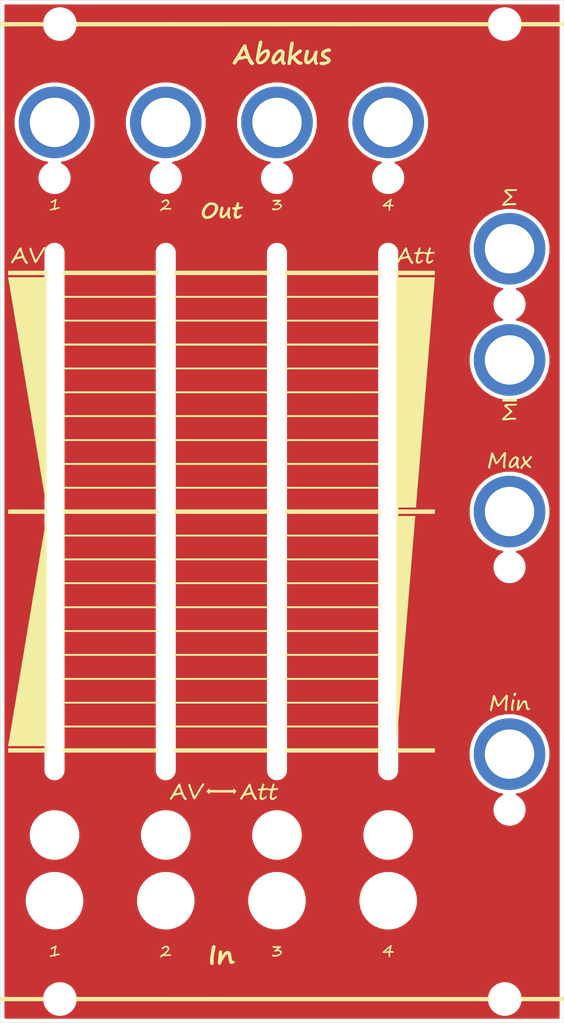
<source format=kicad_pcb>
(kicad_pcb (version 20171130) (host pcbnew "(5.1.9)-1")

  (general
    (thickness 1.6)
    (drawings 4)
    (tracks 0)
    (zones 0)
    (modules 32)
    (nets 1)
  )

  (page A4)
  (layers
    (0 F.Cu signal)
    (31 B.Cu signal hide)
    (32 B.Adhes user hide)
    (33 F.Adhes user)
    (34 B.Paste user hide)
    (35 F.Paste user)
    (36 B.SilkS user hide)
    (37 F.SilkS user)
    (38 B.Mask user hide)
    (39 F.Mask user)
    (40 Dwgs.User user hide)
    (41 Cmts.User user)
    (42 Eco1.User user)
    (43 Eco2.User user)
    (44 Edge.Cuts user)
    (45 Margin user)
    (46 B.CrtYd user hide)
    (47 F.CrtYd user)
    (48 B.Fab user hide)
    (49 F.Fab user)
  )

  (setup
    (last_trace_width 0.25)
    (trace_clearance 0.2)
    (zone_clearance 0.508)
    (zone_45_only no)
    (trace_min 0.2)
    (via_size 0.8)
    (via_drill 0.4)
    (via_min_size 0.4)
    (via_min_drill 0.3)
    (uvia_size 0.3)
    (uvia_drill 0.1)
    (uvias_allowed no)
    (uvia_min_size 0.2)
    (uvia_min_drill 0.1)
    (edge_width 0.1)
    (segment_width 0.2)
    (pcb_text_width 0.3)
    (pcb_text_size 1.5 1.5)
    (mod_edge_width 0.15)
    (mod_text_size 1 1)
    (mod_text_width 0.15)
    (pad_size 1.524 1.524)
    (pad_drill 0.762)
    (pad_to_mask_clearance 0)
    (aux_axis_origin 0 0)
    (visible_elements FEFFFF7F)
    (pcbplotparams
      (layerselection 0x010a8_7fffffff)
      (usegerberextensions true)
      (usegerberattributes false)
      (usegerberadvancedattributes true)
      (creategerberjobfile true)
      (excludeedgelayer true)
      (linewidth 0.100000)
      (plotframeref false)
      (viasonmask false)
      (mode 1)
      (useauxorigin false)
      (hpglpennumber 1)
      (hpglpenspeed 20)
      (hpglpendiameter 15.000000)
      (psnegative false)
      (psa4output false)
      (plotreference true)
      (plotvalue true)
      (plotinvisibletext false)
      (padsonsilk false)
      (subtractmaskfromsilk true)
      (outputformat 1)
      (mirror false)
      (drillshape 0)
      (scaleselection 1)
      (outputdirectory "Gerber"))
  )

  (net 0 "")

  (net_class Default "Dies ist die voreingestellte Netzklasse."
    (clearance 0.2)
    (trace_width 0.25)
    (via_dia 0.8)
    (via_drill 0.4)
    (uvia_dia 0.3)
    (uvia_drill 0.1)
  )

  (module Front:Bohrung_Rand_6.2mm locked (layer F.Cu) (tedit 61A76327) (tstamp 61A7A262)
    (at 63.975 94.73)
    (fp_text reference REF** (at 0 2.54) (layer Dwgs.User) hide
      (effects (font (size 1 1) (thickness 0.15)))
    )
    (fp_text value Bohrung_Rand_6.2mm (at 0 -3.175) (layer Dwgs.User) hide
      (effects (font (size 1 1) (thickness 0.15)))
    )
    (pad "" np_thru_hole circle (at 0 0) (size 9 9) (drill 6.2) (layers *.Cu *.Mask))
  )

  (module Front:Bohrung_Rand_6.2mm locked (layer F.Cu) (tedit 61A76327) (tstamp 61A7A25A)
    (at 63.975 64.25)
    (fp_text reference REF** (at 0 2.54) (layer Dwgs.User) hide
      (effects (font (size 1 1) (thickness 0.15)))
    )
    (fp_text value Bohrung_Rand_6.2mm (at 0 -3.175) (layer Dwgs.User) hide
      (effects (font (size 1 1) (thickness 0.15)))
    )
    (pad "" np_thru_hole circle (at 0 0) (size 9 9) (drill 6.2) (layers *.Cu *.Mask))
  )

  (module Front:Bohrung_Rand_6.2mm locked (layer F.Cu) (tedit 61A76327) (tstamp 61A7A252)
    (at 63.975 45.2)
    (fp_text reference REF** (at 0 2.54) (layer Dwgs.User) hide
      (effects (font (size 1 1) (thickness 0.15)))
    )
    (fp_text value Bohrung_Rand_6.2mm (at 0 -3.175) (layer Dwgs.User) hide
      (effects (font (size 1 1) (thickness 0.15)))
    )
    (pad "" np_thru_hole circle (at 0 0) (size 9 9) (drill 6.2) (layers *.Cu *.Mask))
  )

  (module Front:Bohrung_Rand_6.2mm locked (layer F.Cu) (tedit 61A76327) (tstamp 61A7A24A)
    (at 63.975 31.23)
    (fp_text reference REF** (at 0 2.54) (layer Dwgs.User) hide
      (effects (font (size 1 1) (thickness 0.15)))
    )
    (fp_text value Bohrung_Rand_6.2mm (at 0 -3.175) (layer Dwgs.User) hide
      (effects (font (size 1 1) (thickness 0.15)))
    )
    (pad "" np_thru_hole circle (at 0 0) (size 9 9) (drill 6.2) (layers *.Cu *.Mask))
  )

  (module Front:Bohrung_Rand_6.2mm locked (layer F.Cu) (tedit 61A76327) (tstamp 61A79EDB)
    (at 48.735 15.355)
    (fp_text reference REF** (at 0 2.54) (layer Dwgs.User) hide
      (effects (font (size 1 1) (thickness 0.15)))
    )
    (fp_text value Bohrung_Rand_6.2mm (at 0 -3.175) (layer Dwgs.User) hide
      (effects (font (size 1 1) (thickness 0.15)))
    )
    (pad "" np_thru_hole circle (at 0 0) (size 9 9) (drill 6.2) (layers *.Cu *.Mask))
  )

  (module Front:Bohrung_Rand_6.2mm locked (layer F.Cu) (tedit 61A76327) (tstamp 61A79ED3)
    (at 34.765 15.355)
    (fp_text reference REF** (at 0 2.54) (layer Dwgs.User) hide
      (effects (font (size 1 1) (thickness 0.15)))
    )
    (fp_text value Bohrung_Rand_6.2mm (at 0 -3.175) (layer Dwgs.User) hide
      (effects (font (size 1 1) (thickness 0.15)))
    )
    (pad "" np_thru_hole circle (at 0 0) (size 9 9) (drill 6.2) (layers *.Cu *.Mask))
  )

  (module Front:Bohrung_Rand_6.2mm locked (layer F.Cu) (tedit 61A76327) (tstamp 61A79ECB)
    (at 20.795 15.355)
    (fp_text reference REF** (at 0 2.54) (layer Dwgs.User) hide
      (effects (font (size 1 1) (thickness 0.15)))
    )
    (fp_text value Bohrung_Rand_6.2mm (at 0 -3.175) (layer Dwgs.User) hide
      (effects (font (size 1 1) (thickness 0.15)))
    )
    (pad "" np_thru_hole circle (at 0 0) (size 9 9) (drill 6.2) (layers *.Cu *.Mask))
  )

  (module Front:Bohrung_Rand_6.2mm locked (layer F.Cu) (tedit 61A76327) (tstamp 61A79CF8)
    (at 6.825 15.355)
    (fp_text reference REF** (at 0 2.54) (layer Dwgs.User) hide
      (effects (font (size 1 1) (thickness 0.15)))
    )
    (fp_text value Bohrung_Rand_6.2mm (at 0 -3.175) (layer Dwgs.User) hide
      (effects (font (size 1 1) (thickness 0.15)))
    )
    (pad "" np_thru_hole circle (at 0 0) (size 9 9) (drill 6.2) (layers *.Cu *.Mask))
  )

  (module Front:Bohrung_3.0mm locked (layer F.Cu) (tedit 61A7356B) (tstamp 61A7A59F)
    (at 63.975 101.715)
    (fp_text reference REF** (at 0 2.54) (layer Dwgs.User) hide
      (effects (font (size 1 1) (thickness 0.15)))
    )
    (fp_text value Bohrung_3.0mm (at 0 -3.175) (layer Dwgs.User) hide
      (effects (font (size 1 1) (thickness 0.15)))
    )
    (pad "" np_thru_hole circle (at 0 0) (size 3 3) (drill 3) (layers *.Cu *.Mask))
  )

  (module Front:Bohrung_3.0mm locked (layer F.Cu) (tedit 61A7356B) (tstamp 61A7A597)
    (at 63.975 71.235)
    (fp_text reference REF** (at 0 2.54) (layer Dwgs.User) hide
      (effects (font (size 1 1) (thickness 0.15)))
    )
    (fp_text value Bohrung_3.0mm (at 0 -3.175) (layer Dwgs.User) hide
      (effects (font (size 1 1) (thickness 0.15)))
    )
    (pad "" np_thru_hole circle (at 0 0) (size 3 3) (drill 3) (layers *.Cu *.Mask))
  )

  (module Front:Bohrung_3.0mm locked (layer F.Cu) (tedit 61A7356B) (tstamp 61A7A58F)
    (at 63.975 38.215)
    (fp_text reference REF** (at 0 2.54) (layer Dwgs.User) hide
      (effects (font (size 1 1) (thickness 0.15)))
    )
    (fp_text value Bohrung_3.0mm (at 0 -3.175) (layer Dwgs.User) hide
      (effects (font (size 1 1) (thickness 0.15)))
    )
    (pad "" np_thru_hole circle (at 0 0) (size 3 3) (drill 3) (layers *.Cu *.Mask))
  )

  (module Front:Bohrung_5.2mm locked (layer F.Cu) (tedit 61A7356B) (tstamp 61A7A192)
    (at 48.735 104.89)
    (fp_text reference REF** (at 0 2.54) (layer Dwgs.User) hide
      (effects (font (size 1 1) (thickness 0.15)))
    )
    (fp_text value Bohrung_5.2mm (at 0 -3.175) (layer Dwgs.User) hide
      (effects (font (size 1 1) (thickness 0.15)))
    )
    (pad "" np_thru_hole circle (at 0 0) (size 5.2 5.2) (drill 5.2) (layers *.Cu *.Mask))
  )

  (module Front:Bohrung_5.2mm locked (layer F.Cu) (tedit 61A7356B) (tstamp 61A7A18A)
    (at 34.765 104.89)
    (fp_text reference REF** (at 0 2.54) (layer Dwgs.User) hide
      (effects (font (size 1 1) (thickness 0.15)))
    )
    (fp_text value Bohrung_5.2mm (at 0 -3.175) (layer Dwgs.User) hide
      (effects (font (size 1 1) (thickness 0.15)))
    )
    (pad "" np_thru_hole circle (at 0 0) (size 5.2 5.2) (drill 5.2) (layers *.Cu *.Mask))
  )

  (module Front:Bohrung_5.2mm locked (layer F.Cu) (tedit 61A7356B) (tstamp 61A7A182)
    (at 20.795 104.89)
    (fp_text reference REF** (at 0 2.54) (layer Dwgs.User) hide
      (effects (font (size 1 1) (thickness 0.15)))
    )
    (fp_text value Bohrung_5.2mm (at 0 -3.175) (layer Dwgs.User) hide
      (effects (font (size 1 1) (thickness 0.15)))
    )
    (pad "" np_thru_hole circle (at 0 0) (size 5.2 5.2) (drill 5.2) (layers *.Cu *.Mask))
  )

  (module Front:Bohrung_5.2mm locked (layer F.Cu) (tedit 61A7356B) (tstamp 61A7A16B)
    (at 6.825 104.89)
    (fp_text reference REF** (at 0 2.54) (layer Dwgs.User) hide
      (effects (font (size 1 1) (thickness 0.15)))
    )
    (fp_text value Bohrung_5.2mm (at 0 -3.175) (layer Dwgs.User) hide
      (effects (font (size 1 1) (thickness 0.15)))
    )
    (pad "" np_thru_hole circle (at 0 0) (size 5.2 5.2) (drill 5.2) (layers *.Cu *.Mask))
  )

  (module Front:Bohrung_6.2mm locked (layer F.Cu) (tedit 61A7356B) (tstamp 61A7A112)
    (at 48.735 113.145)
    (fp_text reference REF** (at 0 2.54) (layer Dwgs.User) hide
      (effects (font (size 1 1) (thickness 0.15)))
    )
    (fp_text value Bohrung_6.2mm (at 0 -3.175) (layer Dwgs.User) hide
      (effects (font (size 1 1) (thickness 0.15)))
    )
    (pad "" np_thru_hole circle (at 0 0) (size 6.2 6.2) (drill 6.2) (layers *.Cu *.Mask))
  )

  (module Front:Bohrung_6.2mm locked (layer F.Cu) (tedit 61A7356B) (tstamp 61A7A10A)
    (at 34.765 113.145)
    (fp_text reference REF** (at 0 2.54) (layer Dwgs.User) hide
      (effects (font (size 1 1) (thickness 0.15)))
    )
    (fp_text value Bohrung_6.2mm (at 0 -3.175) (layer Dwgs.User) hide
      (effects (font (size 1 1) (thickness 0.15)))
    )
    (pad "" np_thru_hole circle (at 0 0) (size 6.2 6.2) (drill 6.2) (layers *.Cu *.Mask))
  )

  (module Front:Bohrung_6.2mm locked (layer F.Cu) (tedit 61A7356B) (tstamp 61A7A102)
    (at 20.795 113.145)
    (fp_text reference REF** (at 0 2.54) (layer Dwgs.User) hide
      (effects (font (size 1 1) (thickness 0.15)))
    )
    (fp_text value Bohrung_6.2mm (at 0 -3.175) (layer Dwgs.User) hide
      (effects (font (size 1 1) (thickness 0.15)))
    )
    (pad "" np_thru_hole circle (at 0 0) (size 6.2 6.2) (drill 6.2) (layers *.Cu *.Mask))
  )

  (module Front:Bohrung_3.0mm locked (layer F.Cu) (tedit 61A7356B) (tstamp 61A79F74)
    (at 48.735 22.34)
    (fp_text reference REF** (at 0 2.54) (layer Dwgs.User) hide
      (effects (font (size 1 1) (thickness 0.15)))
    )
    (fp_text value Bohrung_3.0mm (at 0 -3.175) (layer Dwgs.User) hide
      (effects (font (size 1 1) (thickness 0.15)))
    )
    (pad "" np_thru_hole circle (at 0 0) (size 3 3) (drill 3) (layers *.Cu *.Mask))
  )

  (module Front:Bohrung_3.0mm locked (layer F.Cu) (tedit 61A7356B) (tstamp 61A79F6C)
    (at 34.765 22.34)
    (fp_text reference REF** (at 0 2.54) (layer Dwgs.User) hide
      (effects (font (size 1 1) (thickness 0.15)))
    )
    (fp_text value Bohrung_3.0mm (at 0 -3.175) (layer Dwgs.User) hide
      (effects (font (size 1 1) (thickness 0.15)))
    )
    (pad "" np_thru_hole circle (at 0 0) (size 3 3) (drill 3) (layers *.Cu *.Mask))
  )

  (module Front:Bohrung_3.0mm locked (layer F.Cu) (tedit 61A7356B) (tstamp 61A79F64)
    (at 20.795 22.34)
    (fp_text reference REF** (at 0 2.54) (layer Dwgs.User) hide
      (effects (font (size 1 1) (thickness 0.15)))
    )
    (fp_text value Bohrung_3.0mm (at 0 -3.175) (layer Dwgs.User) hide
      (effects (font (size 1 1) (thickness 0.15)))
    )
    (pad "" np_thru_hole circle (at 0 0) (size 3 3) (drill 3) (layers *.Cu *.Mask))
  )

  (module Front:Bohrung_6.2mm locked (layer F.Cu) (tedit 61A7356B) (tstamp 61A79D32)
    (at 6.825 113.145)
    (fp_text reference REF** (at 0 2.54) (layer Dwgs.User) hide
      (effects (font (size 1 1) (thickness 0.15)))
    )
    (fp_text value Bohrung_6.2mm (at 0 -3.175) (layer Dwgs.User) hide
      (effects (font (size 1 1) (thickness 0.15)))
    )
    (pad "" np_thru_hole circle (at 0 0) (size 6.2 6.2) (drill 6.2) (layers *.Cu *.Mask))
  )

  (module Front:Bohrung_3.0mm locked (layer F.Cu) (tedit 61A7356B) (tstamp 61A79D15)
    (at 6.825 22.34)
    (fp_text reference REF** (at 0 2.54) (layer Dwgs.User) hide
      (effects (font (size 1 1) (thickness 0.15)))
    )
    (fp_text value Bohrung_3.0mm (at 0 -3.175) (layer Dwgs.User) hide
      (effects (font (size 1 1) (thickness 0.15)))
    )
    (pad "" np_thru_hole circle (at 0 0) (size 3 3) (drill 3) (layers *.Cu *.Mask))
  )

  (module Front:Fraesung_Fader_75mm locked (layer F.Cu) (tedit 61A7361C) (tstamp 61A79C35)
    (at 48.735 64.25)
    (fp_text reference REF** (at 1.905 0 90) (layer Dwgs.User) hide
      (effects (font (size 1 1) (thickness 0.15)))
    )
    (fp_text value Fraesung_Fader_75mm (at -1.905 -0.5 90) (layer Dwgs.User) hide
      (effects (font (size 1 1) (thickness 0.15)))
    )
    (pad "" np_thru_hole oval (at 0 0) (size 1.5 66.5) (drill oval 1.5 66.5) (layers *.Cu *.Mask))
  )

  (module Front:Fraesung_Fader_75mm locked (layer F.Cu) (tedit 61A7361C) (tstamp 61A79C2D)
    (at 34.765 64.25)
    (fp_text reference REF** (at 1.905 0 90) (layer Dwgs.User) hide
      (effects (font (size 1 1) (thickness 0.15)))
    )
    (fp_text value Fraesung_Fader_75mm (at -1.905 -0.5 90) (layer Dwgs.User) hide
      (effects (font (size 1 1) (thickness 0.15)))
    )
    (pad "" np_thru_hole oval (at 0 0) (size 1.5 66.5) (drill oval 1.5 66.5) (layers *.Cu *.Mask))
  )

  (module Front:Fraesung_Fader_75mm locked (layer F.Cu) (tedit 61A7361C) (tstamp 61A79C25)
    (at 20.795 64.25)
    (fp_text reference REF** (at 1.905 0 90) (layer Dwgs.User) hide
      (effects (font (size 1 1) (thickness 0.15)))
    )
    (fp_text value Fraesung_Fader_75mm (at -1.905 -0.5 90) (layer Dwgs.User) hide
      (effects (font (size 1 1) (thickness 0.15)))
    )
    (pad "" np_thru_hole oval (at 0 0) (size 1.5 66.5) (drill oval 1.5 66.5) (layers *.Cu *.Mask))
  )

  (module Front:Fraesung_Fader_75mm locked (layer F.Cu) (tedit 61A7361C) (tstamp 61A79B0C)
    (at 6.825 64.25)
    (fp_text reference REF** (at 1.905 0 90) (layer Dwgs.User) hide
      (effects (font (size 1 1) (thickness 0.15)))
    )
    (fp_text value Fraesung_Fader_75mm (at -1.905 -0.5 90) (layer Dwgs.User) hide
      (effects (font (size 1 1) (thickness 0.15)))
    )
    (pad "" np_thru_hole oval (at 0 0) (size 1.5 66.5) (drill oval 1.5 66.5) (layers *.Cu *.Mask))
  )

  (module Front:Bohrung_3.2mm locked (layer F.Cu) (tedit 61A7356B) (tstamp 61A79931)
    (at 63.38 125.5)
    (fp_text reference REF** (at 0 2.54) (layer Dwgs.User) hide
      (effects (font (size 1 1) (thickness 0.15)))
    )
    (fp_text value Bohrung_3.2mm (at 0 -3.175) (layer Dwgs.User) hide
      (effects (font (size 1 1) (thickness 0.15)))
    )
    (pad "" np_thru_hole circle (at 0 0) (size 3.2 3.2) (drill 3.2) (layers *.Cu *.Mask))
  )

  (module Front:Bohrung_3.2mm locked (layer F.Cu) (tedit 61A7356B) (tstamp 61A79929)
    (at 7.5 125.5)
    (fp_text reference REF** (at 0 2.54) (layer Dwgs.User) hide
      (effects (font (size 1 1) (thickness 0.15)))
    )
    (fp_text value Bohrung_3.2mm (at 0 -3.175) (layer Dwgs.User) hide
      (effects (font (size 1 1) (thickness 0.15)))
    )
    (pad "" np_thru_hole circle (at 0 0) (size 3.2 3.2) (drill 3.2) (layers *.Cu *.Mask))
  )

  (module Front:Bohrung_3.2mm locked (layer F.Cu) (tedit 61A7356B) (tstamp 61A79921)
    (at 63.38 3)
    (fp_text reference REF** (at 0 2.54) (layer Dwgs.User) hide
      (effects (font (size 1 1) (thickness 0.15)))
    )
    (fp_text value Bohrung_3.2mm (at 0 -3.175) (layer Dwgs.User) hide
      (effects (font (size 1 1) (thickness 0.15)))
    )
    (pad "" np_thru_hole circle (at 0 0) (size 3.2 3.2) (drill 3.2) (layers *.Cu *.Mask))
  )

  (module Front:Bohrung_3.2mm locked (layer F.Cu) (tedit 61A7356B) (tstamp 61A79896)
    (at 7.5 3)
    (fp_text reference REF** (at 0 2.54) (layer Dwgs.User) hide
      (effects (font (size 1 1) (thickness 0.15)))
    )
    (fp_text value Bohrung_3.2mm (at 0 -3.175) (layer Dwgs.User) hide
      (effects (font (size 1 1) (thickness 0.15)))
    )
    (pad "" np_thru_hole circle (at 0 0) (size 3.2 3.2) (drill 3.2) (layers *.Cu *.Mask))
  )

  (module Front:Front locked (layer F.Cu) (tedit 0) (tstamp 61A794BD)
    (at 35.4 64.25)
    (fp_text reference G*** (at 0 0) (layer Dwgs.User) hide
      (effects (font (size 1.524 1.524) (thickness 0.3)))
    )
    (fp_text value LOGO (at 0.75 0) (layer Dwgs.User) hide
      (effects (font (size 1.524 1.524) (thickness 0.3)))
    )
    (fp_poly (pts (xy -32.631944 60.995139) (xy -29.873222 61.002334) (xy -29.865107 61.263389) (xy -29.856993 61.524445)
      (xy -35.390666 61.524445) (xy -35.390666 60.987945) (xy -32.631944 60.995139)) (layer F.SilkS) (width 0.01))
    (fp_poly (pts (xy 26.006778 61.002334) (xy 26.014893 61.263389) (xy 26.023007 61.524445) (xy -25.908 61.524445)
      (xy -25.908 60.988192) (xy 26.006778 61.002334)) (layer F.SilkS) (width 0.01))
    (fp_poly (pts (xy 35.418889 61.524445) (xy 29.972 61.524445) (xy 29.972 60.988223) (xy 35.418889 60.988223)
      (xy 35.418889 61.524445)) (layer F.SilkS) (width 0.01))
    (fp_poly (pts (xy -8.454013 54.487765) (xy -8.449725 54.490488) (xy -8.399193 54.549986) (xy -8.363459 54.638058)
      (xy -8.353778 54.70713) (xy -8.359705 54.761112) (xy -8.375924 54.857358) (xy -8.400087 54.983119)
      (xy -8.429849 55.125648) (xy -8.435924 55.153486) (xy -8.517244 55.563444) (xy -8.570401 55.925184)
      (xy -8.595373 56.238487) (xy -8.592307 56.500683) (xy -8.585819 56.625798) (xy -8.584463 56.735072)
      (xy -8.588238 56.812568) (xy -8.592348 56.8354) (xy -8.640684 56.904211) (xy -8.723947 56.95342)
      (xy -8.821814 56.974987) (xy -8.91176 56.961778) (xy -8.97034 56.908884) (xy -9.010252 56.804438)
      (xy -9.031688 56.647741) (xy -9.035793 56.503976) (xy -9.033862 56.382594) (xy -9.028251 56.25974)
      (xy -9.018046 56.127142) (xy -9.00233 55.976528) (xy -8.980188 55.799625) (xy -8.950704 55.588162)
      (xy -8.912962 55.333865) (xy -8.888613 55.174445) (xy -8.859192 54.985354) (xy -8.835771 54.843762)
      (xy -8.816102 54.741326) (xy -8.79794 54.669705) (xy -8.77904 54.620558) (xy -8.757155 54.585543)
      (xy -8.730039 54.55632) (xy -8.719532 54.5465) (xy -8.629997 54.4894) (xy -8.535006 54.468475)
      (xy -8.454013 54.487765)) (layer F.SilkS) (width 0.01))
    (fp_poly (pts (xy -7.607579 55.163938) (xy -7.544918 55.233647) (xy -7.528608 55.273223) (xy -7.517173 55.357517)
      (xy -7.516839 55.479569) (xy -7.526841 55.62195) (xy -7.546417 55.767233) (xy -7.551457 55.795334)
      (xy -7.55871 55.842423) (xy -7.5534 55.854349) (xy -7.530629 55.827073) (xy -7.485502 55.756558)
      (xy -7.465895 55.724778) (xy -7.33474 55.528188) (xy -7.21233 55.381999) (xy -7.09345 55.281922)
      (xy -6.972886 55.223668) (xy -6.845421 55.202945) (xy -6.831308 55.202772) (xy -6.709102 55.216123)
      (xy -6.608886 55.25918) (xy -6.527498 55.336786) (xy -6.461775 55.453782) (xy -6.408557 55.615009)
      (xy -6.364679 55.825308) (xy -6.345888 55.945935) (xy -6.319811 56.126501) (xy -6.298559 56.258756)
      (xy -6.278638 56.350219) (xy -6.256553 56.408406) (xy -6.228811 56.440837) (xy -6.191917 56.455027)
      (xy -6.142377 56.458495) (xy -6.107626 56.458556) (xy -6.024412 56.461062) (xy -5.981992 56.47396)
      (xy -5.964762 56.505315) (xy -5.960204 56.534771) (xy -5.973515 56.641986) (xy -6.033951 56.732429)
      (xy -6.133051 56.799132) (xy -6.262355 56.835125) (xy -6.330116 56.83945) (xy -6.434092 56.828032)
      (xy -6.518009 56.789977) (xy -6.585026 56.719853) (xy -6.638302 56.612229) (xy -6.680999 56.461673)
      (xy -6.716275 56.262753) (xy -6.731352 56.14969) (xy -6.75845 55.952656) (xy -6.785974 55.807671)
      (xy -6.816285 55.710371) (xy -6.851747 55.656396) (xy -6.894723 55.641381) (xy -6.947577 55.660965)
      (xy -6.982697 55.685676) (xy -7.043417 55.747736) (xy -7.123087 55.849718) (xy -7.215225 55.98115)
      (xy -7.313351 56.131561) (xy -7.410983 56.290482) (xy -7.501642 56.447441) (xy -7.578845 56.591969)
      (xy -7.636113 56.713594) (xy -7.661971 56.783111) (xy -7.712981 56.887548) (xy -7.788127 56.940961)
      (xy -7.887446 56.943369) (xy -7.949766 56.924026) (xy -8.014978 56.878286) (xy -8.054969 56.800679)
      (xy -8.070373 56.686303) (xy -8.061821 56.530254) (xy -8.029946 56.327632) (xy -8.027993 56.317445)
      (xy -8.009418 56.197978) (xy -7.991621 56.042758) (xy -7.976702 55.872459) (xy -7.967217 55.718057)
      (xy -7.955055 55.527971) (xy -7.936736 55.385857) (xy -7.909516 55.283343) (xy -7.870648 55.212059)
      (xy -7.817388 55.163636) (xy -7.778485 55.142574) (xy -7.69129 55.130519) (xy -7.607579 55.163938)) (layer F.SilkS) (width 0.01))
    (fp_poly (pts (xy -14.374113 54.584512) (xy -14.309094 54.636284) (xy -14.240634 54.716148) (xy -14.181676 54.805632)
      (xy -14.145162 54.886265) (xy -14.139333 54.919598) (xy -14.160318 55.008342) (xy -14.217835 55.120703)
      (xy -14.303725 55.245821) (xy -14.40983 55.372836) (xy -14.527992 55.490885) (xy -14.63321 55.577086)
      (xy -14.746111 55.659433) (xy -14.336889 55.649772) (xy -14.177396 55.646342) (xy -14.0656 55.645531)
      (xy -13.992777 55.648369) (xy -13.950203 55.655884) (xy -13.929152 55.669105) (xy -13.920901 55.689061)
      (xy -13.919249 55.699025) (xy -13.918604 55.746094) (xy -13.936364 55.781335) (xy -13.979129 55.806392)
      (xy -14.053495 55.822904) (xy -14.166062 55.832516) (xy -14.323428 55.836867) (xy -14.47644 55.837667)
      (xy -14.945742 55.837667) (xy -15.061654 55.929389) (xy -15.159607 55.993218) (xy -15.241382 56.020064)
      (xy -15.297985 56.007575) (xy -15.309753 55.994187) (xy -15.3211 55.925416) (xy -15.283551 55.84297)
      (xy -15.201495 55.751788) (xy -15.079321 55.65681) (xy -14.931268 55.568192) (xy -14.821866 55.498243)
      (xy -14.705296 55.404647) (xy -14.59222 55.298261) (xy -14.493304 55.189943) (xy -14.41921 55.090552)
      (xy -14.380602 55.010945) (xy -14.379499 55.006373) (xy -14.381467 54.903798) (xy -14.427936 54.820955)
      (xy -14.507834 54.767706) (xy -14.610087 54.753913) (xy -14.654389 54.761553) (xy -14.709502 54.786971)
      (xy -14.78975 54.836667) (xy -14.866628 54.891613) (xy -14.967471 54.96321) (xy -15.037336 54.997085)
      (xy -15.085407 54.995179) (xy -15.120865 54.959432) (xy -15.128076 54.946863) (xy -15.14289 54.904838)
      (xy -15.134218 54.864742) (xy -15.095652 54.818651) (xy -15.020786 54.758644) (xy -14.917461 54.686453)
      (xy -14.765722 54.603834) (xy -14.614924 54.558812) (xy -14.476939 54.553616) (xy -14.374113 54.584512)) (layer F.SilkS) (width 0.01))
    (fp_poly (pts (xy 13.752462 54.476842) (xy 13.769355 54.492238) (xy 13.773741 54.527595) (xy 13.764715 54.592963)
      (xy 13.741377 54.698396) (xy 13.727417 54.755719) (xy 13.696519 54.88426) (xy 13.669102 55.004553)
      (xy 13.649445 55.097576) (xy 13.644341 55.125056) (xy 13.626372 55.230889) (xy 13.778681 55.230889)
      (xy 13.909419 55.242449) (xy 13.99021 55.27779) (xy 14.02275 55.337905) (xy 14.022063 55.373582)
      (xy 14.009754 55.417398) (xy 13.978273 55.434364) (xy 13.910391 55.432634) (xy 13.899439 55.431601)
      (xy 13.795776 55.423278) (xy 13.695192 55.417746) (xy 13.687778 55.41749) (xy 13.589 55.414334)
      (xy 13.588925 55.668334) (xy 13.58648 55.785524) (xy 13.580008 55.882832) (xy 13.570695 55.945227)
      (xy 13.566093 55.957611) (xy 13.517038 55.989318) (xy 13.452733 55.983839) (xy 13.406089 55.951198)
      (xy 13.38687 55.895589) (xy 13.37933 55.788031) (xy 13.381513 55.665424) (xy 13.391537 55.42134)
      (xy 13.179824 55.438752) (xy 13.054363 55.449734) (xy 12.931613 55.461567) (xy 12.841111 55.471354)
      (xy 12.731608 55.472918) (xy 12.662535 55.445729) (xy 12.629534 55.414569) (xy 12.628696 55.383617)
      (xy 12.659979 55.330103) (xy 12.662324 55.32652) (xy 12.699156 55.285457) (xy 12.706317 55.278635)
      (xy 12.957446 55.278635) (xy 13.174445 55.265923) (xy 13.308626 55.252585) (xy 13.394554 55.231596)
      (xy 13.423151 55.213318) (xy 13.443191 55.169456) (xy 13.466161 55.09314) (xy 13.48815 55.002079)
      (xy 13.505247 54.91398) (xy 13.513541 54.846553) (xy 13.510388 54.818314) (xy 13.485897 54.830805)
      (xy 13.430007 54.874214) (xy 13.352401 54.94075) (xy 13.303816 54.984519) (xy 13.208183 55.070849)
      (xy 13.119317 55.148916) (xy 13.051574 55.206184) (xy 13.033334 55.220669) (xy 12.957446 55.278635)
      (xy 12.706317 55.278635) (xy 12.771792 55.216264) (xy 12.871893 55.125993) (xy 12.991121 55.021692)
      (xy 13.121138 54.91041) (xy 13.253607 54.799198) (xy 13.380188 54.695104) (xy 13.492545 54.605179)
      (xy 13.582338 54.536471) (xy 13.64123 54.49603) (xy 13.6507 54.490896) (xy 13.714747 54.473647)
      (xy 13.752462 54.476842)) (layer F.SilkS) (width 0.01))
    (fp_poly (pts (xy -28.36629 54.516677) (xy -28.345103 54.540128) (xy -28.34404 54.541572) (xy -28.319124 54.608159)
      (xy -28.322048 54.652334) (xy -28.359648 54.785147) (xy -28.394582 54.934045) (xy -28.425447 55.089346)
      (xy -28.450837 55.241367) (xy -28.469348 55.380424) (xy -28.479575 55.496835) (xy -28.480114 55.580917)
      (xy -28.469558 55.622987) (xy -28.463307 55.626) (xy -28.426612 55.619391) (xy -28.352579 55.602204)
      (xy -28.272642 55.582106) (xy -28.114256 55.550386) (xy -28.001634 55.548996) (xy -27.935499 55.577866)
      (xy -27.917227 55.616226) (xy -27.927651 55.660905) (xy -27.977008 55.696725) (xy -28.071057 55.726272)
      (xy -28.21556 55.752131) (xy -28.222222 55.753089) (xy -28.333343 55.77091) (xy -28.400759 55.788729)
      (xy -28.43696 55.811856) (xy -28.454433 55.845605) (xy -28.456422 55.852713) (xy -28.492034 55.894272)
      (xy -28.553905 55.909238) (xy -28.616589 55.893657) (xy -28.633973 55.880294) (xy -28.680246 55.871422)
      (xy -28.775743 55.886941) (xy -28.85825 55.908516) (xy -28.967586 55.939736) (xy -29.035855 55.956504)
      (xy -29.076567 55.958762) (xy -29.103232 55.946456) (xy -29.12936 55.919529) (xy -29.140239 55.907344)
      (xy -29.169484 55.859269) (xy -29.158607 55.81848) (xy -29.103222 55.781532) (xy -28.998943 55.744983)
      (xy -28.900652 55.719272) (xy -28.690083 55.668334) (xy -28.627993 55.245) (xy -28.607102 55.097418)
      (xy -28.590614 54.970801) (xy -28.579706 54.875063) (xy -28.575556 54.820116) (xy -28.576434 54.810981)
      (xy -28.603654 54.819267) (xy -28.663836 54.851566) (xy -28.730766 54.892572) (xy -28.846458 54.954256)
      (xy -28.949781 54.98631) (xy -29.031235 54.987759) (xy -29.081315 54.95763) (xy -29.091747 54.929569)
      (xy -29.086679 54.887621) (xy -29.05029 54.851672) (xy -28.971509 54.811135) (xy -28.964747 54.808128)
      (xy -28.875946 54.765173) (xy -28.760207 54.704181) (xy -28.638809 54.636463) (xy -28.606447 54.617687)
      (xy -28.50118 54.556855) (xy -28.433371 54.521862) (xy -28.39206 54.509529) (xy -28.36629 54.516677)) (layer F.SilkS) (width 0.01))
    (fp_poly (pts (xy -1.100666 54.607286) (xy -1.048144 54.610876) (xy -0.951201 54.613072) (xy -0.821845 54.613762)
      (xy -0.672084 54.612834) (xy -0.605186 54.611921) (xy -0.435964 54.610139) (xy -0.314573 54.611475)
      (xy -0.232453 54.616604) (xy -0.181044 54.626199) (xy -0.151786 54.64093) (xy -0.144617 54.648109)
      (xy -0.124438 54.696923) (xy -0.144937 54.75159) (xy -0.209707 54.816583) (xy -0.32234 54.896374)
      (xy -0.366354 54.924083) (xy -0.464072 54.987555) (xy -0.532398 55.038201) (xy -0.566561 55.071528)
      (xy -0.561789 55.08304) (xy -0.523833 55.072423) (xy -0.47501 55.069238) (xy -0.392611 55.077623)
      (xy -0.327705 55.089124) (xy -0.214821 55.121859) (xy -0.133092 55.172288) (xy -0.086093 55.219465)
      (xy -0.02571 55.297488) (xy -0.004495 55.362048) (xy -0.020013 55.434884) (xy -0.05386 55.50718)
      (xy -0.160561 55.657975) (xy -0.310576 55.777516) (xy -0.506532 55.867662) (xy -0.606778 55.898173)
      (xy -0.729225 55.920465) (xy -0.871904 55.931363) (xy -1.00961 55.92998) (xy -1.114778 55.916023)
      (xy -1.198718 55.877711) (xy -1.237245 55.810493) (xy -1.241778 55.76277) (xy -1.228008 55.694309)
      (xy -1.183188 55.663284) (xy -1.102054 55.668164) (xy -1.010933 55.695637) (xy -0.854299 55.727925)
      (xy -0.687968 55.721772) (xy -0.525669 55.681462) (xy -0.38113 55.611276) (xy -0.268081 55.515497)
      (xy -0.222193 55.449611) (xy -0.209325 55.380819) (xy -0.243448 55.322205) (xy -0.315613 55.276436)
      (xy -0.416868 55.246178) (xy -0.538264 55.234097) (xy -0.670849 55.24286) (xy -0.805673 55.275132)
      (xy -0.806725 55.275489) (xy -0.908744 55.300166) (xy -0.967199 55.289697) (xy -0.982978 55.243724)
      (xy -0.975211 55.207533) (xy -0.945587 55.165762) (xy -0.881461 55.10185) (xy -0.794154 55.026614)
      (xy -0.74663 54.989113) (xy -0.655474 54.918055) (xy -0.584221 54.860157) (xy -0.542753 54.823572)
      (xy -0.536222 54.815493) (xy -0.562352 54.812077) (xy -0.63274 54.812901) (xy -0.735382 54.817655)
      (xy -0.813167 54.822667) (xy -0.943807 54.830676) (xy -1.030532 54.831752) (xy -1.085571 54.824788)
      (xy -1.121151 54.808678) (xy -1.139255 54.793158) (xy -1.175649 54.724193) (xy -1.17981 54.669952)
      (xy -1.16421 54.616504) (xy -1.123464 54.604517) (xy -1.100666 54.607286)) (layer F.SilkS) (width 0.01))
    (fp_poly (pts (xy -12.861392 34.193677) (xy -12.826755 34.205427) (xy -12.77663 34.237275) (xy -12.75785 34.293813)
      (xy -12.756444 34.329774) (xy -12.746099 34.39542) (xy -12.71747 34.502985) (xy -12.674172 34.642366)
      (xy -12.619817 34.803458) (xy -12.558018 34.976156) (xy -12.492389 35.150356) (xy -12.426541 35.315954)
      (xy -12.364089 35.462843) (xy -12.31015 35.577939) (xy -12.242324 35.701501) (xy -12.165916 35.823563)
      (xy -12.095091 35.921831) (xy -12.080419 35.939489) (xy -12.004357 36.038151) (xy -11.971719 36.112843)
      (xy -11.980398 36.172962) (xy -12.017833 36.218848) (xy -12.083284 36.258825) (xy -12.150945 36.254044)
      (xy -12.232535 36.202738) (xy -12.255848 36.182992) (xy -12.307766 36.123716) (xy -12.374517 36.02809)
      (xy -12.446489 35.910645) (xy -12.498571 35.816104) (xy -12.560848 35.702954) (xy -12.617282 35.611159)
      (xy -12.661258 35.550825) (xy -12.684634 35.531778) (xy -12.732306 35.537661) (xy -12.819406 35.553144)
      (xy -12.930396 35.574981) (xy -13.049743 35.599925) (xy -13.161909 35.624728) (xy -13.25136 35.646143)
      (xy -13.30256 35.660924) (xy -13.302591 35.660936) (xy -13.366449 35.675647) (xy -13.450329 35.68388)
      (xy -13.455793 35.684065) (xy -13.50407 35.688409) (xy -13.542627 35.704251) (xy -13.580757 35.740716)
      (xy -13.62775 35.806926) (xy -13.692898 35.912003) (xy -13.700164 35.924) (xy -13.781208 36.053631)
      (xy -13.843292 36.139462) (xy -13.893696 36.187671) (xy -13.939699 36.204433) (xy -13.988579 36.195924)
      (xy -14.010141 36.187023) (xy -14.056885 36.156257) (xy -14.07826 36.113384) (xy -14.072392 36.052166)
      (xy -14.037405 35.966366) (xy -13.971423 35.849745) (xy -13.872572 35.696065) (xy -13.854331 35.66874)
      (xy -13.762212 35.526519) (xy -13.680716 35.39508) (xy -13.376517 35.39508) (xy -13.354622 35.406051)
      (xy -13.327944 35.403616) (xy -13.279877 35.394545) (xy -13.191054 35.378328) (xy -13.076299 35.35766)
      (xy -13.003389 35.344638) (xy -12.887237 35.322314) (xy -12.795326 35.301516) (xy -12.739518 35.285113)
      (xy -12.728222 35.278147) (xy -12.736575 35.247456) (xy -12.75882 35.176133) (xy -12.790739 35.077009)
      (xy -12.828114 34.962912) (xy -12.866726 34.846671) (xy -12.902356 34.741115) (xy -12.930787 34.659074)
      (xy -12.94162 34.629176) (xy -12.959823 34.636619) (xy -12.999619 34.690328) (xy -13.058087 34.785723)
      (xy -13.132309 34.918226) (xy -13.166477 34.981954) (xy -13.237813 35.117516) (xy -13.298804 35.235368)
      (xy -13.344929 35.326614) (xy -13.371664 35.382357) (xy -13.376517 35.39508) (xy -13.680716 35.39508)
      (xy -13.653576 35.351309) (xy -13.538548 35.159882) (xy -13.427254 34.969011) (xy -13.358352 34.847158)
      (xy -13.244612 34.643752) (xy -13.153789 34.484984) (xy -13.081798 34.365923) (xy -13.024556 34.28164)
      (xy -12.977978 34.227204) (xy -12.937981 34.197684) (xy -12.90048 34.188152) (xy -12.861392 34.193677)) (layer F.SilkS) (width 0.01))
    (fp_poly (pts (xy -4.03183 34.196352) (xy -3.998531 34.208151) (xy -3.946226 34.243099) (xy -3.92539 34.297279)
      (xy -3.922889 34.347427) (xy -3.908511 34.464726) (xy -3.868842 34.610212) (xy -3.813026 34.755667)
      (xy -3.793681 34.804564) (xy -3.760559 34.893123) (xy -3.71868 35.007781) (xy -3.682506 35.108445)
      (xy -3.583175 35.36804) (xy -3.485506 35.582212) (xy -3.384069 35.761537) (xy -3.273432 35.916589)
      (xy -3.257156 35.93665) (xy -3.188732 36.021529) (xy -3.151551 36.07671) (xy -3.140373 36.115566)
      (xy -3.149957 36.151468) (xy -3.163151 36.176539) (xy -3.223784 36.245455) (xy -3.297246 36.259853)
      (xy -3.382149 36.219837) (xy -3.452098 36.154623) (xy -3.510537 36.078239) (xy -3.581059 35.968837)
      (xy -3.652226 35.844709) (xy -3.683963 35.78386) (xy -3.813018 35.526897) (xy -3.959676 35.546591)
      (xy -4.056192 35.563105) (xy -4.18391 35.589707) (xy -4.319621 35.621467) (xy -4.359273 35.631482)
      (xy -4.511682 35.666116) (xy -4.61323 35.678265) (xy -4.660399 35.670892) (xy -4.685934 35.666689)
      (xy -4.715956 35.685766) (xy -4.756401 35.735074) (xy -4.813203 35.821564) (xy -4.873125 35.920052)
      (xy -4.960345 36.058587) (xy -5.030125 36.149677) (xy -5.088325 36.19729) (xy -5.140807 36.205391)
      (xy -5.19343 36.177948) (xy -5.219375 36.154402) (xy -5.261504 36.104212) (xy -5.277555 36.070387)
      (xy -5.262674 36.038905) (xy -5.221717 35.969593) (xy -5.160212 35.871387) (xy -5.08369 35.753222)
      (xy -5.046178 35.696443) (xy -4.957633 35.558881) (xy -4.861899 35.403978) (xy -4.541434 35.403978)
      (xy -4.52477 35.409414) (xy -4.50944 35.407103) (xy -4.454462 35.396504) (xy -4.35967 35.378978)
      (xy -4.240834 35.357421) (xy -4.168869 35.344527) (xy -4.04258 35.318992) (xy -3.952799 35.294566)
      (xy -3.907379 35.273593) (xy -3.903666 35.265365) (xy -3.916414 35.228102) (xy -3.942974 35.14896)
      (xy -3.979431 35.039647) (xy -4.020763 34.915211) (xy -4.126933 34.594977) (xy -4.188286 34.703544)
      (xy -4.226181 34.772036) (xy -4.282568 34.875715) (xy -4.349499 34.999901) (xy -4.41176 35.116274)
      (xy -4.478736 35.243301) (xy -4.520971 35.328524) (xy -4.541019 35.379549) (xy -4.541434 35.403978)
      (xy -4.861899 35.403978) (xy -4.85119 35.386652) (xy -4.735842 35.194718) (xy -4.620582 34.998039)
      (xy -4.515972 34.814381) (xy -4.401876 34.613077) (xy -4.309466 34.457304) (xy -4.234718 34.342347)
      (xy -4.173605 34.263489) (xy -4.122104 34.216015) (xy -4.076187 34.195208) (xy -4.03183 34.196352)) (layer F.SilkS) (width 0.01))
    (fp_poly (pts (xy -2.335277 34.193276) (xy -2.283067 34.230256) (xy -2.217436 34.2834) (xy -2.290761 34.542934)
      (xy -2.324255 34.662784) (xy -2.342911 34.737882) (xy -2.347244 34.777794) (xy -2.337765 34.792084)
      (xy -2.314987 34.790319) (xy -2.303876 34.787655) (xy -2.247082 34.777992) (xy -2.153138 34.766246)
      (xy -2.041164 34.754777) (xy -2.027471 34.753536) (xy -1.916064 34.745093) (xy -1.847169 34.745483)
      (xy -1.807292 34.756532) (xy -1.782937 34.780067) (xy -1.77821 34.787281) (xy -1.753741 34.814869)
      (xy -1.714748 34.82892) (xy -1.647159 34.831769) (xy -1.543555 34.826223) (xy -1.341967 34.812111)
      (xy -1.293207 34.642778) (xy -1.260783 34.527865) (xy -1.229659 34.413844) (xy -1.213932 34.35398)
      (xy -1.172356 34.254836) (xy -1.112953 34.198345) (xy -1.04302 34.190876) (xy -1.031371 34.194644)
      (xy -0.980375 34.226484) (xy -0.955503 34.27864) (xy -0.955954 34.360119) (xy -0.980929 34.479929)
      (xy -0.999914 34.548605) (xy -1.029924 34.65446) (xy -1.051991 34.736635) (xy -1.062784 34.782529)
      (xy -1.063161 34.787949) (xy -1.035017 34.786613) (xy -0.96379 34.779396) (xy -0.862375 34.767661)
      (xy -0.809528 34.76117) (xy -0.662201 34.746941) (xy -0.561199 34.748674) (xy -0.498237 34.768057)
      (xy -0.465033 34.806774) (xy -0.457201 34.832877) (xy -0.470866 34.894218) (xy -0.536685 34.941342)
      (xy -0.651758 34.972489) (xy -0.697087 34.978637) (xy -0.861603 34.997054) (xy -0.978771 35.011424)
      (xy -1.057329 35.024033) (xy -1.106017 35.037169) (xy -1.133574 35.053116) (xy -1.14874 35.074161)
      (xy -1.15907 35.099487) (xy -1.186965 35.190269) (xy -1.215673 35.312404) (xy -1.242673 35.450834)
      (xy -1.265443 35.590497) (xy -1.28146 35.716334) (xy -1.288201 35.813285) (xy -1.285901 35.856719)
      (xy -1.251462 35.940798) (xy -1.188186 35.977792) (xy -1.095566 35.967652) (xy -0.973101 35.910327)
      (xy -0.828016 35.811637) (xy -0.740065 35.755712) (xy -0.682898 35.745568) (xy -0.653975 35.781435)
      (xy -0.649111 35.827612) (xy -0.674231 35.910475) (xy -0.741439 35.999591) (xy -0.838504 36.085863)
      (xy -0.953196 36.160193) (xy -1.073285 36.213484) (xy -1.186542 36.236641) (xy -1.199444 36.236963)
      (xy -1.33824 36.214022) (xy -1.445177 36.147376) (xy -1.514722 36.040937) (xy -1.526396 36.005787)
      (xy -1.54029 35.92663) (xy -1.542317 35.825912) (xy -1.53177 35.696004) (xy -1.507938 35.529279)
      (xy -1.470114 35.318109) (xy -1.45545 35.2425) (xy -1.417985 35.052) (xy -1.539532 35.052)
      (xy -1.641563 35.037505) (xy -1.715737 34.998882) (xy -1.749094 34.943428) (xy -1.749778 34.93364)
      (xy -1.763607 34.919141) (xy -1.785055 34.93265) (xy -1.826575 34.947451) (xy -1.91079 34.964746)
      (xy -2.024169 34.982061) (xy -2.115809 34.993104) (xy -2.239527 35.008079) (xy -2.341612 35.023567)
      (xy -2.409452 35.037466) (xy -2.430198 35.045499) (xy -2.448672 35.087158) (xy -2.472715 35.170825)
      (xy -2.499452 35.282697) (xy -2.526011 35.408973) (xy -2.549516 35.535849) (xy -2.567094 35.649525)
      (xy -2.57587 35.736197) (xy -2.576274 35.746994) (xy -2.565984 35.874065) (xy -2.527845 35.952585)
      (xy -2.461588 35.982596) (xy -2.366944 35.964141) (xy -2.243644 35.897263) (xy -2.133952 35.816749)
      (xy -2.044878 35.753656) (xy -1.985171 35.732352) (xy -1.947979 35.751338) (xy -1.936441 35.773455)
      (xy -1.938568 35.839809) (xy -1.980146 35.923575) (xy -2.051776 36.013889) (xy -2.144057 36.099886)
      (xy -2.24759 36.170702) (xy -2.304208 36.198531) (xy -2.431724 36.230726) (xy -2.565072 36.230428)
      (xy -2.678826 36.197874) (xy -2.68427 36.19501) (xy -2.761221 36.126101) (xy -2.809411 36.017294)
      (xy -2.829054 35.866444) (xy -2.820362 35.671402) (xy -2.783549 35.430024) (xy -2.767903 35.352282)
      (xy -2.743306 35.234395) (xy -2.723797 35.138946) (xy -2.71186 35.078199) (xy -2.709333 35.063005)
      (xy -2.73453 35.056342) (xy -2.798038 35.052431) (xy -2.831959 35.052) (xy -2.937472 35.035441)
      (xy -3.011591 34.990769) (xy -3.044416 34.925493) (xy -3.043159 34.891822) (xy -3.028024 34.863296)
      (xy -2.98792 34.844799) (xy -2.910951 34.832563) (xy -2.836074 34.826223) (xy -2.638778 34.812111)
      (xy -2.590363 34.656889) (xy -2.556646 34.544543) (xy -2.524911 34.431993) (xy -2.512006 34.382993)
      (xy -2.475864 34.283331) (xy -2.428342 34.210382) (xy -2.378675 34.177703) (xy -2.371777 34.177111)
      (xy -2.335277 34.193276)) (layer F.SilkS) (width 0.01))
    (fp_poly (pts (xy -9.803671 34.166651) (xy -9.777545 34.215195) (xy -9.778091 34.254408) (xy -9.798561 34.311794)
      (xy -9.842695 34.394614) (xy -9.914234 34.510134) (xy -9.984629 34.617361) (xy -10.071986 34.749735)
      (xy -10.153932 34.876127) (xy -10.22236 34.983883) (xy -10.269163 35.060351) (xy -10.2759 35.071978)
      (xy -10.313738 35.136705) (xy -10.374344 35.238291) (xy -10.450953 35.36549) (xy -10.536804 35.507057)
      (xy -10.590389 35.594953) (xy -10.672424 35.731107) (xy -10.742928 35.851698) (xy -10.796999 35.948047)
      (xy -10.829731 36.011474) (xy -10.837333 36.031986) (xy -10.861815 36.077371) (xy -10.921868 36.12006)
      (xy -10.997405 36.147981) (xy -11.038104 36.152667) (xy -11.090007 36.143069) (xy -11.127447 36.105073)
      (xy -11.161506 36.032723) (xy -11.184206 35.975361) (xy -11.224231 35.873448) (xy -11.278431 35.735033)
      (xy -11.343659 35.568167) (xy -11.416764 35.380899) (xy -11.494599 35.181278) (xy -11.503129 35.159387)
      (xy -11.59366 34.925767) (xy -11.664296 34.738677) (xy -11.716153 34.592262) (xy -11.750349 34.480664)
      (xy -11.768001 34.398027) (xy -11.770226 34.338495) (xy -11.758141 34.296209) (xy -11.732863 34.265315)
      (xy -11.695508 34.239954) (xy -11.680107 34.231472) (xy -11.631454 34.214211) (xy -11.591233 34.231913)
      (xy -11.554512 34.270459) (xy -11.509445 34.34603) (xy -11.4763 34.442005) (xy -11.471708 34.464759)
      (xy -11.444955 34.577579) (xy -11.396062 34.733554) (xy -11.327742 34.925162) (xy -11.242708 35.144878)
      (xy -11.143673 35.38518) (xy -11.118758 35.443599) (xy -10.971714 35.786207) (xy -10.824092 35.553159)
      (xy -10.753519 35.438567) (xy -10.666275 35.292144) (xy -10.572761 35.131585) (xy -10.48338 34.974586)
      (xy -10.471411 34.953223) (xy -10.338188 34.718769) (xy -10.226205 34.53109) (xy -10.132341 34.386043)
      (xy -10.053475 34.279484) (xy -9.986487 34.207272) (xy -9.928256 34.165264) (xy -9.875663 34.149316)
      (xy -9.865552 34.148889) (xy -9.803671 34.166651)) (layer F.SilkS) (width 0.01))
    (fp_poly (pts (xy -6.052851 34.817108) (xy -5.992346 34.866546) (xy -5.918579 34.934487) (xy -5.843584 35.009104)
      (xy -5.779395 35.078571) (xy -5.738045 35.13106) (xy -5.729111 35.150778) (xy -5.748553 35.185382)
      (xy -5.798856 35.244847) (xy -5.867985 35.317346) (xy -5.943908 35.391051) (xy -6.014591 35.454137)
      (xy -6.067998 35.494775) (xy -6.088061 35.503556) (xy -6.114413 35.477689) (xy -6.124219 35.406447)
      (xy -6.124222 35.404778) (xy -6.124222 35.306) (xy -9.087555 35.306) (xy -9.087555 35.404778)
      (xy -9.097025 35.476762) (xy -9.123106 35.503547) (xy -9.123717 35.503556) (xy -9.159309 35.484624)
      (xy -9.221729 35.434345) (xy -9.299139 35.362492) (xy -9.321272 35.34046) (xy -9.396342 35.261331)
      (xy -9.452819 35.195578) (xy -9.481105 35.154581) (xy -9.482666 35.149076) (xy -9.463146 35.114663)
      (xy -9.412637 35.05552) (xy -9.343216 34.983405) (xy -9.266963 34.910076) (xy -9.195953 34.847288)
      (xy -9.142265 34.806799) (xy -9.122015 34.798) (xy -9.097709 34.823508) (xy -9.087605 34.890724)
      (xy -9.087555 34.896778) (xy -9.087555 34.995556) (xy -6.124222 34.995556) (xy -6.124222 34.896778)
      (xy -6.114752 34.824794) (xy -6.088672 34.798009) (xy -6.088061 34.798) (xy -6.052851 34.817108)) (layer F.SilkS) (width 0.01))
    (fp_poly (pts (xy -29.548666 30.282445) (xy -34.402889 30.282445) (xy -34.402889 29.746223) (xy -29.548666 29.746223)
      (xy -29.548666 30.282445)) (layer F.SilkS) (width 0.01))
    (fp_poly (pts (xy -15.578666 30.282445) (xy -27.573111 30.282445) (xy -27.573111 29.746223) (xy -15.578666 29.746223)
      (xy -15.578666 30.282445)) (layer F.SilkS) (width 0.01))
    (fp_poly (pts (xy -1.608666 30.282445) (xy -13.603111 30.282445) (xy -13.603111 29.746223) (xy -1.608666 29.746223)
      (xy -1.608666 30.282445)) (layer F.SilkS) (width 0.01))
    (fp_poly (pts (xy 12.361334 30.282445) (xy 0.366889 30.282445) (xy 0.366889 29.746223) (xy 12.361334 29.746223)
      (xy 12.361334 30.282445)) (layer F.SilkS) (width 0.01))
    (fp_poly (pts (xy 19.191111 30.282445) (xy 14.336889 30.282445) (xy 14.336889 29.746223) (xy 19.191111 29.746223)
      (xy 19.191111 30.282445)) (layer F.SilkS) (width 0.01))
    (fp_poly (pts (xy -29.579959 0.807389) (xy -29.577435 0.841645) (xy -29.575039 0.900764) (xy -29.572769 0.985912)
      (xy -29.570621 1.098253) (xy -29.568593 1.23895) (xy -29.566682 1.409168) (xy -29.564885 1.610072)
      (xy -29.5632 1.842824) (xy -29.561623 2.10859) (xy -29.560153 2.408534) (xy -29.558786 2.743819)
      (xy -29.557519 3.115609) (xy -29.55635 3.52507) (xy -29.555276 3.973365) (xy -29.554294 4.461658)
      (xy -29.553402 4.991114) (xy -29.552596 5.562896) (xy -29.551874 6.178168) (xy -29.551234 6.838096)
      (xy -29.550672 7.543842) (xy -29.550185 8.296572) (xy -29.549772 9.097449) (xy -29.549428 9.947637)
      (xy -29.549152 10.848301) (xy -29.548941 11.800605) (xy -29.548791 12.805712) (xy -29.548701 13.864788)
      (xy -29.548667 14.978996) (xy -29.548667 15.12476) (xy -29.548666 29.464) (xy -34.39934 29.464)
      (xy -34.384299 29.372278) (xy -34.378753 29.338954) (xy -34.364191 29.251618) (xy -34.340891 29.111933)
      (xy -34.309129 28.92156) (xy -34.269183 28.682161) (xy -34.221331 28.395399) (xy -34.16585 28.062937)
      (xy -34.103018 27.686435) (xy -34.033111 27.267557) (xy -33.956408 26.807964) (xy -33.873185 26.309319)
      (xy -33.783721 25.773284) (xy -33.688292 25.201522) (xy -33.587177 24.595693) (xy -33.480651 23.957461)
      (xy -33.368994 23.288487) (xy -33.252482 22.590435) (xy -33.131392 21.864965) (xy -33.006003 21.113741)
      (xy -32.876591 20.338424) (xy -32.743434 19.540676) (xy -32.60681 18.72216) (xy -32.466995 17.884538)
      (xy -32.324268 17.029473) (xy -32.178905 16.158625) (xy -32.031185 15.273658) (xy -31.992908 15.044353)
      (xy -31.798654 13.880991) (xy -31.612053 12.764226) (xy -31.433175 11.694467) (xy -31.262089 10.672122)
      (xy -31.098863 9.697599) (xy -30.943567 8.771306) (xy -30.796271 7.893652) (xy -30.657042 7.065045)
      (xy -30.52595 6.285893) (xy -30.403064 5.556604) (xy -30.288454 4.877587) (xy -30.182188 4.24925)
      (xy -30.084335 3.672002) (xy -29.994964 3.14625) (xy -29.914145 2.672402) (xy -29.841947 2.250867)
      (xy -29.778438 1.882054) (xy -29.723688 1.56637) (xy -29.677765 1.304224) (xy -29.640739 1.096024)
      (xy -29.612679 0.942179) (xy -29.593654 0.843095) (xy -29.583734 0.799183) (xy -29.582613 0.796834)
      (xy -29.579959 0.807389)) (layer F.SilkS) (width 0.01))
    (fp_poly (pts (xy 16.717368 0.740834) (xy 16.71405 0.779915) (xy 16.706267 0.873537) (xy 16.69416 1.019984)
      (xy 16.677868 1.217539) (xy 16.657533 1.464487) (xy 16.633295 1.759113) (xy 16.605296 2.0997)
      (xy 16.573676 2.484532) (xy 16.538575 2.911895) (xy 16.500135 3.380071) (xy 16.458497 3.887346)
      (xy 16.4138 4.432003) (xy 16.366186 5.012327) (xy 16.315796 5.626601) (xy 16.262771 6.273111)
      (xy 16.20725 6.95014) (xy 16.149375 7.655972) (xy 16.089287 8.388892) (xy 16.027127 9.147184)
      (xy 15.963035 9.929132) (xy 15.897151 10.733021) (xy 15.829617 11.557134) (xy 15.760574 12.399755)
      (xy 15.690162 13.25917) (xy 15.618522 14.133662) (xy 15.553499 14.927459) (xy 15.459478 16.074813)
      (xy 15.369911 17.166751) (xy 15.284727 18.204119) (xy 15.203856 19.187764) (xy 15.127226 20.118533)
      (xy 15.054764 20.99727) (xy 14.986401 21.824824) (xy 14.922065 22.60204) (xy 14.861683 23.329766)
      (xy 14.805186 24.008847) (xy 14.752501 24.640129) (xy 14.703557 25.22446) (xy 14.658284 25.762686)
      (xy 14.616608 26.255653) (xy 14.57846 26.704208) (xy 14.543768 27.109197) (xy 14.51246 27.471466)
      (xy 14.484465 27.791863) (xy 14.459711 28.071233) (xy 14.438128 28.310423) (xy 14.419644 28.510279)
      (xy 14.404188 28.671649) (xy 14.391688 28.795378) (xy 14.382072 28.882312) (xy 14.375271 28.933299)
      (xy 14.371403 28.949199) (xy 14.368703 28.939455) (xy 14.366138 28.907574) (xy 14.363704 28.85235)
      (xy 14.361398 28.772578) (xy 14.359218 28.667051) (xy 14.35716 28.534564) (xy 14.355222 28.373911)
      (xy 14.3534 28.183887) (xy 14.351692 27.963286) (xy 14.350095 27.710902) (xy 14.348606 27.425529)
      (xy 14.347221 27.105961) (xy 14.345939 26.750994) (xy 14.344756 26.359421) (xy 14.343668 25.930036)
      (xy 14.342674 25.461634) (xy 14.34177 24.953009) (xy 14.340954 24.402955) (xy 14.340222 23.810266)
      (xy 14.339571 23.173737) (xy 14.338999 22.492163) (xy 14.338502 21.764336) (xy 14.338078 20.989053)
      (xy 14.337723 20.165106) (xy 14.337436 19.29129) (xy 14.337212 18.366399) (xy 14.337049 17.389229)
      (xy 14.336944 16.358572) (xy 14.336894 15.273223) (xy 14.336889 14.762574) (xy 14.336889 0.564445)
      (xy 16.733654 0.564445) (xy 16.717368 0.740834)) (layer F.SilkS) (width 0.01))
    (fp_poly (pts (xy -15.578666 27.121556) (xy -27.573111 27.121556) (xy -27.573111 26.895778) (xy -15.578666 26.895778)
      (xy -15.578666 27.121556)) (layer F.SilkS) (width 0.01))
    (fp_poly (pts (xy -1.608666 27.121556) (xy -13.603111 27.121556) (xy -13.603111 26.895778) (xy -1.608666 26.895778)
      (xy -1.608666 27.121556)) (layer F.SilkS) (width 0.01))
    (fp_poly (pts (xy 12.361334 27.121556) (xy 0.366889 27.121556) (xy 0.366889 26.895778) (xy 12.361334 26.895778)
      (xy 12.361334 27.121556)) (layer F.SilkS) (width 0.01))
    (fp_poly (pts (xy 28.25594 23.01844) (xy 28.314969 23.060563) (xy 28.319653 23.064611) (xy 28.392009 23.128111)
      (xy 28.331454 23.551445) (xy 28.294501 23.869617) (xy 28.273328 24.204558) (xy 28.266819 24.491424)
      (xy 28.264551 24.680911) (xy 28.26076 24.821223) (xy 28.254837 24.919624) (xy 28.246174 24.983376)
      (xy 28.234162 25.019744) (xy 28.221314 25.03427) (xy 28.140964 25.058069) (xy 28.067625 25.031031)
      (xy 28.010613 24.95872) (xy 27.987871 24.894908) (xy 27.983086 24.832903) (xy 27.985556 24.720639)
      (xy 27.994866 24.563779) (xy 28.010601 24.367984) (xy 28.032346 24.138917) (xy 28.059686 23.882241)
      (xy 28.066641 23.820606) (xy 28.081144 23.686562) (xy 28.091798 23.574521) (xy 28.097666 23.495446)
      (xy 28.097813 23.460302) (xy 28.09746 23.459608) (xy 28.07841 23.478115) (xy 28.030626 23.535135)
      (xy 27.959351 23.624106) (xy 27.869825 23.738466) (xy 27.76729 23.871652) (xy 27.744701 23.90126)
      (xy 27.579265 24.116055) (xy 27.442189 24.285113) (xy 27.329048 24.408645) (xy 27.235416 24.486861)
      (xy 27.15687 24.51997) (xy 27.088982 24.508183) (xy 27.027329 24.451711) (xy 26.967485 24.350762)
      (xy 26.905024 24.205546) (xy 26.835521 24.016275) (xy 26.810775 23.94559) (xy 26.764366 23.817474)
      (xy 26.72316 23.713437) (xy 26.691032 23.642565) (xy 26.671857 23.613945) (xy 26.66957 23.614421)
      (xy 26.658924 23.639399) (xy 26.642377 23.697976) (xy 26.619113 23.793781) (xy 26.588313 23.930444)
      (xy 26.549159 24.111594) (xy 26.500834 24.34086) (xy 26.44252 24.621873) (xy 26.442103 24.623889)
      (xy 26.400724 24.810889) (xy 26.364743 24.944) (xy 26.333488 25.025449) (xy 26.312335 25.054278)
      (xy 26.257438 25.085033) (xy 26.212394 25.076456) (xy 26.162 25.033111) (xy 26.119391 24.967155)
      (xy 26.105556 24.909176) (xy 26.11236 24.862714) (xy 26.131398 24.770633) (xy 26.160606 24.641913)
      (xy 26.197924 24.485539) (xy 26.241287 24.310495) (xy 26.259445 24.238898) (xy 26.307618 24.043857)
      (xy 26.352685 23.84962) (xy 26.391893 23.668963) (xy 26.42249 23.514668) (xy 26.441724 23.399511)
      (xy 26.443988 23.382111) (xy 26.465339 23.239329) (xy 26.491848 23.14426) (xy 26.528584 23.088172)
      (xy 26.580615 23.062335) (xy 26.63241 23.057556) (xy 26.668916 23.063297) (xy 26.702787 23.084659)
      (xy 26.737318 23.127852) (xy 26.775804 23.199082) (xy 26.821541 23.304559) (xy 26.877823 23.450491)
      (xy 26.947946 23.643087) (xy 26.957842 23.670734) (xy 27.026212 23.861548) (xy 27.0786 24.005182)
      (xy 27.117991 24.10762) (xy 27.147371 24.174845) (xy 27.169727 24.212838) (xy 27.188043 24.227582)
      (xy 27.205307 24.225061) (xy 27.224504 24.211257) (xy 27.226708 24.209434) (xy 27.256239 24.176481)
      (xy 27.313588 24.105235) (xy 27.393174 24.002903) (xy 27.489413 23.876694) (xy 27.596724 23.733816)
      (xy 27.637914 23.678445) (xy 27.789841 23.475058) (xy 27.912778 23.313893) (xy 28.010123 23.190941)
      (xy 28.085273 23.102194) (xy 28.141624 23.043647) (xy 28.182575 23.01129) (xy 28.211521 23.001116)
      (xy 28.212074 23.001111) (xy 28.25594 23.01844)) (layer F.SilkS) (width 0.01))
    (fp_poly (pts (xy 29.126616 23.61786) (xy 29.161807 23.643747) (xy 29.180717 23.67006) (xy 29.188712 23.703437)
      (xy 29.184686 23.755096) (xy 29.167538 23.836256) (xy 29.136162 23.958133) (xy 29.127791 23.98947)
      (xy 29.065178 24.251954) (xy 29.030144 24.471509) (xy 29.022067 24.654101) (xy 29.040331 24.805697)
      (xy 29.042251 24.813936) (xy 29.06077 24.899827) (xy 29.0617 24.950271) (xy 29.04223 24.984293)
      (xy 29.013324 25.009852) (xy 28.940487 25.054327) (xy 28.879366 25.053225) (xy 28.851932 25.03916)
      (xy 28.801156 24.974824) (xy 28.772776 24.864022) (xy 28.76797 24.712593) (xy 28.772542 24.645917)
      (xy 28.784685 24.535787) (xy 28.802725 24.39921) (xy 28.824864 24.247178) (xy 28.849303 24.090679)
      (xy 28.874244 23.940703) (xy 28.897889 23.808242) (xy 28.918437 23.704284) (xy 28.934092 23.639819)
      (xy 28.939484 23.625892) (xy 28.985135 23.598684) (xy 29.055701 23.596664) (xy 29.126616 23.61786)) (layer F.SilkS) (width 0.01))
    (fp_poly (pts (xy 29.799049 23.671427) (xy 29.831588 23.722615) (xy 29.849775 23.787085) (xy 29.856346 23.862469)
      (xy 29.850558 23.959123) (xy 29.831673 24.087402) (xy 29.798949 24.257661) (xy 29.790343 24.299269)
      (xy 29.763508 24.43098) (xy 29.748524 24.519328) (xy 29.747869 24.563354) (xy 29.764021 24.562096)
      (xy 29.799457 24.514595) (xy 29.856655 24.419891) (xy 29.938092 24.277022) (xy 29.963348 24.232212)
      (xy 30.090272 24.02523) (xy 30.208573 23.87191) (xy 30.320543 23.770537) (xy 30.428475 23.719394)
      (xy 30.534661 23.716766) (xy 30.613877 23.745259) (xy 30.677287 23.791309) (xy 30.727959 23.861581)
      (xy 30.769214 23.96423) (xy 30.804376 24.107413) (xy 30.835189 24.288605) (xy 30.860124 24.448505)
      (xy 30.882288 24.560462) (xy 30.905798 24.632556) (xy 30.934771 24.672866) (xy 30.973325 24.689471)
      (xy 31.025579 24.690451) (xy 31.039438 24.689362) (xy 31.108652 24.687741) (xy 31.140163 24.706174)
      (xy 31.151837 24.75467) (xy 31.135516 24.830863) (xy 31.076833 24.893161) (xy 30.989372 24.935168)
      (xy 30.886715 24.950487) (xy 30.782444 24.932721) (xy 30.777598 24.930914) (xy 30.728186 24.892701)
      (xy 30.68626 24.815874) (xy 30.650019 24.695261) (xy 30.617658 24.52569) (xy 30.604032 24.433128)
      (xy 30.57405 24.248474) (xy 30.541426 24.116257) (xy 30.50469 24.032483) (xy 30.462367 23.993155)
      (xy 30.4403 23.988889) (xy 30.387312 24.0143) (xy 30.315495 24.087974) (xy 30.227732 24.206071)
      (xy 30.126907 24.364754) (xy 30.028445 24.53715) (xy 29.920202 24.727758) (xy 29.829491 24.869433)
      (xy 29.752452 24.96548) (xy 29.685225 25.0192) (xy 29.623949 25.033895) (xy 29.564766 25.012869)
      (xy 29.5178 24.974022) (xy 29.477451 24.916761) (xy 29.472401 24.846901) (xy 29.477146 24.816667)
      (xy 29.500136 24.678974) (xy 29.523059 24.515696) (xy 29.544027 24.343411) (xy 29.561151 24.178692)
      (xy 29.572544 24.038116) (xy 29.576338 23.94578) (xy 29.59002 23.799059) (xy 29.629986 23.702221)
      (xy 29.696286 23.655175) (xy 29.73441 23.650223) (xy 29.799049 23.671427)) (layer F.SilkS) (width 0.01))
    (fp_poly (pts (xy -15.578666 24.13) (xy -27.573111 24.13) (xy -27.573111 23.904223) (xy -15.578666 23.904223)
      (xy -15.578666 24.13)) (layer F.SilkS) (width 0.01))
    (fp_poly (pts (xy -1.608666 24.13) (xy -13.603111 24.13) (xy -13.603111 23.904223) (xy -1.608666 23.904223)
      (xy -1.608666 24.13)) (layer F.SilkS) (width 0.01))
    (fp_poly (pts (xy 12.361334 24.13) (xy 0.366889 24.13) (xy 0.366889 23.904223) (xy 12.361334 23.904223)
      (xy 12.361334 24.13)) (layer F.SilkS) (width 0.01))
    (fp_poly (pts (xy 29.376403 22.7965) (xy 29.413186 22.834458) (xy 29.422309 22.877627) (xy 29.407786 22.948743)
      (xy 29.405046 22.958778) (xy 29.358047 23.072216) (xy 29.292487 23.155067) (xy 29.21813 23.196155)
      (xy 29.195437 23.198667) (xy 29.148875 23.183701) (xy 29.11551 23.130518) (xy 29.101579 23.089559)
      (xy 29.075453 22.985265) (xy 29.074817 22.913874) (xy 29.102169 22.85674) (xy 29.138162 22.816384)
      (xy 29.222351 22.758097) (xy 29.305037 22.755631) (xy 29.376403 22.7965)) (layer F.SilkS) (width 0.01))
    (fp_poly (pts (xy -15.578666 21.138445) (xy -27.573111 21.138445) (xy -27.573111 20.912667) (xy -15.578666 20.912667)
      (xy -15.578666 21.138445)) (layer F.SilkS) (width 0.01))
    (fp_poly (pts (xy -1.608666 21.138445) (xy -13.603111 21.138445) (xy -13.603111 20.912667) (xy -1.608666 20.912667)
      (xy -1.608666 21.138445)) (layer F.SilkS) (width 0.01))
    (fp_poly (pts (xy 12.361334 21.138445) (xy 0.366889 21.138445) (xy 0.366889 20.912667) (xy 12.361334 20.912667)
      (xy 12.361334 21.138445)) (layer F.SilkS) (width 0.01))
    (fp_poly (pts (xy -15.578666 18.118667) (xy -27.573111 18.118667) (xy -27.573111 17.892889) (xy -15.578666 17.892889)
      (xy -15.578666 18.118667)) (layer F.SilkS) (width 0.01))
    (fp_poly (pts (xy -1.608666 18.118667) (xy -13.603111 18.118667) (xy -13.603111 17.892889) (xy -1.608666 17.892889)
      (xy -1.608666 18.118667)) (layer F.SilkS) (width 0.01))
    (fp_poly (pts (xy 12.361334 18.118667) (xy 0.366889 18.118667) (xy 0.366889 17.892889) (xy 12.361334 17.892889)
      (xy 12.361334 18.118667)) (layer F.SilkS) (width 0.01))
    (fp_poly (pts (xy -15.578666 15.127111) (xy -27.573111 15.127111) (xy -27.573111 14.901334) (xy -15.578666 14.901334)
      (xy -15.578666 15.127111)) (layer F.SilkS) (width 0.01))
    (fp_poly (pts (xy -1.608666 15.127111) (xy -13.603111 15.127111) (xy -13.603111 14.901334) (xy -1.608666 14.901334)
      (xy -1.608666 15.127111)) (layer F.SilkS) (width 0.01))
    (fp_poly (pts (xy 12.361334 15.127111) (xy 0.366889 15.127111) (xy 0.366889 14.901334) (xy 12.361334 14.901334)
      (xy 12.361334 15.127111)) (layer F.SilkS) (width 0.01))
    (fp_poly (pts (xy -15.578666 12.135556) (xy -27.573111 12.135556) (xy -27.573111 11.909778) (xy -15.578666 11.909778)
      (xy -15.578666 12.135556)) (layer F.SilkS) (width 0.01))
    (fp_poly (pts (xy -1.608666 12.135556) (xy -13.603111 12.135556) (xy -13.603111 11.909778) (xy -1.608666 11.909778)
      (xy -1.608666 12.135556)) (layer F.SilkS) (width 0.01))
    (fp_poly (pts (xy 12.361334 12.135556) (xy 0.366889 12.135556) (xy 0.366889 11.909778) (xy 12.361334 11.909778)
      (xy 12.361334 12.135556)) (layer F.SilkS) (width 0.01))
    (fp_poly (pts (xy -15.578666 9.115778) (xy -27.573111 9.115778) (xy -27.573111 8.89) (xy -15.578666 8.89)
      (xy -15.578666 9.115778)) (layer F.SilkS) (width 0.01))
    (fp_poly (pts (xy -1.608666 9.115778) (xy -13.603111 9.115778) (xy -13.603111 8.89) (xy -1.608666 8.89)
      (xy -1.608666 9.115778)) (layer F.SilkS) (width 0.01))
    (fp_poly (pts (xy 12.361334 9.115778) (xy 0.366889 9.115778) (xy 0.366889 8.89) (xy 12.361334 8.89)
      (xy 12.361334 9.115778)) (layer F.SilkS) (width 0.01))
    (fp_poly (pts (xy -15.578666 6.124223) (xy -27.573111 6.124223) (xy -27.573111 5.898445) (xy -15.578666 5.898445)
      (xy -15.578666 6.124223)) (layer F.SilkS) (width 0.01))
    (fp_poly (pts (xy -1.608666 6.124223) (xy -13.603111 6.124223) (xy -13.603111 5.898445) (xy -1.608666 5.898445)
      (xy -1.608666 6.124223)) (layer F.SilkS) (width 0.01))
    (fp_poly (pts (xy 12.361334 6.124223) (xy 0.366889 6.124223) (xy 0.366889 5.898445) (xy 12.361334 5.898445)
      (xy 12.361334 6.124223)) (layer F.SilkS) (width 0.01))
    (fp_poly (pts (xy -15.578666 3.132667) (xy -27.573111 3.132667) (xy -27.573111 2.906889) (xy -15.578666 2.906889)
      (xy -15.578666 3.132667)) (layer F.SilkS) (width 0.01))
    (fp_poly (pts (xy -1.608666 3.132667) (xy -13.603111 3.132667) (xy -13.603111 2.906889) (xy -1.608666 2.906889)
      (xy -1.608666 3.132667)) (layer F.SilkS) (width 0.01))
    (fp_poly (pts (xy 12.361334 3.132667) (xy 0.366889 3.132667) (xy 0.366889 2.906889) (xy 12.361334 2.906889)
      (xy 12.361334 3.132667)) (layer F.SilkS) (width 0.01))
    (fp_poly (pts (xy -29.542954 -0.119944) (xy -29.538487 -0.00174) (xy -29.541748 0.122547) (xy -29.543703 0.148167)
      (xy -29.555848 0.282223) (xy -34.402889 0.282223) (xy -34.402889 -0.254) (xy -29.55435 -0.254)
      (xy -29.542954 -0.119944)) (layer F.SilkS) (width 0.01))
    (fp_poly (pts (xy -15.578666 0.282223) (xy -27.573111 0.282223) (xy -27.573111 -0.254) (xy -15.578666 -0.254)
      (xy -15.578666 0.282223)) (layer F.SilkS) (width 0.01))
    (fp_poly (pts (xy -1.608666 0.282223) (xy -13.603111 0.282223) (xy -13.603111 -0.254) (xy -1.608666 -0.254)
      (xy -1.608666 0.282223)) (layer F.SilkS) (width 0.01))
    (fp_poly (pts (xy 12.361334 0.282223) (xy 0.366889 0.282223) (xy 0.366889 -0.254) (xy 12.361334 -0.254)
      (xy 12.361334 0.282223)) (layer F.SilkS) (width 0.01))
    (fp_poly (pts (xy 19.191111 0.282223) (xy 14.336889 0.282223) (xy 14.336889 -0.254) (xy 19.191111 -0.254)
      (xy 19.191111 0.282223)) (layer F.SilkS) (width 0.01))
    (fp_poly (pts (xy 19.178183 -29.287611) (xy 19.175185 -29.253533) (xy 19.167763 -29.165375) (xy 19.156083 -29.025172)
      (xy 19.140312 -28.834961) (xy 19.120617 -28.596778) (xy 19.097165 -28.312658) (xy 19.070121 -27.984639)
      (xy 19.039655 -27.614756) (xy 19.005932 -27.205045) (xy 18.969118 -26.757543) (xy 18.929382 -26.274286)
      (xy 18.88689 -25.757309) (xy 18.841809 -25.208649) (xy 18.794306 -24.630342) (xy 18.744547 -24.024424)
      (xy 18.692699 -23.392932) (xy 18.63893 -22.737901) (xy 18.583406 -22.061368) (xy 18.526294 -21.365369)
      (xy 18.467762 -20.651939) (xy 18.407975 -19.923115) (xy 18.3471 -19.180934) (xy 18.285306 -18.427431)
      (xy 18.222758 -17.664642) (xy 18.159623 -16.894604) (xy 18.096069 -16.119352) (xy 18.032261 -15.340923)
      (xy 17.968368 -14.561354) (xy 17.904556 -13.782679) (xy 17.840991 -13.006936) (xy 17.777841 -12.23616)
      (xy 17.715273 -11.472387) (xy 17.653453 -10.717654) (xy 17.592548 -9.973997) (xy 17.532726 -9.243452)
      (xy 17.474152 -8.528055) (xy 17.416995 -7.829843) (xy 17.36142 -7.15085) (xy 17.307595 -6.493114)
      (xy 17.255687 -5.858671) (xy 17.205862 -5.249556) (xy 17.158287 -4.667807) (xy 17.11313 -4.115458)
      (xy 17.070556 -3.594546) (xy 17.030734 -3.107108) (xy 16.993829 -2.655179) (xy 16.96001 -2.240796)
      (xy 16.929441 -1.865995) (xy 16.902292 -1.532811) (xy 16.878727 -1.243282) (xy 16.858915 -0.999442)
      (xy 16.843022 -0.803329) (xy 16.831215 -0.656978) (xy 16.823661 -0.562426) (xy 16.820527 -0.521708)
      (xy 16.820445 -0.520229) (xy 16.793172 -0.517682) (xy 16.715151 -0.515315) (xy 16.592078 -0.513183)
      (xy 16.429649 -0.511343) (xy 16.233561 -0.509851) (xy 16.009509 -0.508763) (xy 15.763189 -0.508135)
      (xy 15.578667 -0.508) (xy 14.336889 -0.508) (xy 14.336889 -29.435777) (xy 19.195173 -29.435777)
      (xy 19.178183 -29.287611)) (layer F.SilkS) (width 0.01))
    (fp_poly (pts (xy -29.548666 -15.098889) (xy -29.548715 -13.887317) (xy -29.548862 -12.731826) (xy -29.549106 -11.632051)
      (xy -29.549451 -10.58763) (xy -29.549895 -9.598197) (xy -29.55044 -8.66339) (xy -29.551086 -7.782845)
      (xy -29.551834 -6.956197) (xy -29.552686 -6.183084) (xy -29.553641 -5.463141) (xy -29.554701 -4.796004)
      (xy -29.555865 -4.181309) (xy -29.557136 -3.618694) (xy -29.558513 -3.107793) (xy -29.559998 -2.648244)
      (xy -29.56159 -2.239682) (xy -29.563292 -1.881744) (xy -29.565103 -1.574066) (xy -29.567025 -1.316284)
      (xy -29.569057 -1.108034) (xy -29.571201 -0.948952) (xy -29.573458 -0.838675) (xy -29.575828 -0.776839)
      (xy -29.577774 -0.762) (xy -29.612015 -0.78441) (xy -29.618136 -0.797277) (xy -29.623437 -0.827056)
      (xy -29.637741 -0.910857) (xy -29.660772 -1.047028) (xy -29.692253 -1.233915) (xy -29.731909 -1.469865)
      (xy -29.779462 -1.753224) (xy -29.834637 -2.082339) (xy -29.897157 -2.455556) (xy -29.966747 -2.871222)
      (xy -30.043128 -3.327684) (xy -30.126026 -3.823287) (xy -30.215164 -4.35638) (xy -30.310265 -4.925307)
      (xy -30.411054 -5.528416) (xy -30.517253 -6.164053) (xy -30.628587 -6.830566) (xy -30.744779 -7.526299)
      (xy -30.865553 -8.249601) (xy -30.990632 -8.998817) (xy -31.11974 -9.772294) (xy -31.252602 -10.568379)
      (xy -31.388939 -11.385419) (xy -31.528477 -12.221758) (xy -31.670939 -13.075746) (xy -31.816048 -13.945727)
      (xy -31.963528 -14.830049) (xy -32.003653 -15.070666) (xy -32.151765 -15.958819) (xy -32.297597 -16.833178)
      (xy -32.44087 -17.692085) (xy -32.581307 -18.533882) (xy -32.718632 -19.356912) (xy -32.852568 -20.159517)
      (xy -32.982837 -20.940038) (xy -33.109162 -21.696819) (xy -33.231267 -22.428201) (xy -33.348875 -23.132527)
      (xy -33.461708 -23.808138) (xy -33.569489 -24.453377) (xy -33.671942 -25.066587) (xy -33.768789 -25.646108)
      (xy -33.859754 -26.190285) (xy -33.944559 -26.697458) (xy -34.022927 -27.16597) (xy -34.094581 -27.594163)
      (xy -34.159245 -27.980379) (xy -34.216641 -28.322962) (xy -34.266492 -28.620251) (xy -34.308522 -28.870591)
      (xy -34.342453 -29.072323) (xy -34.368008 -29.223789) (xy -34.38491 -29.323332) (xy -34.392882 -29.369293)
      (xy -34.393462 -29.372277) (xy -34.409008 -29.435777) (xy -29.548666 -29.435777) (xy -29.548666 -15.098889)) (layer F.SilkS) (width 0.01))
    (fp_poly (pts (xy -15.578666 -2.878666) (xy -27.573111 -2.878666) (xy -27.573111 -3.104444) (xy -15.578666 -3.104444)
      (xy -15.578666 -2.878666)) (layer F.SilkS) (width 0.01))
    (fp_poly (pts (xy -1.608666 -2.878666) (xy -13.603111 -2.878666) (xy -13.603111 -3.104444) (xy -1.608666 -3.104444)
      (xy -1.608666 -2.878666)) (layer F.SilkS) (width 0.01))
    (fp_poly (pts (xy 12.361334 -2.878666) (xy 0.366889 -2.878666) (xy 0.366889 -3.104444) (xy 12.361334 -3.104444)
      (xy 12.361334 -2.878666)) (layer F.SilkS) (width 0.01))
    (fp_poly (pts (xy 31.337272 -6.963274) (xy 31.383998 -6.912788) (xy 31.39593 -6.863207) (xy 31.380864 -6.801677)
      (xy 31.33534 -6.722933) (xy 31.255897 -6.621711) (xy 31.139073 -6.492747) (xy 31.040964 -6.391051)
      (xy 30.762866 -6.107547) (xy 30.910711 -5.96384) (xy 31.004993 -5.878413) (xy 31.104174 -5.798212)
      (xy 31.1785 -5.746046) (xy 31.264923 -5.678053) (xy 31.296094 -5.613449) (xy 31.272866 -5.549436)
      (xy 31.246833 -5.521818) (xy 31.1794 -5.482053) (xy 31.103195 -5.481285) (xy 31.01346 -5.521823)
      (xy 30.905433 -5.605979) (xy 30.774355 -5.736063) (xy 30.748875 -5.763522) (xy 30.560041 -5.969)
      (xy 30.426861 -5.821731) (xy 30.341523 -5.714445) (xy 30.259303 -5.590131) (xy 30.212318 -5.504231)
      (xy 30.148064 -5.393134) (xy 30.086624 -5.336913) (xy 30.0257 -5.334235) (xy 29.977645 -5.367866)
      (xy 29.948564 -5.432651) (xy 29.949225 -5.525875) (xy 29.978783 -5.628534) (xy 29.990307 -5.652901)
      (xy 30.030277 -5.712596) (xy 30.098914 -5.797836) (xy 30.184617 -5.894615) (xy 30.232714 -5.945511)
      (xy 30.428591 -6.1478) (xy 30.311962 -6.383167) (xy 30.232389 -6.566585) (xy 30.193809 -6.714185)
      (xy 30.195864 -6.828565) (xy 30.238192 -6.912322) (xy 30.238557 -6.912727) (xy 30.306292 -6.961367)
      (xy 30.371189 -6.964533) (xy 30.418941 -6.921528) (xy 30.418955 -6.9215) (xy 30.438042 -6.865066)
      (xy 30.45728 -6.7782) (xy 30.464938 -6.731876) (xy 30.485458 -6.641408) (xy 30.519277 -6.541005)
      (xy 30.559923 -6.445259) (xy 30.600928 -6.36876) (xy 30.635822 -6.3261) (xy 30.646769 -6.321777)
      (xy 30.680608 -6.342476) (xy 30.739769 -6.397799) (xy 30.815219 -6.477583) (xy 30.897925 -6.571666)
      (xy 30.978854 -6.669888) (xy 31.048973 -6.762086) (xy 31.08496 -6.814728) (xy 31.140001 -6.896395)
      (xy 31.186785 -6.958144) (xy 31.211689 -6.983708) (xy 31.270893 -6.991479) (xy 31.337272 -6.963274)) (layer F.SilkS) (width 0.01))
    (fp_poly (pts (xy 28.030098 -7.461415) (xy 28.088639 -7.418991) (xy 28.092736 -7.415389) (xy 28.163952 -7.351889)
      (xy 28.109248 -6.928555) (xy 28.070685 -6.614002) (xy 28.043089 -6.350715) (xy 28.026199 -6.134641)
      (xy 28.019753 -5.961731) (xy 28.02349 -5.827933) (xy 28.033114 -5.749169) (xy 28.0471 -5.602776)
      (xy 28.029595 -5.497898) (xy 27.981876 -5.436834) (xy 27.905221 -5.421887) (xy 27.857077 -5.432224)
      (xy 27.817959 -5.455884) (xy 27.788803 -5.501796) (xy 27.769551 -5.574364) (xy 27.760149 -5.677991)
      (xy 27.760541 -5.817082) (xy 27.770671 -5.996039) (xy 27.790483 -6.219267) (xy 27.819923 -6.49117)
      (xy 27.841388 -6.672928) (xy 27.856348 -6.804027) (xy 27.867123 -6.913047) (xy 27.872722 -6.988754)
      (xy 27.87215 -7.019913) (xy 27.872076 -7.019998) (xy 27.852718 -7.001927) (xy 27.805074 -6.945604)
      (xy 27.734704 -6.857949) (xy 27.647171 -6.745877) (xy 27.555775 -6.626515) (xy 27.411282 -6.437535)
      (xy 27.294921 -6.288983) (xy 27.201916 -6.175429) (xy 27.127488 -6.091443) (xy 27.066861 -6.031595)
      (xy 27.015256 -5.990456) (xy 26.974557 -5.965955) (xy 26.91914 -5.941989) (xy 26.879416 -5.947524)
      (xy 26.831457 -5.988186) (xy 26.816783 -6.00306) (xy 26.768308 -6.072751) (xy 26.710414 -6.192978)
      (xy 26.64227 -6.365591) (xy 26.600062 -6.483692) (xy 26.550649 -6.621442) (xy 26.506562 -6.736068)
      (xy 26.47136 -6.818947) (xy 26.448602 -6.861457) (xy 26.442819 -6.864692) (xy 26.431226 -6.831206)
      (xy 26.41052 -6.752201) (xy 26.382853 -6.637465) (xy 26.350379 -6.496786) (xy 26.315253 -6.339952)
      (xy 26.279629 -6.176753) (xy 26.245659 -6.016976) (xy 26.215498 -5.87041) (xy 26.1913 -5.746843)
      (xy 26.175218 -5.656065) (xy 26.171783 -5.632943) (xy 26.144844 -5.526749) (xy 26.100173 -5.443244)
      (xy 26.046293 -5.396128) (xy 26.020889 -5.390444) (xy 25.981955 -5.40866) (xy 25.936222 -5.446889)
      (xy 25.893557 -5.51365) (xy 25.879778 -5.572757) (xy 25.886616 -5.619745) (xy 25.905751 -5.712336)
      (xy 25.935116 -5.841548) (xy 25.972645 -5.998398) (xy 26.016271 -6.173903) (xy 26.035218 -6.248301)
      (xy 26.08337 -6.443074) (xy 26.127928 -6.636397) (xy 26.166241 -6.815727) (xy 26.195653 -6.968525)
      (xy 26.213514 -7.082249) (xy 26.215688 -7.101359) (xy 26.234767 -7.243601) (xy 26.261174 -7.338094)
      (xy 26.300055 -7.393492) (xy 26.356557 -7.418447) (xy 26.406633 -7.422444) (xy 26.441861 -7.417496)
      (xy 26.474101 -7.398436) (xy 26.506702 -7.358939) (xy 26.543013 -7.292682) (xy 26.586383 -7.19334)
      (xy 26.640161 -7.05459) (xy 26.707696 -6.870108) (xy 26.725827 -6.81971) (xy 26.795257 -6.626892)
      (xy 26.848709 -6.481336) (xy 26.889142 -6.377132) (xy 26.919517 -6.308368) (xy 26.942796 -6.269135)
      (xy 26.961939 -6.253523) (xy 26.979907 -6.25562) (xy 26.999662 -6.269518) (xy 27.00093 -6.270566)
      (xy 27.030461 -6.303519) (xy 27.08781 -6.374765) (xy 27.167396 -6.477097) (xy 27.263635 -6.603306)
      (xy 27.370947 -6.746184) (xy 27.412136 -6.801555) (xy 27.564063 -7.004942) (xy 27.687001 -7.166107)
      (xy 27.784346 -7.289059) (xy 27.859495 -7.377806) (xy 27.915847 -7.436353) (xy 27.956797 -7.46871)
      (xy 27.985743 -7.478884) (xy 27.986296 -7.478889) (xy 28.030098 -7.461415)) (layer F.SilkS) (width 0.01))
    (fp_poly (pts (xy 29.451661 -6.929683) (xy 29.549222 -6.875387) (xy 29.561752 -6.865055) (xy 29.632346 -6.808209)
      (xy 29.693611 -6.764198) (xy 29.704716 -6.757328) (xy 29.727581 -6.740981) (xy 29.740099 -6.717152)
      (xy 29.742424 -6.674735) (xy 29.734709 -6.602624) (xy 29.717107 -6.489713) (xy 29.709072 -6.441103)
      (xy 29.674236 -6.18869) (xy 29.662172 -5.984462) (xy 29.673185 -5.824827) (xy 29.70758 -5.70619)
      (xy 29.76566 -5.624956) (xy 29.779204 -5.613604) (xy 29.820035 -5.555095) (xy 29.810625 -5.491491)
      (xy 29.754263 -5.435598) (xy 29.730241 -5.422949) (xy 29.664618 -5.396832) (xy 29.620041 -5.396629)
      (xy 29.56746 -5.422249) (xy 29.567155 -5.422426) (xy 29.512259 -5.479137) (xy 29.462151 -5.572925)
      (xy 29.424849 -5.684517) (xy 29.408369 -5.794636) (xy 29.408176 -5.804627) (xy 29.407556 -5.922476)
      (xy 29.245278 -5.752215) (xy 29.085907 -5.604749) (xy 28.936783 -5.506299) (xy 28.800433 -5.457688)
      (xy 28.679386 -5.459735) (xy 28.57617 -5.513262) (xy 28.558718 -5.529384) (xy 28.510373 -5.586879)
      (xy 28.483023 -5.649916) (xy 28.472697 -5.734819) (xy 28.475425 -5.857914) (xy 28.475783 -5.864407)
      (xy 28.730222 -5.864407) (xy 28.734114 -5.78407) (xy 28.743917 -5.729592) (xy 28.749037 -5.719703)
      (xy 28.805881 -5.701576) (xy 28.891996 -5.730162) (xy 28.97878 -5.784857) (xy 29.090896 -5.883091)
      (xy 29.207231 -6.012737) (xy 29.310735 -6.152923) (xy 29.382842 -6.279444) (xy 29.416216 -6.382753)
      (xy 29.434194 -6.497471) (xy 29.435158 -6.522933) (xy 29.422059 -6.633753) (xy 29.38285 -6.695704)
      (xy 29.319593 -6.708828) (xy 29.234346 -6.67317) (xy 29.129171 -6.588772) (xy 29.057563 -6.514985)
      (xy 28.93141 -6.356385) (xy 28.830829 -6.191313) (xy 28.762043 -6.032134) (xy 28.731273 -5.891214)
      (xy 28.730222 -5.864407) (xy 28.475783 -5.864407) (xy 28.476054 -5.869299) (xy 28.507781 -6.031699)
      (xy 28.580093 -6.209619) (xy 28.684319 -6.391021) (xy 28.811786 -6.563863) (xy 28.953819 -6.716108)
      (xy 29.101748 -6.835715) (xy 29.218325 -6.899734) (xy 29.345915 -6.937339) (xy 29.451661 -6.929683)) (layer F.SilkS) (width 0.01))
    (fp_poly (pts (xy -15.578666 -5.870222) (xy -27.573111 -5.870222) (xy -27.573111 -6.096) (xy -15.578666 -6.096)
      (xy -15.578666 -5.870222)) (layer F.SilkS) (width 0.01))
    (fp_poly (pts (xy -1.608666 -5.870222) (xy -13.603111 -5.870222) (xy -13.603111 -6.096) (xy -1.608666 -6.096)
      (xy -1.608666 -5.870222)) (layer F.SilkS) (width 0.01))
    (fp_poly (pts (xy 12.361334 -5.870222) (xy 0.366889 -5.870222) (xy 0.366889 -6.096) (xy 12.361334 -6.096)
      (xy 12.361334 -5.870222)) (layer F.SilkS) (width 0.01))
    (fp_poly (pts (xy -15.578666 -8.861777) (xy -27.573111 -8.861777) (xy -27.573111 -9.087555) (xy -15.578666 -9.087555)
      (xy -15.578666 -8.861777)) (layer F.SilkS) (width 0.01))
    (fp_poly (pts (xy -1.608666 -8.861777) (xy -13.603111 -8.861777) (xy -13.603111 -9.087555) (xy -1.608666 -9.087555)
      (xy -1.608666 -8.861777)) (layer F.SilkS) (width 0.01))
    (fp_poly (pts (xy 12.361334 -8.861777) (xy 0.366889 -8.861777) (xy 0.366889 -9.087555) (xy 12.361334 -9.087555)
      (xy 12.361334 -8.861777)) (layer F.SilkS) (width 0.01))
    (fp_poly (pts (xy 29.279051 -13.535786) (xy 29.381191 -13.529467) (xy 29.450513 -13.517395) (xy 29.492904 -13.49892)
      (xy 29.514247 -13.47339) (xy 29.520427 -13.440155) (xy 29.520445 -13.437838) (xy 29.516322 -13.401405)
      (xy 29.499649 -13.372988) (xy 29.463966 -13.351319) (xy 29.402813 -13.335127) (xy 29.309732 -13.323142)
      (xy 29.178264 -13.314094) (xy 29.001949 -13.306713) (xy 28.825472 -13.30119) (xy 28.209069 -13.283344)
      (xy 28.404766 -13.111616) (xy 28.52246 -13.006319) (xy 28.652059 -12.887268) (xy 28.767829 -12.778138)
      (xy 28.780518 -12.765917) (xy 28.867884 -12.678668) (xy 28.918659 -12.618961) (xy 28.939071 -12.577563)
      (xy 28.935349 -12.545239) (xy 28.93283 -12.540107) (xy 28.900517 -12.501055) (xy 28.834956 -12.436189)
      (xy 28.746563 -12.355462) (xy 28.671848 -12.290745) (xy 28.477585 -12.125569) (xy 28.323765 -11.993167)
      (xy 28.207151 -11.890562) (xy 28.124505 -11.814779) (xy 28.072588 -11.762844) (xy 28.048163 -11.731781)
      (xy 28.047992 -11.718615) (xy 28.048838 -11.718276) (xy 28.087295 -11.717812) (xy 28.169653 -11.724022)
      (xy 28.283906 -11.735804) (xy 28.418049 -11.752054) (xy 28.421481 -11.752499) (xy 28.592843 -11.771182)
      (xy 28.780687 -11.785985) (xy 28.957903 -11.795014) (xy 29.056374 -11.796889) (xy 29.188853 -11.795995)
      (xy 29.276157 -11.791927) (xy 29.329545 -11.782606) (xy 29.360276 -11.765951) (xy 29.37961 -11.739882)
      (xy 29.381244 -11.736874) (xy 29.398612 -11.663527) (xy 29.382842 -11.609874) (xy 29.367356 -11.581376)
      (xy 29.34484 -11.562363) (xy 29.304892 -11.550905) (xy 29.237112 -11.545074) (xy 29.131099 -11.54294)
      (xy 29.020105 -11.542607) (xy 28.851073 -11.538806) (xy 28.653711 -11.528751) (xy 28.455577 -11.514087)
      (xy 28.321 -11.500824) (xy 28.115487 -11.478897) (xy 27.958969 -11.465598) (xy 27.844673 -11.460835)
      (xy 27.765829 -11.464512) (xy 27.715664 -11.476537) (xy 27.691645 -11.492089) (xy 27.660347 -11.560429)
      (xy 27.670916 -11.65035) (xy 27.721437 -11.747805) (xy 27.727665 -11.756187) (xy 27.772117 -11.80491)
      (xy 27.850964 -11.881825) (xy 27.955437 -11.978755) (xy 28.076768 -12.087522) (xy 28.172165 -12.170747)
      (xy 28.296972 -12.279056) (xy 28.408617 -12.377296) (xy 28.49927 -12.458468) (xy 28.561099 -12.515576)
      (xy 28.584544 -12.53923) (xy 28.600585 -12.569825) (xy 28.589986 -12.60417) (xy 28.546252 -12.65451)
      (xy 28.499878 -12.698913) (xy 28.423739 -12.767302) (xy 28.320309 -12.856774) (xy 28.20626 -12.953009)
      (xy 28.145251 -13.003467) (xy 28.024881 -13.107735) (xy 27.949097 -13.188582) (xy 27.914311 -13.252003)
      (xy 27.916937 -13.303994) (xy 27.943269 -13.341091) (xy 27.980049 -13.390255) (xy 28.007538 -13.438457)
      (xy 28.019189 -13.459167) (xy 28.0356 -13.475266) (xy 28.063749 -13.487624) (xy 28.110613 -13.497108)
      (xy 28.183167 -13.504588) (xy 28.288388 -13.51093) (xy 28.433254 -13.517004) (xy 28.62474 -13.523678)
      (xy 28.716881 -13.526741) (xy 28.952781 -13.533772) (xy 29.138209 -13.537004) (xy 29.279051 -13.535786)) (layer F.SilkS) (width 0.01))
    (fp_poly (pts (xy -15.578666 -11.881555) (xy -27.573111 -11.881555) (xy -27.573111 -12.107333) (xy -15.578666 -12.107333)
      (xy -15.578666 -11.881555)) (layer F.SilkS) (width 0.01))
    (fp_poly (pts (xy -1.608666 -11.881555) (xy -13.603111 -11.881555) (xy -13.603111 -12.107333) (xy -1.608666 -12.107333)
      (xy -1.608666 -11.881555)) (layer F.SilkS) (width 0.01))
    (fp_poly (pts (xy 12.361334 -11.881555) (xy 0.366889 -11.881555) (xy 0.366889 -12.107333) (xy 12.361334 -12.107333)
      (xy 12.361334 -11.881555)) (layer F.SilkS) (width 0.01))
    (fp_poly (pts (xy 29.492222 -13.828889) (xy 27.686 -13.828889) (xy 27.686 -14.139333) (xy 29.492222 -14.139333)
      (xy 29.492222 -13.828889)) (layer F.SilkS) (width 0.01))
    (fp_poly (pts (xy -15.578666 -14.873111) (xy -27.573111 -14.873111) (xy -27.573111 -15.098889) (xy -15.578666 -15.098889)
      (xy -15.578666 -14.873111)) (layer F.SilkS) (width 0.01))
    (fp_poly (pts (xy -1.608666 -14.873111) (xy -13.603111 -14.873111) (xy -13.603111 -15.098889) (xy -1.608666 -15.098889)
      (xy -1.608666 -14.873111)) (layer F.SilkS) (width 0.01))
    (fp_poly (pts (xy 12.361334 -14.873111) (xy 0.366889 -14.873111) (xy 0.366889 -15.098889) (xy 12.361334 -15.098889)
      (xy 12.361334 -14.873111)) (layer F.SilkS) (width 0.01))
    (fp_poly (pts (xy -15.578666 -17.864666) (xy -27.573111 -17.864666) (xy -27.573111 -18.090444) (xy -15.578666 -18.090444)
      (xy -15.578666 -17.864666)) (layer F.SilkS) (width 0.01))
    (fp_poly (pts (xy -1.608666 -17.864666) (xy -13.603111 -17.864666) (xy -13.603111 -18.090444) (xy -1.608666 -18.090444)
      (xy -1.608666 -17.864666)) (layer F.SilkS) (width 0.01))
    (fp_poly (pts (xy 12.361334 -17.864666) (xy 0.366889 -17.864666) (xy 0.366889 -18.090444) (xy 12.361334 -18.090444)
      (xy 12.361334 -17.864666)) (layer F.SilkS) (width 0.01))
    (fp_poly (pts (xy -15.578666 -20.856222) (xy -27.573111 -20.856222) (xy -27.573111 -21.110222) (xy -15.578666 -21.110222)
      (xy -15.578666 -20.856222)) (layer F.SilkS) (width 0.01))
    (fp_poly (pts (xy -1.608666 -20.856222) (xy -13.603111 -20.856222) (xy -13.603111 -21.110222) (xy -1.608666 -21.110222)
      (xy -1.608666 -20.856222)) (layer F.SilkS) (width 0.01))
    (fp_poly (pts (xy 12.361334 -20.856222) (xy 0.366889 -20.856222) (xy 0.366889 -21.110222) (xy 12.361334 -21.110222)
      (xy 12.361334 -20.856222)) (layer F.SilkS) (width 0.01))
    (fp_poly (pts (xy -15.578666 -23.876) (xy -27.573111 -23.876) (xy -27.573111 -24.101777) (xy -15.578666 -24.101777)
      (xy -15.578666 -23.876)) (layer F.SilkS) (width 0.01))
    (fp_poly (pts (xy -1.608666 -23.876) (xy -13.603111 -23.876) (xy -13.603111 -24.101777) (xy -1.608666 -24.101777)
      (xy -1.608666 -23.876)) (layer F.SilkS) (width 0.01))
    (fp_poly (pts (xy 12.361334 -23.876) (xy 0.366889 -23.876) (xy 0.366889 -24.101777) (xy 12.361334 -24.101777)
      (xy 12.361334 -23.876)) (layer F.SilkS) (width 0.01))
    (fp_poly (pts (xy -15.578666 -26.867555) (xy -27.573111 -26.867555) (xy -27.573111 -27.093333) (xy -15.578666 -27.093333)
      (xy -15.578666 -26.867555)) (layer F.SilkS) (width 0.01))
    (fp_poly (pts (xy -1.608666 -26.867555) (xy -13.603111 -26.867555) (xy -13.603111 -27.093333) (xy -1.608666 -27.093333)
      (xy -1.608666 -26.867555)) (layer F.SilkS) (width 0.01))
    (fp_poly (pts (xy 12.361334 -26.867555) (xy 0.366889 -26.867555) (xy 0.366889 -27.093333) (xy 12.361334 -27.093333)
      (xy 12.361334 -26.867555)) (layer F.SilkS) (width 0.01))
    (fp_poly (pts (xy -29.548666 -29.718) (xy -34.402889 -29.718) (xy -34.402889 -30.254222) (xy -29.548666 -30.254222)
      (xy -29.548666 -29.718)) (layer F.SilkS) (width 0.01))
    (fp_poly (pts (xy -15.578666 -29.718) (xy -27.573111 -29.718) (xy -27.573111 -30.254222) (xy -15.578666 -30.254222)
      (xy -15.578666 -29.718)) (layer F.SilkS) (width 0.01))
    (fp_poly (pts (xy -1.608666 -29.718) (xy -13.603111 -29.718) (xy -13.603111 -30.254222) (xy -1.608666 -30.254222)
      (xy -1.608666 -29.718)) (layer F.SilkS) (width 0.01))
    (fp_poly (pts (xy 12.361334 -29.718) (xy 0.366889 -29.718) (xy 0.366889 -30.254222) (xy 12.361334 -30.254222)
      (xy 12.361334 -29.718)) (layer F.SilkS) (width 0.01))
    (fp_poly (pts (xy 19.191111 -29.718) (xy 14.336889 -29.718) (xy 14.336889 -30.254222) (xy 19.191111 -30.254222)
      (xy 19.191111 -29.718)) (layer F.SilkS) (width 0.01))
    (fp_poly (pts (xy -32.781099 -33.177991) (xy -32.780048 -33.177728) (xy -32.733109 -33.157076) (xy -32.713142 -33.114663)
      (xy -32.709555 -33.051052) (xy -32.699187 -32.984552) (xy -32.670483 -32.876067) (xy -32.627045 -32.735617)
      (xy -32.572473 -32.573224) (xy -32.51037 -32.398909) (xy -32.444335 -32.222695) (xy -32.377971 -32.054602)
      (xy -32.314879 -31.904651) (xy -32.258659 -31.782865) (xy -32.242217 -31.750542) (xy -32.17388 -31.632561)
      (xy -32.095238 -31.514516) (xy -32.024151 -31.422974) (xy -31.960925 -31.346773) (xy -31.931084 -31.294327)
      (xy -31.927823 -31.24976) (xy -31.936432 -31.218358) (xy -31.972466 -31.160615) (xy -32.038709 -31.136215)
      (xy -32.054943 -31.1343) (xy -32.125659 -31.137987) (xy -32.186661 -31.172319) (xy -32.233503 -31.217765)
      (xy -32.282882 -31.282516) (xy -32.346465 -31.382614) (xy -32.414591 -31.502254) (xy -32.456487 -31.582522)
      (xy -32.593168 -31.854892) (xy -32.757195 -31.829934) (xy -32.866686 -31.810459) (xy -33.003249 -31.782253)
      (xy -33.139389 -31.751033) (xy -33.154188 -31.747406) (xy -33.267653 -31.722782) (xy -33.364975 -31.707817)
      (xy -33.429616 -31.704859) (xy -33.440514 -31.706772) (xy -33.469535 -31.706123) (xy -33.503536 -31.681302)
      (xy -33.548651 -31.625207) (xy -33.611017 -31.530735) (xy -33.657513 -31.455554) (xy -33.727166 -31.345814)
      (xy -33.789995 -31.254778) (xy -33.838351 -31.193066) (xy -33.861996 -31.171727) (xy -33.921357 -31.174974)
      (xy -33.983721 -31.212731) (xy -34.027552 -31.268677) (xy -34.036 -31.303606) (xy -34.021074 -31.346861)
      (xy -33.97983 -31.427489) (xy -33.917565 -31.536107) (xy -33.839579 -31.663331) (xy -33.783763 -31.75034)
      (xy -33.674954 -31.921786) (xy -33.633383 -31.989923) (xy -33.330444 -31.989923) (xy -33.30376 -31.98416)
      (xy -33.226602 -31.991261) (xy -33.103308 -32.010625) (xy -32.938219 -32.041649) (xy -32.89459 -32.050411)
      (xy -32.796679 -32.071305) (xy -32.723315 -32.088878) (xy -32.689388 -32.099545) (xy -32.688859 -32.099956)
      (xy -32.693818 -32.128737) (xy -32.714342 -32.200471) (xy -32.747279 -32.30486) (xy -32.789481 -32.431602)
      (xy -32.796976 -32.453539) (xy -32.914859 -32.797355) (xy -33.122652 -32.401046) (xy -33.193327 -32.265363)
      (xy -33.253691 -32.147785) (xy -33.299292 -32.057115) (xy -33.325682 -32.002157) (xy -33.330444 -31.989923)
      (xy -33.633383 -31.989923) (xy -33.553294 -32.12119) (xy -33.432001 -32.326444) (xy -33.324297 -32.515443)
      (xy -33.301232 -32.557217) (xy -33.191069 -32.756406) (xy -33.102446 -32.910566) (xy -33.031042 -33.024842)
      (xy -32.972537 -33.104378) (xy -32.922611 -33.154317) (xy -32.876943 -33.179802) (xy -32.831213 -33.185979)
      (xy -32.781099 -33.177991)) (layer F.SilkS) (width 0.01))
    (fp_poly (pts (xy 15.66336 -33.170803) (xy 15.706809 -33.112042) (xy 15.719778 -33.013445) (xy 15.729919 -32.934812)
      (xy 15.756732 -32.825649) (xy 15.794806 -32.70737) (xy 15.802168 -32.687478) (xy 15.854629 -32.54665)
      (xy 15.911661 -32.390288) (xy 15.958879 -32.258) (xy 16.043885 -32.037889) (xy 16.138235 -31.831402)
      (xy 16.235687 -31.650716) (xy 16.329995 -31.508008) (xy 16.366408 -31.463183) (xy 16.44879 -31.349594)
      (xy 16.480671 -31.254275) (xy 16.461525 -31.179168) (xy 16.447911 -31.162977) (xy 16.37922 -31.13044)
      (xy 16.294046 -31.14085) (xy 16.208741 -31.191243) (xy 16.189193 -31.209865) (xy 16.143976 -31.268418)
      (xy 16.082727 -31.363026) (xy 16.014483 -31.479175) (xy 15.965191 -31.569698) (xy 15.908275 -31.678875)
      (xy 15.862812 -31.757399) (xy 15.818912 -31.808258) (xy 15.766683 -31.834435) (xy 15.696234 -31.838917)
      (xy 15.597673 -31.824689) (xy 15.461111 -31.794735) (xy 15.324667 -31.763025) (xy 15.197399 -31.735424)
      (xy 15.086366 -31.714469) (xy 15.005645 -31.70264) (xy 14.973673 -31.701223) (xy 14.9383 -31.690793)
      (xy 14.893253 -31.647627) (xy 14.832992 -31.565358) (xy 14.77052 -31.467777) (xy 14.684125 -31.332582)
      (xy 14.617745 -31.24233) (xy 14.564799 -31.192182) (xy 14.518705 -31.177296) (xy 14.472881 -31.192832)
      (xy 14.435197 -31.221134) (xy 14.388231 -31.273204) (xy 14.374978 -31.328049) (xy 14.397312 -31.396698)
      (xy 14.457107 -31.490179) (xy 14.488019 -31.531842) (xy 14.569655 -31.647037) (xy 14.671603 -31.802862)
      (xy 14.777108 -31.972239) (xy 15.070132 -31.972239) (xy 15.204455 -31.991199) (xy 15.304793 -32.007228)
      (xy 15.430379 -32.029804) (xy 15.534743 -32.050175) (xy 15.631957 -32.070683) (xy 15.704004 -32.087125)
      (xy 15.736372 -32.096176) (xy 15.736815 -32.096483) (xy 15.730501 -32.123936) (xy 15.708893 -32.194564)
      (xy 15.675225 -32.298224) (xy 15.632729 -32.424772) (xy 15.624405 -32.44916) (xy 15.505889 -32.795543)
      (xy 15.444953 -32.674938) (xy 15.406377 -32.6003) (xy 15.349268 -32.491903) (xy 15.282015 -32.365597)
      (xy 15.227074 -32.263286) (xy 15.070132 -31.972239) (xy 14.777108 -31.972239) (xy 14.788102 -31.989888)
      (xy 14.913394 -32.198683) (xy 15.041718 -32.419815) (xy 15.167315 -32.643853) (xy 15.169164 -32.647215)
      (xy 15.271679 -32.830582) (xy 15.353734 -32.969004) (xy 15.419731 -33.068211) (xy 15.474072 -33.13393)
      (xy 15.52116 -33.171892) (xy 15.565397 -33.187824) (xy 15.585786 -33.189333) (xy 15.66336 -33.170803)) (layer F.SilkS) (width 0.01))
    (fp_poly (pts (xy 17.310064 -33.178815) (xy 17.363474 -33.155203) (xy 17.39133 -33.111925) (xy 17.394539 -33.040255)
      (xy 17.374005 -32.931469) (xy 17.346309 -32.829657) (xy 17.279389 -32.599478) (xy 17.562049 -32.616698)
      (xy 17.69761 -32.623322) (xy 17.787473 -32.622953) (xy 17.842044 -32.614818) (xy 17.871726 -32.598145)
      (xy 17.875855 -32.593377) (xy 17.908078 -32.571594) (xy 17.968712 -32.562693) (xy 18.069792 -32.565318)
      (xy 18.10385 -32.567696) (xy 18.3007 -32.582555) (xy 18.349459 -32.751889) (xy 18.381898 -32.866853)
      (xy 18.413048 -32.980974) (xy 18.428788 -33.040883) (xy 18.457904 -33.123394) (xy 18.498401 -33.165932)
      (xy 18.533662 -33.179193) (xy 18.602907 -33.180622) (xy 18.657518 -33.136651) (xy 18.676767 -33.111009)
      (xy 18.687894 -33.084434) (xy 18.68945 -33.047878) (xy 18.679985 -32.992295) (xy 18.65805 -32.908638)
      (xy 18.622195 -32.787862) (xy 18.579142 -32.647472) (xy 18.577177 -32.626295) (xy 18.593325 -32.613532)
      (xy 18.636898 -32.608141) (xy 18.717209 -32.609082) (xy 18.843569 -32.615315) (xy 18.859082 -32.616189)
      (xy 18.99241 -32.622774) (xy 19.079982 -32.623732) (xy 19.132301 -32.618001) (xy 19.15987 -32.604519)
      (xy 19.172347 -32.584505) (xy 19.174046 -32.51187) (xy 19.130598 -32.450482) (xy 19.05729 -32.417203)
      (xy 18.990763 -32.4076) (xy 18.889178 -32.39622) (xy 18.773772 -32.385427) (xy 18.76641 -32.384812)
      (xy 18.658542 -32.373388) (xy 18.57065 -32.359566) (xy 18.519776 -32.346097) (xy 18.516701 -32.344473)
      (xy 18.485451 -32.299839) (xy 18.453328 -32.21172) (xy 18.422495 -32.092994) (xy 18.395116 -31.956537)
      (xy 18.373352 -31.815228) (xy 18.359367 -31.681945) (xy 18.355323 -31.569564) (xy 18.363384 -31.490964)
      (xy 18.370229 -31.472332) (xy 18.426304 -31.419305) (xy 18.51015 -31.412093) (xy 18.617447 -31.450078)
      (xy 18.733073 -31.524343) (xy 18.848375 -31.601989) (xy 18.93006 -31.634511) (xy 18.978366 -31.621948)
      (xy 18.993556 -31.567537) (xy 18.970236 -31.491895) (xy 18.907368 -31.402567) (xy 18.815588 -31.311701)
      (xy 18.705534 -31.231446) (xy 18.692371 -31.223553) (xy 18.547099 -31.162222) (xy 18.406401 -31.146969)
      (xy 18.280586 -31.177518) (xy 18.195504 -31.236803) (xy 18.139072 -31.312973) (xy 18.105625 -31.410307)
      (xy 18.094605 -31.53638) (xy 18.105454 -31.698764) (xy 18.137614 -31.905031) (xy 18.143817 -31.938006)
      (xy 18.173706 -32.094515) (xy 18.192355 -32.204038) (xy 18.198195 -32.275197) (xy 18.189659 -32.316615)
      (xy 18.165181 -32.336914) (xy 18.123194 -32.344718) (xy 18.069278 -32.348176) (xy 17.979334 -32.360113)
      (xy 17.929338 -32.385683) (xy 17.909143 -32.416145) (xy 17.884849 -32.455614) (xy 17.850179 -32.456448)
      (xy 17.810365 -32.438028) (xy 17.748752 -32.418663) (xy 17.649353 -32.400373) (xy 17.530785 -32.38638)
      (xy 17.496064 -32.383627) (xy 17.381964 -32.373576) (xy 17.288043 -32.361504) (xy 17.22971 -32.34953)
      (xy 17.220578 -32.34577) (xy 17.197296 -32.307138) (xy 17.170181 -32.225149) (xy 17.141654 -32.112544)
      (xy 17.114132 -31.982062) (xy 17.090034 -31.846445) (xy 17.07178 -31.718431) (xy 17.061789 -31.610763)
      (xy 17.062479 -31.53618) (xy 17.064598 -31.524222) (xy 17.088038 -31.456632) (xy 17.127892 -31.426655)
      (xy 17.189663 -31.416967) (xy 17.257543 -31.419438) (xy 17.325097 -31.444164) (xy 17.409974 -31.498523)
      (xy 17.442903 -31.5228) (xy 17.552761 -31.59646) (xy 17.634643 -31.632496) (xy 17.684594 -31.629686)
      (xy 17.698677 -31.601833) (xy 17.696035 -31.533182) (xy 17.66773 -31.469355) (xy 17.605085 -31.392589)
      (xy 17.587236 -31.373664) (xy 17.44386 -31.251768) (xy 17.294201 -31.17561) (xy 17.146084 -31.148041)
      (xy 17.020644 -31.167104) (xy 16.918548 -31.219548) (xy 16.852042 -31.300059) (xy 16.816779 -31.41671)
      (xy 16.808182 -31.561603) (xy 16.815819 -31.694962) (xy 16.83405 -31.849266) (xy 16.858689 -31.989889)
      (xy 16.883274 -32.104078) (xy 16.904584 -32.203262) (xy 16.918734 -32.269355) (xy 16.920507 -32.277686)
      (xy 16.923053 -32.314361) (xy 16.902158 -32.33429) (xy 16.845134 -32.344241) (xy 16.78824 -32.348241)
      (xy 16.675536 -32.366976) (xy 16.609768 -32.405506) (xy 16.593987 -32.461119) (xy 16.611857 -32.504944)
      (xy 16.649538 -32.536189) (xy 16.721785 -32.554688) (xy 16.816047 -32.562728) (xy 16.902061 -32.568327)
      (xy 16.961773 -32.581592) (xy 17.00337 -32.612038) (xy 17.035039 -32.669185) (xy 17.064966 -32.76255)
      (xy 17.098692 -32.891322) (xy 17.139158 -33.031329) (xy 17.178454 -33.122195) (xy 17.221693 -33.170874)
      (xy 17.273987 -33.184318) (xy 17.310064 -33.178815)) (layer F.SilkS) (width 0.01))
    (fp_poly (pts (xy -29.763089 -33.222171) (xy -29.751866 -33.211911) (xy -29.727447 -33.177667) (xy -29.723478 -33.136022)
      (xy -29.743256 -33.077967) (xy -29.790076 -32.994494) (xy -29.867234 -32.876594) (xy -29.883102 -32.853219)
      (xy -29.94523 -32.758962) (xy -30.030221 -32.625715) (xy -30.13219 -32.463064) (xy -30.245254 -32.280596)
      (xy -30.363529 -32.087897) (xy -30.481132 -31.894554) (xy -30.592179 -31.710153) (xy -30.690786 -31.54428)
      (xy -30.77107 -31.406522) (xy -30.77206 -31.404797) (xy -30.850726 -31.292303) (xy -30.927471 -31.228682)
      (xy -30.998195 -31.215427) (xy -31.058799 -31.254034) (xy -31.083071 -31.291389) (xy -31.103227 -31.336654)
      (xy -31.140933 -31.427305) (xy -31.193281 -31.556122) (xy -31.257364 -31.715884) (xy -31.330276 -31.89937)
      (xy -31.40911 -32.099359) (xy -31.43761 -32.17204) (xy -31.526898 -32.400858) (xy -31.597097 -32.583277)
      (xy -31.650121 -32.72529) (xy -31.687881 -32.832891) (xy -31.712292 -32.912072) (xy -31.725266 -32.968827)
      (xy -31.728716 -33.009148) (xy -31.724556 -33.039029) (xy -31.719242 -33.054344) (xy -31.67008 -33.120076)
      (xy -31.601309 -33.15365) (xy -31.532493 -33.147447) (xy -31.512498 -33.134869) (xy -31.487006 -33.092648)
      (xy -31.456493 -33.011833) (xy -31.427179 -32.909143) (xy -31.424689 -32.898885) (xy -31.393308 -32.788222)
      (xy -31.343637 -32.637915) (xy -31.280153 -32.459965) (xy -31.207334 -32.266376) (xy -31.129661 -32.069152)
      (xy -31.051609 -31.880294) (xy -31.001839 -31.765553) (xy -30.927303 -31.597663) (xy -30.783975 -31.821998)
      (xy -30.714023 -31.934854) (xy -30.62768 -32.079183) (xy -30.535609 -32.23692) (xy -30.448471 -32.389999)
      (xy -30.44337 -32.399111) (xy -30.301342 -32.648792) (xy -30.180773 -32.850448) (xy -30.079075 -33.00712)
      (xy -29.993661 -33.12185) (xy -29.921942 -33.197679) (xy -29.861332 -33.237648) (xy -29.809244 -33.244798)
      (xy -29.763089 -33.222171)) (layer F.SilkS) (width 0.01))
    (fp_poly (pts (xy -8.633052 -38.832144) (xy -8.456863 -38.785583) (xy -8.308143 -38.703308) (xy -8.188826 -38.595373)
      (xy -8.090642 -38.466046) (xy -8.0357 -38.330737) (xy -8.018616 -38.172698) (xy -8.0227 -38.078521)
      (xy -8.063561 -37.876931) (xy -8.149976 -37.666582) (xy -8.274354 -37.457739) (xy -8.429107 -37.260667)
      (xy -8.606646 -37.085631) (xy -8.799382 -36.942896) (xy -8.906396 -36.883213) (xy -9.006399 -36.837114)
      (xy -9.092048 -36.80803) (xy -9.18397 -36.791335) (xy -9.302794 -36.782403) (xy -9.367552 -36.779788)
      (xy -9.501116 -36.776909) (xy -9.592869 -36.780664) (xy -9.657239 -36.792869) (xy -9.708653 -36.815341)
      (xy -9.724284 -36.824718) (xy -9.867837 -36.943729) (xy -9.981329 -37.094947) (xy -10.058217 -37.265189)
      (xy -10.089066 -37.426162) (xy -9.726908 -37.426162) (xy -9.69582 -37.295571) (xy -9.689043 -37.281555)
      (xy -9.606252 -37.173644) (xy -9.494706 -37.114197) (xy -9.354345 -37.103206) (xy -9.185108 -37.140663)
      (xy -9.040376 -37.199982) (xy -8.854694 -37.316016) (xy -8.691564 -37.471479) (xy -8.559035 -37.654926)
      (xy -8.465157 -37.854909) (xy -8.417979 -38.059981) (xy -8.415553 -38.088531) (xy -8.419355 -38.24321)
      (xy -8.456738 -38.358193) (xy -8.531585 -38.441783) (xy -8.599479 -38.481948) (xy -8.77351 -38.53962)
      (xy -8.940493 -38.54284) (xy -9.102491 -38.491066) (xy -9.261567 -38.383756) (xy -9.367916 -38.280108)
      (xy -9.497747 -38.115351) (xy -9.601729 -37.937728) (xy -9.676695 -37.75709) (xy -9.719477 -37.583285)
      (xy -9.726908 -37.426162) (xy -10.089066 -37.426162) (xy -10.091962 -37.441271) (xy -10.087154 -37.556102)
      (xy -10.027625 -37.805233) (xy -9.927572 -38.049316) (xy -9.793957 -38.278063) (xy -9.633744 -38.48119)
      (xy -9.453895 -38.64841) (xy -9.268008 -38.766213) (xy -9.178086 -38.806941) (xy -9.099112 -38.831388)
      (xy -9.010718 -38.84348) (xy -8.892532 -38.847139) (xy -8.847666 -38.847177) (xy -8.633052 -38.832144)) (layer F.SilkS) (width 0.01))
    (fp_poly (pts (xy -7.459474 -38.300538) (xy -7.387567 -38.238234) (xy -7.364834 -38.205454) (xy -7.352283 -38.173691)
      (xy -7.350792 -38.131671) (xy -7.361238 -38.068118) (xy -7.384499 -37.971756) (xy -7.418321 -37.843123)
      (xy -7.469103 -37.644768) (xy -7.503257 -37.492856) (xy -7.521714 -37.380187) (xy -7.525409 -37.299559)
      (xy -7.515275 -37.243775) (xy -7.499784 -37.21474) (xy -7.468739 -37.18138) (xy -7.433984 -37.179471)
      (xy -7.37468 -37.206511) (xy -7.298269 -37.260769) (xy -7.205662 -37.347542) (xy -7.110781 -37.451612)
      (xy -7.027548 -37.557756) (xy -6.971786 -37.64697) (xy -6.937543 -37.725916) (xy -6.89742 -37.835234)
      (xy -6.861318 -37.947326) (xy -6.811333 -38.088482) (xy -6.757814 -38.179967) (xy -6.695417 -38.228528)
      (xy -6.628589 -38.241111) (xy -6.554805 -38.227033) (xy -6.510237 -38.181479) (xy -6.493736 -38.099471)
      (xy -6.50415 -37.976031) (xy -6.534009 -37.831889) (xy -6.560058 -37.68709) (xy -6.57296 -37.532591)
      (xy -6.573516 -37.379599) (xy -6.562525 -37.239327) (xy -6.540789 -37.122983) (xy -6.509108 -37.041779)
      (xy -6.475243 -37.008865) (xy -6.439666 -36.970846) (xy -6.442388 -36.912374) (xy -6.48229 -36.853396)
      (xy -6.484055 -36.851823) (xy -6.579372 -36.797601) (xy -6.676719 -36.795917) (xy -6.70835 -36.807615)
      (xy -6.778004 -36.870421) (xy -6.832919 -36.981455) (xy -6.869801 -37.133672) (xy -6.873796 -37.161287)
      (xy -6.893318 -37.308451) (xy -6.97071 -37.201615) (xy -7.088739 -37.065242) (xy -7.223657 -36.952492)
      (xy -7.359975 -36.875459) (xy -7.411575 -36.857314) (xy -7.549646 -36.842629) (xy -7.667407 -36.879422)
      (xy -7.761622 -36.965371) (xy -7.829052 -37.098154) (xy -7.849561 -37.171518) (xy -7.856023 -37.25355)
      (xy -7.849916 -37.372168) (xy -7.833429 -37.516117) (xy -7.808757 -37.674146) (xy -7.778089 -37.835001)
      (xy -7.743618 -37.987428) (xy -7.707535 -38.120176) (xy -7.672033 -38.22199) (xy -7.639303 -38.281618)
      (xy -7.63201 -38.28847) (xy -7.547057 -38.319657) (xy -7.459474 -38.300538)) (layer F.SilkS) (width 0.01))
    (fp_poly (pts (xy -5.469556 -38.845289) (xy -5.434644 -38.824521) (xy -5.401764 -38.787292) (xy -5.387161 -38.731328)
      (xy -5.391361 -38.648424) (xy -5.414887 -38.530375) (xy -5.458264 -38.368976) (xy -5.465319 -38.344619)
      (xy -5.468637 -38.320546) (xy -5.454654 -38.306768) (xy -5.4134 -38.301976) (xy -5.334902 -38.304864)
      (xy -5.223954 -38.312965) (xy -5.075947 -38.320444) (xy -4.975545 -38.314122) (xy -4.915108 -38.291781)
      (xy -4.886999 -38.251203) (xy -4.882444 -38.213807) (xy -4.898777 -38.158278) (xy -4.951583 -38.111431)
      (xy -5.046576 -38.070383) (xy -5.18947 -38.032254) (xy -5.279167 -38.013673) (xy -5.400588 -37.989196)
      (xy -5.499909 -37.967403) (xy -5.564984 -37.951068) (xy -5.584003 -37.944071) (xy -5.597515 -37.908342)
      (xy -5.616188 -37.830697) (xy -5.637528 -37.725144) (xy -5.659043 -37.605689) (xy -5.678239 -37.48634)
      (xy -5.692624 -37.381105) (xy -5.699705 -37.303991) (xy -5.700036 -37.292066) (xy -5.69116 -37.207006)
      (xy -5.66736 -37.149009) (xy -5.661255 -37.142685) (xy -5.597106 -37.123316) (xy -5.507419 -37.140023)
      (xy -5.406907 -37.189312) (xy -5.376333 -37.210306) (xy -5.254876 -37.28972) (xy -5.166183 -37.324078)
      (xy -5.109086 -37.313425) (xy -5.082413 -37.257808) (xy -5.08 -37.222173) (xy -5.103577 -37.139741)
      (xy -5.166426 -37.046638) (xy -5.256722 -36.956174) (xy -5.362642 -36.881662) (xy -5.399294 -36.862709)
      (xy -5.564594 -36.803357) (xy -5.71117 -36.791187) (xy -5.827889 -36.816748) (xy -5.898575 -36.841781)
      (xy -5.941852 -36.856338) (xy -5.94726 -36.857797) (xy -5.962688 -36.880656) (xy -5.994116 -36.937882)
      (xy -6.01076 -36.969987) (xy -6.047883 -37.068244) (xy -6.064123 -37.183251) (xy -6.059489 -37.325079)
      (xy -6.033989 -37.503801) (xy -6.011333 -37.620222) (xy -5.987405 -37.73728) (xy -5.968542 -37.833138)
      (xy -5.957293 -37.894653) (xy -5.955259 -37.9095) (xy -5.979702 -37.92386) (xy -6.039796 -37.930595)
      (xy -6.047387 -37.930666) (xy -6.154515 -37.949892) (xy -6.230373 -38.002254) (xy -6.264448 -38.079781)
      (xy -6.265333 -38.095956) (xy -6.25462 -38.167763) (xy -6.216295 -38.212223) (xy -6.141082 -38.234838)
      (xy -6.020588 -38.241111) (xy -5.843577 -38.241111) (xy -5.80181 -38.389277) (xy -5.773681 -38.496613)
      (xy -5.749767 -38.600594) (xy -5.741894 -38.640835) (xy -5.703225 -38.752304) (xy -5.638503 -38.827388)
      (xy -5.557392 -38.860308) (xy -5.469556 -38.845289)) (layer F.SilkS) (width 0.01))
    (fp_poly (pts (xy -14.470344 -39.224816) (xy -14.40954 -39.205859) (xy -14.349415 -39.161906) (xy -14.292804 -39.107564)
      (xy -14.199735 -39.000281) (xy -14.15391 -38.905697) (xy -14.152048 -38.811354) (xy -14.188129 -38.710353)
      (xy -14.254214 -38.602696) (xy -14.351404 -38.478493) (xy -14.465094 -38.354312) (xy -14.580682 -38.246724)
      (xy -14.63321 -38.205358) (xy -14.746111 -38.123012) (xy -14.336889 -38.132672) (xy -13.927666 -38.142333)
      (xy -13.918222 -38.075578) (xy -13.915717 -38.030939) (xy -13.927246 -37.997744) (xy -13.959754 -37.974317)
      (xy -14.020191 -37.958983) (xy -14.115505 -37.950067) (xy -14.252643 -37.945892) (xy -14.438552 -37.944784)
      (xy -14.460607 -37.944777) (xy -14.948315 -37.944777) (xy -15.052806 -37.853055) (xy -15.139451 -37.793088)
      (xy -15.221645 -37.763462) (xy -15.285604 -37.767652) (xy -15.309753 -37.788257) (xy -15.320112 -37.855197)
      (xy -15.284199 -37.936571) (xy -15.208 -38.025477) (xy -15.0975 -38.115014) (xy -14.958687 -38.198281)
      (xy -14.950515 -38.202458) (xy -14.823566 -38.280146) (xy -14.696597 -38.381009) (xy -14.578584 -38.495175)
      (xy -14.478502 -38.61277) (xy -14.405325 -38.723922) (xy -14.368027 -38.818757) (xy -14.365111 -38.846446)
      (xy -14.388775 -38.905605) (xy -14.447118 -38.966597) (xy -14.521171 -39.013719) (xy -14.588458 -39.031333)
      (xy -14.661467 -39.013327) (xy -14.756458 -38.966361) (xy -14.855133 -38.901015) (xy -14.93771 -38.829406)
      (xy -15.008938 -38.78406) (xy -15.077685 -38.787413) (xy -15.129001 -38.837309) (xy -15.139497 -38.887025)
      (xy -15.114784 -38.940482) (xy -15.050126 -39.002819) (xy -14.940787 -39.079175) (xy -14.86066 -39.128549)
      (xy -14.748323 -39.188927) (xy -14.655309 -39.219837) (xy -14.558371 -39.228874) (xy -14.553558 -39.228889)
      (xy -14.470344 -39.224816)) (layer F.SilkS) (width 0.01))
    (fp_poly (pts (xy 13.772541 -39.269135) (xy 13.772686 -39.264166) (xy 13.766542 -39.21798) (xy 13.749679 -39.130083)
      (xy 13.724765 -39.013596) (xy 13.698021 -38.896683) (xy 13.66953 -38.770495) (xy 13.648204 -38.665796)
      (xy 13.636193 -38.593913) (xy 13.635326 -38.566378) (xy 13.667551 -38.556914) (xy 13.73981 -38.544136)
      (xy 13.829935 -38.531659) (xy 13.927904 -38.518323) (xy 13.982478 -38.503926) (xy 14.006346 -38.481014)
      (xy 14.012195 -38.442135) (xy 14.012334 -38.42452) (xy 14.00863 -38.370809) (xy 13.986803 -38.348797)
      (xy 13.930775 -38.347992) (xy 13.899445 -38.350843) (xy 13.795781 -38.359166) (xy 13.695197 -38.364698)
      (xy 13.687778 -38.364954) (xy 13.589 -38.368111) (xy 13.588925 -38.114111) (xy 13.58648 -37.99692)
      (xy 13.580008 -37.899613) (xy 13.570695 -37.837217) (xy 13.566093 -37.824833) (xy 13.517038 -37.793126)
      (xy 13.452733 -37.798605) (xy 13.406089 -37.831246) (xy 13.38687 -37.886856) (xy 13.37933 -37.994413)
      (xy 13.381513 -38.117021) (xy 13.391537 -38.361104) (xy 13.179824 -38.343693) (xy 13.054355 -38.332516)
      (xy 12.931599 -38.320173) (xy 12.841111 -38.309703) (xy 12.732158 -38.306715) (xy 12.660768 -38.333121)
      (xy 12.659978 -38.333709) (xy 12.626657 -38.362884) (xy 12.623751 -38.391566) (xy 12.652518 -38.43969)
      (xy 12.668069 -38.461679) (xy 12.701701 -38.500699) (xy 12.97087 -38.500699) (xy 13.167046 -38.51423)
      (xy 13.270276 -38.522457) (xy 13.352814 -38.531053) (xy 13.396894 -38.538166) (xy 13.397021 -38.538205)
      (xy 13.428171 -38.575268) (xy 13.460845 -38.666112) (xy 13.494191 -38.808123) (xy 13.506921 -38.875293)
      (xy 13.527067 -38.987363) (xy 13.3887 -38.868431) (xy 13.286726 -38.780034) (xy 13.174242 -38.681435)
      (xy 13.110602 -38.625099) (xy 12.97087 -38.500699) (xy 12.701701 -38.500699) (xy 12.708269 -38.508318)
      (xy 12.778565 -38.576603) (xy 12.881711 -38.668918) (xy 13.020459 -38.787648) (xy 13.197559 -38.935177)
      (xy 13.415765 -39.11389) (xy 13.498376 -39.181018) (xy 13.610993 -39.263161) (xy 13.696387 -39.305883)
      (xy 13.751317 -39.308202) (xy 13.772541 -39.269135)) (layer F.SilkS) (width 0.01))
    (fp_poly (pts (xy -28.378226 -39.262823) (xy -28.349786 -39.239531) (xy -28.316642 -39.172576) (xy -28.321208 -39.132959)
      (xy -28.390978 -38.876721) (xy -28.441978 -38.616595) (xy -28.467531 -38.398929) (xy -28.485155 -38.147525)
      (xy -28.417188 -38.166008) (xy -28.301981 -38.193466) (xy -28.1821 -38.215801) (xy -28.073372 -38.230736)
      (xy -27.991622 -38.235994) (xy -27.957384 -38.232161) (xy -27.919298 -38.192644) (xy -27.911778 -38.159519)
      (xy -27.932896 -38.114754) (xy -27.999069 -38.077959) (xy -28.114522 -38.047364) (xy -28.222222 -38.029355)
      (xy -28.333343 -38.011534) (xy -28.400759 -37.993716) (xy -28.43696 -37.970589) (xy -28.454433 -37.93684)
      (xy -28.456422 -37.929732) (xy -28.492034 -37.888172) (xy -28.553905 -37.873206) (xy -28.616589 -37.888787)
      (xy -28.633973 -37.90215) (xy -28.680246 -37.911023) (xy -28.775743 -37.895504) (xy -28.85825 -37.873928)
      (xy -28.968661 -37.842579) (xy -29.03788 -37.825611) (xy -29.079142 -37.822465) (xy -29.105684 -37.832582)
      (xy -29.130745 -37.855403) (xy -29.137428 -37.862127) (xy -29.175075 -37.914807) (xy -29.169702 -37.958888)
      (xy -29.117762 -37.997349) (xy -29.015708 -38.033175) (xy -28.901163 -38.06075) (xy -28.687861 -38.106586)
      (xy -28.62746 -38.533682) (xy -28.607195 -38.682006) (xy -28.59114 -38.809378) (xy -28.580436 -38.905919)
      (xy -28.576221 -38.96175) (xy -28.577012 -38.971464) (xy -28.603914 -38.963185) (xy -28.663855 -38.930905)
      (xy -28.730766 -38.889873) (xy -28.843771 -38.829692) (xy -28.946395 -38.797268) (xy -29.028449 -38.793777)
      (xy -29.079741 -38.820398) (xy -29.091137 -38.84822) (xy -29.084864 -38.882874) (xy -29.049977 -38.919409)
      (xy -28.977873 -38.964837) (xy -28.893582 -39.009274) (xy -28.771718 -39.07278) (xy -28.646975 -39.140554)
      (xy -28.545616 -39.198316) (xy -28.542477 -39.200182) (xy -28.460327 -39.247192) (xy -28.410638 -39.267039)
      (xy -28.378226 -39.262823)) (layer F.SilkS) (width 0.01))
    (fp_poly (pts (xy -1.100666 -39.175158) (xy -1.048144 -39.171568) (xy -0.951201 -39.169372) (xy -0.821845 -39.168682)
      (xy -0.672084 -39.169611) (xy -0.605186 -39.170523) (xy -0.435964 -39.172306) (xy -0.314573 -39.170969)
      (xy -0.232453 -39.16584) (xy -0.181044 -39.156246) (xy -0.151786 -39.141514) (xy -0.144617 -39.134335)
      (xy -0.124445 -39.088444) (xy -0.141163 -39.037297) (xy -0.198855 -38.976011) (xy -0.301607 -38.899701)
      (xy -0.3872 -38.844288) (xy -0.606778 -38.706777) (xy -0.402129 -38.690855) (xy -0.28806 -38.678975)
      (xy -0.211924 -38.660831) (xy -0.155208 -38.630174) (xy -0.111814 -38.592859) (xy -0.036415 -38.503012)
      (xy -0.011009 -38.417254) (xy -0.032706 -38.319939) (xy -0.053231 -38.275631) (xy -0.148897 -38.140898)
      (xy -0.284199 -38.02163) (xy -0.442341 -37.932124) (xy -0.469682 -37.921126) (xy -0.564169 -37.895468)
      (xy -0.689861 -37.874582) (xy -0.828132 -37.860099) (xy -0.960356 -37.853649) (xy -1.06791 -37.856864)
      (xy -1.114778 -37.86463) (xy -1.198789 -37.904761) (xy -1.237106 -37.971153) (xy -1.241778 -38.019674)
      (xy -1.227953 -38.088215) (xy -1.182997 -38.119227) (xy -1.101684 -38.114241) (xy -1.0117 -38.087083)
      (xy -0.841642 -38.052444) (xy -0.663944 -38.061941) (xy -0.493784 -38.111815) (xy -0.346344 -38.19831)
      (xy -0.271661 -38.270261) (xy -0.217712 -38.340745) (xy -0.201878 -38.389017) (xy -0.22234 -38.432754)
      (xy -0.251679 -38.464568) (xy -0.341368 -38.517033) (xy -0.471269 -38.540803) (xy -0.632871 -38.535678)
      (xy -0.81766 -38.501457) (xy -0.895712 -38.479715) (xy -0.951768 -38.477328) (xy -0.97795 -38.510208)
      (xy -0.973114 -38.55232) (xy -0.93117 -38.614191) (xy -0.84926 -38.698935) (xy -0.724531 -38.809665)
      (xy -0.635 -38.884115) (xy -0.522111 -38.976418) (xy -0.806111 -38.958281) (xy -0.938811 -38.951038)
      (xy -1.027346 -38.950339) (xy -1.083738 -38.957301) (xy -1.120003 -38.973043) (xy -1.139255 -38.989286)
      (xy -1.175649 -39.058251) (xy -1.17981 -39.112492) (xy -1.16421 -39.16594) (xy -1.123464 -39.177927)
      (xy -1.100666 -39.175158)) (layer F.SilkS) (width 0.01))
    (fp_poly (pts (xy 29.018327 -40.502256) (xy 29.174595 -40.500811) (xy 29.306023 -40.498141) (xy 29.402529 -40.4942)
      (xy 29.45403 -40.488944) (xy 29.456945 -40.488145) (xy 29.507012 -40.447289) (xy 29.520116 -40.385569)
      (xy 29.495167 -40.325697) (xy 29.465856 -40.302326) (xy 29.418843 -40.292433) (xy 29.322075 -40.284265)
      (xy 29.182223 -40.278123) (xy 29.005959 -40.274308) (xy 28.816744 -40.273111) (xy 28.640443 -40.272035)
      (xy 28.484916 -40.269029) (xy 28.358395 -40.264422) (xy 28.269112 -40.258543) (xy 28.225299 -40.251722)
      (xy 28.222222 -40.249299) (xy 28.24253 -40.222341) (xy 28.297413 -40.168175) (xy 28.377813 -40.095396)
      (xy 28.449034 -40.034084) (xy 28.595151 -39.908374) (xy 28.72412 -39.792776) (xy 28.830087 -39.692902)
      (xy 28.907197 -39.614368) (xy 28.949597 -39.562784) (xy 28.956 -39.547976) (xy 28.934834 -39.513034)
      (xy 28.87483 -39.447768) (xy 28.78123 -39.357109) (xy 28.659276 -39.245986) (xy 28.514212 -39.119331)
      (xy 28.377445 -39.003806) (xy 28.237748 -38.887722) (xy 28.138252 -38.803785) (xy 28.076471 -38.747212)
      (xy 28.049919 -38.713222) (xy 28.056108 -38.697032) (xy 28.092551 -38.693861) (xy 28.156763 -38.698926)
      (xy 28.222222 -38.705307) (xy 28.32838 -38.713869) (xy 28.47406 -38.723916) (xy 28.642397 -38.734366)
      (xy 28.816526 -38.744134) (xy 28.871334 -38.746971) (xy 29.042386 -38.75484) (xy 29.16608 -38.758206)
      (xy 29.251348 -38.756692) (xy 29.307124 -38.749922) (xy 29.342343 -38.737522) (xy 29.358167 -38.726503)
      (xy 29.40254 -38.657978) (xy 29.393396 -38.582484) (xy 29.359406 -38.535659) (xy 29.327388 -38.5124)
      (xy 29.280916 -38.499929) (xy 29.206999 -38.496842) (xy 29.092643 -38.501732) (xy 29.063049 -38.50359)
      (xy 28.961265 -38.507607) (xy 28.844939 -38.506762) (xy 28.706757 -38.500559) (xy 28.539407 -38.488497)
      (xy 28.335574 -38.47008) (xy 28.087946 -38.44481) (xy 27.897667 -38.424212) (xy 27.80066 -38.420764)
      (xy 27.72592 -38.431277) (xy 27.707167 -38.439187) (xy 27.668595 -38.492015) (xy 27.657778 -38.554647)
      (xy 27.672607 -38.615609) (xy 27.719043 -38.692915) (xy 27.800008 -38.789726) (xy 27.918422 -38.909202)
      (xy 28.07721 -39.054505) (xy 28.279291 -39.228794) (xy 28.287179 -39.235453) (xy 28.401248 -39.334239)
      (xy 28.497132 -39.422143) (xy 28.567639 -39.492176) (xy 28.605576 -39.53735) (xy 28.609949 -39.549075)
      (xy 28.585953 -39.577866) (xy 28.526453 -39.636038) (xy 28.439047 -39.716527) (xy 28.331332 -39.81227)
      (xy 28.262771 -39.871815) (xy 28.146938 -39.972754) (xy 28.04707 -40.062015) (xy 27.970725 -40.132663)
      (xy 27.925459 -40.177767) (xy 27.916414 -40.189517) (xy 27.922103 -40.237115) (xy 27.951684 -40.309755)
      (xy 27.994479 -40.387863) (xy 28.039806 -40.451864) (xy 28.075943 -40.481907) (xy 28.123755 -40.48776)
      (xy 28.217311 -40.492706) (xy 28.346527 -40.496702) (xy 28.501319 -40.4997) (xy 28.671606 -40.501655)
      (xy 28.847302 -40.502523) (xy 29.018327 -40.502256)) (layer F.SilkS) (width 0.01))
    (fp_poly (pts (xy -4.571554 -58.685576) (xy -4.497081 -58.633694) (xy -4.462506 -58.543657) (xy -4.459111 -58.491761)
      (xy -4.447815 -58.408541) (xy -4.414619 -58.277374) (xy -4.360564 -58.101886) (xy -4.28669 -57.885702)
      (xy -4.279477 -57.865417) (xy -4.179669 -57.589187) (xy -4.09335 -57.359781) (xy -4.017122 -57.170165)
      (xy -3.947584 -57.013302) (xy -3.881338 -56.882159) (xy -3.814983 -56.769702) (xy -3.745121 -56.668894)
      (xy -3.668352 -56.572702) (xy -3.637398 -56.536738) (xy -3.548189 -56.422289) (xy -3.504961 -56.330665)
      (xy -3.506613 -56.253554) (xy -3.552048 -56.182641) (xy -3.586387 -56.15062) (xy -3.681164 -56.091583)
      (xy -3.772985 -56.084032) (xy -3.876519 -56.126984) (xy -3.882805 -56.130768) (xy -3.988305 -56.214822)
      (xy -4.089143 -56.337796) (xy -4.18981 -56.505909) (xy -4.266302 -56.66187) (xy -4.388555 -56.928481)
      (xy -4.529666 -56.91228) (xy -4.616651 -56.898727) (xy -4.739787 -56.874962) (xy -4.88053 -56.844722)
      (xy -4.981222 -56.82131) (xy -5.116645 -56.790206) (xy -5.241249 -56.764287) (xy -5.339237 -56.746688)
      (xy -5.386964 -56.740758) (xy -5.436296 -56.733418) (xy -5.476778 -56.711717) (xy -5.518673 -56.665721)
      (xy -5.572239 -56.585495) (xy -5.608561 -56.526209) (xy -5.703521 -56.376348) (xy -5.78153 -56.271456)
      (xy -5.848974 -56.205109) (xy -5.912234 -56.170879) (xy -5.970159 -56.162222) (xy -6.055677 -56.182478)
      (xy -6.135674 -56.233545) (xy -6.192334 -56.300874) (xy -6.208889 -56.357188) (xy -6.204329 -56.388858)
      (xy -6.188506 -56.432537) (xy -6.158207 -56.49382) (xy -6.110217 -56.578303) (xy -6.041322 -56.691582)
      (xy -5.948308 -56.839253) (xy -5.827962 -57.026911) (xy -5.794058 -57.079444) (xy -5.722481 -57.192792)
      (xy -5.221111 -57.192792) (xy -5.215926 -57.187326) (xy -5.194963 -57.186675) (xy -5.150108 -57.192007)
      (xy -5.073246 -57.20449) (xy -4.956263 -57.225293) (xy -4.811889 -57.251743) (xy -4.699353 -57.273177)
      (xy -4.610027 -57.291495) (xy -4.556864 -57.303978) (xy -4.547904 -57.307171) (xy -4.552626 -57.335553)
      (xy -4.572568 -57.407246) (xy -4.604717 -57.512141) (xy -4.646061 -57.640131) (xy -4.656666 -57.672111)
      (xy -4.700858 -57.8024) (xy -4.738824 -57.909975) (xy -4.767087 -57.985303) (xy -4.782167 -58.018852)
      (xy -4.783458 -58.019608) (xy -4.800394 -57.991146) (xy -4.837654 -57.923479) (xy -4.889842 -57.826798)
      (xy -4.951566 -57.711293) (xy -5.017431 -57.587155) (xy -5.082043 -57.464573) (xy -5.140008 -57.353739)
      (xy -5.185932 -57.264842) (xy -5.214422 -57.208072) (xy -5.221111 -57.192792) (xy -5.722481 -57.192792)
      (xy -5.694991 -57.236323) (xy -5.578949 -57.425717) (xy -5.456119 -57.630659) (xy -5.336685 -57.834185)
      (xy -5.247401 -57.989937) (xy -5.129008 -58.197791) (xy -5.033266 -58.361196) (xy -4.956064 -58.485395)
      (xy -4.893291 -58.575634) (xy -4.840835 -58.63716) (xy -4.794585 -58.675218) (xy -4.75043 -58.695053)
      (xy -4.704257 -58.701911) (xy -4.689114 -58.702222) (xy -4.571554 -58.685576)) (layer F.SilkS) (width 0.01))
    (fp_poly (pts (xy 1.369203 -59.035463) (xy 1.402538 -59.00044) (xy 1.434257 -58.957277) (xy 1.45432 -58.909002)
      (xy 1.462634 -58.846594) (xy 1.459109 -58.761031) (xy 1.443652 -58.643289) (xy 1.416172 -58.484348)
      (xy 1.396197 -58.377666) (xy 1.346514 -58.107405) (xy 1.301686 -57.846506) (xy 1.264023 -57.609059)
      (xy 1.235835 -57.40915) (xy 1.23064 -57.36753) (xy 1.224227 -57.311495) (xy 1.223951 -57.274137)
      (xy 1.23492 -57.258328) (xy 1.26224 -57.266942) (xy 1.311021 -57.30285) (xy 1.386369 -57.368925)
      (xy 1.493393 -57.468041) (xy 1.618926 -57.585902) (xy 1.793781 -57.746763) (xy 1.936503 -57.869681)
      (xy 2.052759 -57.958635) (xy 2.148218 -58.017599) (xy 2.228548 -58.05055) (xy 2.296742 -58.061402)
      (xy 2.400185 -58.046425) (xy 2.462004 -57.993652) (xy 2.483514 -57.901924) (xy 2.483556 -57.896741)
      (xy 2.480215 -57.827637) (xy 2.465061 -57.772168) (xy 2.430397 -57.7213) (xy 2.368524 -57.666003)
      (xy 2.271745 -57.597242) (xy 2.172934 -57.532253) (xy 2.024044 -57.43185) (xy 1.891979 -57.335587)
      (xy 1.783893 -57.249292) (xy 1.706941 -57.178794) (xy 1.668279 -57.129921) (xy 1.665111 -57.118579)
      (xy 1.684621 -57.083419) (xy 1.736921 -57.020082) (xy 1.812673 -56.937952) (xy 1.902534 -56.846411)
      (xy 1.997164 -56.754844) (xy 2.087224 -56.672636) (xy 2.163371 -56.609168) (xy 2.194924 -56.586319)
      (xy 2.325472 -56.519724) (xy 2.426305 -56.500889) (xy 2.528757 -56.484829) (xy 2.584612 -56.440295)
      (xy 2.592375 -56.372756) (xy 2.550546 -56.287679) (xy 2.500489 -56.229955) (xy 2.439863 -56.174973)
      (xy 2.384539 -56.146231) (xy 2.311707 -56.135395) (xy 2.237903 -56.134) (xy 2.12835 -56.142543)
      (xy 2.028098 -56.17186) (xy 1.928973 -56.227487) (xy 1.8228 -56.314957) (xy 1.701406 -56.439803)
      (xy 1.580445 -56.579089) (xy 1.488931 -56.685225) (xy 1.408303 -56.773724) (xy 1.346326 -56.836417)
      (xy 1.310766 -56.865138) (xy 1.30758 -56.866084) (xy 1.259273 -56.842526) (xy 1.214994 -56.77552)
      (xy 1.180107 -56.678046) (xy 1.159972 -56.563085) (xy 1.157111 -56.501823) (xy 1.141584 -56.335031)
      (xy 1.097152 -56.207663) (xy 1.027041 -56.123259) (xy 0.934475 -56.085358) (xy 0.822682 -56.097497)
      (xy 0.797049 -56.106742) (xy 0.740752 -56.138958) (xy 0.705283 -56.187319) (xy 0.68949 -56.260272)
      (xy 0.692224 -56.366266) (xy 0.712333 -56.51375) (xy 0.728856 -56.607377) (xy 0.756517 -56.770239)
      (xy 0.785728 -56.964193) (xy 0.81288 -57.164124) (xy 0.833128 -57.333444) (xy 0.871108 -57.67635)
      (xy 0.90586 -57.979293) (xy 0.937034 -58.239486) (xy 0.964276 -58.454141) (xy 0.987237 -58.620471)
      (xy 1.005563 -58.735689) (xy 1.016936 -58.79026) (xy 1.072716 -58.921361) (xy 1.155717 -59.013537)
      (xy 1.247659 -59.056292) (xy 1.31728 -59.062454) (xy 1.369203 -59.035463)) (layer F.SilkS) (width 0.01))
    (fp_poly (pts (xy 5.968156 -58.186194) (xy 6.015686 -58.161598) (xy 6.066728 -58.114947) (xy 6.13456 -58.020434)
      (xy 6.148343 -57.929307) (xy 6.107707 -57.84598) (xy 6.090679 -57.828432) (xy 6.049395 -57.792547)
      (xy 6.011389 -57.773227) (xy 5.958864 -57.76643) (xy 5.874023 -57.768114) (xy 5.833245 -57.769966)
      (xy 5.69011 -57.75865) (xy 5.552784 -57.716208) (xy 5.435774 -57.649752) (xy 5.353585 -57.566393)
      (xy 5.331291 -57.523873) (xy 5.320548 -57.45886) (xy 5.343856 -57.397269) (xy 5.406328 -57.333613)
      (xy 5.513076 -57.262405) (xy 5.63895 -57.193643) (xy 5.757921 -57.127943) (xy 5.867705 -57.059849)
      (xy 5.951493 -57.000094) (xy 5.977766 -56.977306) (xy 6.071824 -56.8555) (xy 6.112836 -56.730407)
      (xy 6.103731 -56.605976) (xy 6.047442 -56.486157) (xy 5.946901 -56.374897) (xy 5.805038 -56.276145)
      (xy 5.624785 -56.193849) (xy 5.409075 -56.131959) (xy 5.340058 -56.118347) (xy 5.194202 -56.094562)
      (xy 5.086942 -56.083805) (xy 5.002039 -56.085731) (xy 4.923251 -56.099995) (xy 4.890765 -56.108802)
      (xy 4.789178 -56.164518) (xy 4.728103 -56.256317) (xy 4.713111 -56.345157) (xy 4.722751 -56.411424)
      (xy 4.756591 -56.458527) (xy 4.82201 -56.489433) (xy 4.926389 -56.507104) (xy 5.077107 -56.514504)
      (xy 5.136445 -56.515188) (xy 5.285617 -56.51834) (xy 5.394507 -56.527439) (xy 5.479164 -56.544818)
      (xy 5.555634 -56.572814) (xy 5.566834 -56.577819) (xy 5.642446 -56.616692) (xy 5.69106 -56.650253)
      (xy 5.700889 -56.664261) (xy 5.676463 -56.708888) (xy 5.602031 -56.76676) (xy 5.475866 -56.839127)
      (xy 5.418667 -56.86836) (xy 5.226218 -56.971438) (xy 5.08266 -57.066302) (xy 4.982301 -57.159106)
      (xy 4.919446 -57.256005) (xy 4.888402 -57.363153) (xy 4.88255 -57.447863) (xy 4.909493 -57.604228)
      (xy 4.986439 -57.755067) (xy 5.107223 -57.889301) (xy 5.145698 -57.920612) (xy 5.306472 -58.023866)
      (xy 5.487227 -58.108748) (xy 5.667685 -58.167001) (xy 5.805672 -58.189406) (xy 5.904888 -58.193542)
      (xy 5.968156 -58.186194)) (layer F.SilkS) (width 0.01))
    (fp_poly (pts (xy -0.051701 -58.090685) (xy 0.010157 -58.072712) (xy 0.062422 -58.031685) (xy 0.082325 -58.010777)
      (xy 0.155708 -57.942894) (xy 0.233091 -57.888009) (xy 0.242339 -57.882897) (xy 0.287985 -57.851297)
      (xy 0.317419 -57.807392) (xy 0.331605 -57.742269) (xy 0.331503 -57.64701) (xy 0.318077 -57.5127)
      (xy 0.297911 -57.367924) (xy 0.265622 -57.108861) (xy 0.253659 -56.897497) (xy 0.262588 -56.728661)
      (xy 0.292974 -56.59718) (xy 0.34538 -56.497882) (xy 0.39904 -56.441776) (xy 0.456865 -56.385563)
      (xy 0.47512 -56.336232) (xy 0.469419 -56.294122) (xy 0.424294 -56.219412) (xy 0.34234 -56.166001)
      (xy 0.240287 -56.137385) (xy 0.134869 -56.137057) (xy 0.042817 -56.168513) (xy 0.0068 -56.1975)
      (xy -0.05124 -56.275583) (xy -0.091357 -56.373136) (xy -0.119271 -56.505793) (xy -0.127299 -56.564069)
      (xy -0.147076 -56.722355) (xy -0.315634 -56.542166) (xy -0.479589 -56.390324) (xy -0.642932 -56.281885)
      (xy -0.800509 -56.216202) (xy -0.947165 -56.192625) (xy -1.077748 -56.210508) (xy -1.187103 -56.269203)
      (xy -1.270077 -56.36806) (xy -1.321514 -56.506434) (xy -1.336526 -56.670512) (xy -1.334703 -56.684302)
      (xy -0.901193 -56.684302) (xy -0.884422 -56.61781) (xy -0.838834 -56.596795) (xy -0.760366 -56.6191)
      (xy -0.658894 -56.674056) (xy -0.546149 -56.762298) (xy -0.427305 -56.888519) (xy -0.313299 -57.037449)
      (xy -0.215072 -57.193814) (xy -0.143561 -57.342342) (xy -0.115381 -57.432897) (xy -0.102176 -57.556071)
      (xy -0.119076 -57.648828) (xy -0.163508 -57.703294) (xy -0.207395 -57.714444) (xy -0.290251 -57.689833)
      (xy -0.387514 -57.622116) (xy -0.492314 -57.520468) (xy -0.597782 -57.394065) (xy -0.697047 -57.252082)
      (xy -0.783241 -57.103694) (xy -0.849495 -56.958077) (xy -0.888938 -56.824405) (xy -0.893211 -56.798427)
      (xy -0.901193 -56.684302) (xy -1.334703 -56.684302) (xy -1.307571 -56.889452) (xy -1.228431 -57.119435)
      (xy -1.102508 -57.353779) (xy -0.933204 -57.585798) (xy -0.790222 -57.743737) (xy -0.627458 -57.895185)
      (xy -0.479807 -58.000475) (xy -0.338289 -58.064493) (xy -0.193924 -58.092126) (xy -0.146411 -58.094076)
      (xy -0.051701 -58.090685)) (layer F.SilkS) (width 0.01))
    (fp_poly (pts (xy 3.254529 -58.006616) (xy 3.330865 -57.951379) (xy 3.378155 -57.86782) (xy 3.386667 -57.80732)
      (xy 3.378288 -57.734955) (xy 3.356454 -57.632824) (xy 3.329691 -57.535923) (xy 3.265946 -57.310772)
      (xy 3.219294 -57.106049) (xy 3.190437 -56.927946) (xy 3.180076 -56.782657) (xy 3.188909 -56.676376)
      (xy 3.217638 -56.615295) (xy 3.224936 -56.609604) (xy 3.283202 -56.604092) (xy 3.365437 -56.638955)
      (xy 3.464002 -56.707804) (xy 3.571258 -56.80425) (xy 3.679568 -56.921904) (xy 3.781294 -57.054375)
      (xy 3.812866 -57.101412) (xy 3.870242 -57.205485) (xy 3.931555 -57.341289) (xy 3.986776 -57.485868)
      (xy 4.004955 -57.54115) (xy 4.06483 -57.711304) (xy 4.124297 -57.830409) (xy 4.18713 -57.903705)
      (xy 4.2571 -57.936432) (xy 4.291597 -57.939324) (xy 4.386316 -57.920089) (xy 4.445293 -57.863725)
      (xy 4.469336 -57.767824) (xy 4.459253 -57.629976) (xy 4.434205 -57.514491) (xy 4.386845 -57.288942)
      (xy 4.360566 -57.069304) (xy 4.35505 -56.864653) (xy 4.369983 -56.684064) (xy 4.405049 -56.536613)
      (xy 4.45993 -56.431375) (xy 4.472404 -56.417076) (xy 4.530255 -56.338807) (xy 4.535922 -56.27271)
      (xy 4.489278 -56.209133) (xy 4.469416 -56.192493) (xy 4.380979 -56.148316) (xy 4.280401 -56.134474)
      (xy 4.189115 -56.151492) (xy 4.140006 -56.184421) (xy 4.07351 -56.289195) (xy 4.021706 -56.433936)
      (xy 3.990154 -56.602912) (xy 3.989309 -56.610744) (xy 3.971963 -56.7767) (xy 3.839658 -56.603516)
      (xy 3.693795 -56.439164) (xy 3.540464 -56.314567) (xy 3.385745 -56.232246) (xy 3.23572 -56.194726)
      (xy 3.096468 -56.204529) (xy 2.991556 -56.251658) (xy 2.88944 -56.34269) (xy 2.818784 -56.460327)
      (xy 2.77903 -56.608839) (xy 2.769623 -56.792496) (xy 2.790004 -57.015568) (xy 2.839619 -57.282325)
      (xy 2.850779 -57.331714) (xy 2.882618 -57.476249) (xy 2.908954 -57.608508) (xy 2.927261 -57.714864)
      (xy 2.935011 -57.781692) (xy 2.935111 -57.786519) (xy 2.953031 -57.873723) (xy 2.993604 -57.950527)
      (xy 3.071663 -58.011376) (xy 3.163383 -58.028344) (xy 3.254529 -58.006616)) (layer F.SilkS) (width 0.01))
    (fp_poly (pts (xy -2.569226 -59.174611) (xy -2.514533 -59.130557) (xy -2.512771 -59.127411) (xy -2.488999 -59.038456)
      (xy -2.486313 -58.907084) (xy -2.504064 -58.742971) (xy -2.541605 -58.555792) (xy -2.554494 -58.504666)
      (xy -2.593838 -58.352543) (xy -2.638757 -58.175353) (xy -2.681713 -58.002932) (xy -2.697086 -57.940222)
      (xy -2.728385 -57.812735) (xy -2.75618 -57.70134) (xy -2.776911 -57.620199) (xy -2.785596 -57.588013)
      (xy -2.774449 -57.580842) (xy -2.728925 -57.610065) (xy -2.654254 -57.671856) (xy -2.584957 -57.734758)
      (xy -2.394383 -57.893626) (xy -2.213593 -58.006866) (xy -2.04583 -58.074037) (xy -1.894336 -58.094696)
      (xy -1.762354 -58.068403) (xy -1.653127 -57.994715) (xy -1.569897 -57.873191) (xy -1.569813 -57.873013)
      (xy -1.536425 -57.75603) (xy -1.525289 -57.604644) (xy -1.536128 -57.436207) (xy -1.568668 -57.26807)
      (xy -1.580028 -57.228548) (xy -1.673554 -57.006562) (xy -1.811256 -56.787877) (xy -1.981822 -56.586148)
      (xy -2.173941 -56.415033) (xy -2.346104 -56.303659) (xy -2.5052 -56.236827) (xy -2.669144 -56.199165)
      (xy -2.823734 -56.191978) (xy -2.954768 -56.216571) (xy -3.009428 -56.242696) (xy -3.095511 -56.311178)
      (xy -3.159596 -56.388695) (xy -3.188595 -56.458876) (xy -3.189111 -56.467439) (xy -3.205494 -56.515433)
      (xy -3.244955 -56.577089) (xy -3.245555 -56.577854) (xy -3.28624 -56.658869) (xy -3.302 -56.744983)
      (xy -3.299669 -56.772125) (xy -2.897737 -56.772125) (xy -2.896245 -56.667801) (xy -2.855392 -56.59995)
      (xy -2.780053 -56.569987) (xy -2.675102 -56.579325) (xy -2.545414 -56.629378) (xy -2.496696 -56.655837)
      (xy -2.350644 -56.763592) (xy -2.214467 -56.906183) (xy -2.096507 -57.070628) (xy -2.005111 -57.243945)
      (xy -1.948621 -57.413153) (xy -1.934168 -57.531) (xy -1.936658 -57.616187) (xy -1.94965 -57.660167)
      (xy -1.979198 -57.677998) (xy -1.99439 -57.680824) (xy -2.086706 -57.669038) (xy -2.199423 -57.616313)
      (xy -2.324672 -57.530564) (xy -2.454585 -57.419705) (xy -2.581292 -57.291652) (xy -2.696926 -57.15432)
      (xy -2.793617 -57.015625) (xy -2.863497 -56.883482) (xy -2.897737 -56.772125) (xy -3.299669 -56.772125)
      (xy -3.297114 -56.801863) (xy -3.283394 -56.905968) (xy -3.262241 -57.049016) (xy -3.23506 -57.222723)
      (xy -3.203253 -57.418807) (xy -3.168224 -57.628985) (xy -3.131375 -57.844975) (xy -3.094112 -58.058492)
      (xy -3.057836 -58.261256) (xy -3.02395 -58.444982) (xy -2.993859 -58.601387) (xy -2.968966 -58.72219)
      (xy -2.961004 -58.757716) (xy -2.924283 -58.900567) (xy -2.888948 -59.000176) (xy -2.849788 -59.069358)
      (xy -2.820459 -59.103438) (xy -2.738985 -59.159743) (xy -2.649642 -59.183903) (xy -2.569226 -59.174611)) (layer F.SilkS) (width 0.01))
    (fp_poly (pts (xy -32.631944 -61.489305) (xy -29.873222 -61.482111) (xy -29.873222 -60.974111) (xy -32.631944 -60.966916)
      (xy -35.390666 -60.959722) (xy -35.390666 -61.4965) (xy -32.631944 -61.489305)) (layer F.SilkS) (width 0.01))
    (fp_poly (pts (xy 26.006778 -61.482111) (xy 26.006778 -60.974111) (xy -25.908 -60.959969) (xy -25.908 -61.496253)
      (xy 26.006778 -61.482111)) (layer F.SilkS) (width 0.01))
    (fp_poly (pts (xy 35.418889 -60.96) (xy 29.972 -60.96) (xy 29.972 -61.496222) (xy 35.418889 -61.496222)
      (xy 35.418889 -60.96)) (layer F.SilkS) (width 0.01))
  )

  (gr_line (start 0 128.5) (end 0 0) (layer Edge.Cuts) (width 0.05) (tstamp 61A793B8))
  (gr_line (start 0 128.5) (end 70.8 128.5) (layer Edge.Cuts) (width 0.05))
  (gr_line (start 70.8 0) (end 70.8 128.5) (layer Edge.Cuts) (width 0.05))
  (gr_line (start 0 0) (end 70.8 0) (layer Edge.Cuts) (width 0.05))

  (zone (net 0) (net_name "") (layer F.Cu) (tstamp 0) (hatch edge 0.508)
    (connect_pads (clearance 0.508))
    (min_thickness 0.254)
    (fill yes (arc_segments 32) (thermal_gap 0.508) (thermal_bridge_width 0.508))
    (polygon
      (pts
        (xy 70.8 128.5) (xy 0 128.5) (xy 0 0) (xy 70.8 0)
      )
    )
    (filled_polygon
      (pts
        (xy 70.140001 127.84) (xy 0.66 127.84) (xy 0.66 125.279872) (xy 5.265 125.279872) (xy 5.265 125.720128)
        (xy 5.35089 126.151925) (xy 5.519369 126.558669) (xy 5.763962 126.924729) (xy 6.075271 127.236038) (xy 6.441331 127.480631)
        (xy 6.848075 127.64911) (xy 7.279872 127.735) (xy 7.720128 127.735) (xy 8.151925 127.64911) (xy 8.558669 127.480631)
        (xy 8.924729 127.236038) (xy 9.236038 126.924729) (xy 9.480631 126.558669) (xy 9.64911 126.151925) (xy 9.735 125.720128)
        (xy 9.735 125.279872) (xy 61.145 125.279872) (xy 61.145 125.720128) (xy 61.23089 126.151925) (xy 61.399369 126.558669)
        (xy 61.643962 126.924729) (xy 61.955271 127.236038) (xy 62.321331 127.480631) (xy 62.728075 127.64911) (xy 63.159872 127.735)
        (xy 63.600128 127.735) (xy 64.031925 127.64911) (xy 64.438669 127.480631) (xy 64.804729 127.236038) (xy 65.116038 126.924729)
        (xy 65.360631 126.558669) (xy 65.52911 126.151925) (xy 65.615 125.720128) (xy 65.615 125.279872) (xy 65.52911 124.848075)
        (xy 65.360631 124.441331) (xy 65.116038 124.075271) (xy 64.804729 123.763962) (xy 64.438669 123.519369) (xy 64.031925 123.35089)
        (xy 63.600128 123.265) (xy 63.159872 123.265) (xy 62.728075 123.35089) (xy 62.321331 123.519369) (xy 61.955271 123.763962)
        (xy 61.643962 124.075271) (xy 61.399369 124.441331) (xy 61.23089 124.848075) (xy 61.145 125.279872) (xy 9.735 125.279872)
        (xy 9.64911 124.848075) (xy 9.480631 124.441331) (xy 9.236038 124.075271) (xy 8.924729 123.763962) (xy 8.558669 123.519369)
        (xy 8.151925 123.35089) (xy 7.720128 123.265) (xy 7.279872 123.265) (xy 6.848075 123.35089) (xy 6.441331 123.519369)
        (xy 6.075271 123.763962) (xy 5.763962 124.075271) (xy 5.519369 124.441331) (xy 5.35089 124.848075) (xy 5.265 125.279872)
        (xy 0.66 125.279872) (xy 0.66 112.777135) (xy 3.09 112.777135) (xy 3.09 113.512865) (xy 3.233534 114.234459)
        (xy 3.515086 114.914186) (xy 3.923836 115.525924) (xy 4.444076 116.046164) (xy 5.055814 116.454914) (xy 5.735541 116.736466)
        (xy 6.457135 116.88) (xy 7.192865 116.88) (xy 7.914459 116.736466) (xy 8.594186 116.454914) (xy 9.205924 116.046164)
        (xy 9.726164 115.525924) (xy 10.134914 114.914186) (xy 10.416466 114.234459) (xy 10.56 113.512865) (xy 10.56 112.777135)
        (xy 17.06 112.777135) (xy 17.06 113.512865) (xy 17.203534 114.234459) (xy 17.485086 114.914186) (xy 17.893836 115.525924)
        (xy 18.414076 116.046164) (xy 19.025814 116.454914) (xy 19.705541 116.736466) (xy 20.427135 116.88) (xy 21.162865 116.88)
        (xy 21.884459 116.736466) (xy 22.564186 116.454914) (xy 23.175924 116.046164) (xy 23.696164 115.525924) (xy 24.104914 114.914186)
        (xy 24.386466 114.234459) (xy 24.53 113.512865) (xy 24.53 112.777135) (xy 31.03 112.777135) (xy 31.03 113.512865)
        (xy 31.173534 114.234459) (xy 31.455086 114.914186) (xy 31.863836 115.525924) (xy 32.384076 116.046164) (xy 32.995814 116.454914)
        (xy 33.675541 116.736466) (xy 34.397135 116.88) (xy 35.132865 116.88) (xy 35.854459 116.736466) (xy 36.534186 116.454914)
        (xy 37.145924 116.046164) (xy 37.666164 115.525924) (xy 38.074914 114.914186) (xy 38.356466 114.234459) (xy 38.5 113.512865)
        (xy 38.5 112.777135) (xy 45 112.777135) (xy 45 113.512865) (xy 45.143534 114.234459) (xy 45.425086 114.914186)
        (xy 45.833836 115.525924) (xy 46.354076 116.046164) (xy 46.965814 116.454914) (xy 47.645541 116.736466) (xy 48.367135 116.88)
        (xy 49.102865 116.88) (xy 49.824459 116.736466) (xy 50.504186 116.454914) (xy 51.115924 116.046164) (xy 51.636164 115.525924)
        (xy 52.044914 114.914186) (xy 52.326466 114.234459) (xy 52.47 113.512865) (xy 52.47 112.777135) (xy 52.326466 112.055541)
        (xy 52.044914 111.375814) (xy 51.636164 110.764076) (xy 51.115924 110.243836) (xy 50.504186 109.835086) (xy 49.824459 109.553534)
        (xy 49.102865 109.41) (xy 48.367135 109.41) (xy 47.645541 109.553534) (xy 46.965814 109.835086) (xy 46.354076 110.243836)
        (xy 45.833836 110.764076) (xy 45.425086 111.375814) (xy 45.143534 112.055541) (xy 45 112.777135) (xy 38.5 112.777135)
        (xy 38.356466 112.055541) (xy 38.074914 111.375814) (xy 37.666164 110.764076) (xy 37.145924 110.243836) (xy 36.534186 109.835086)
        (xy 35.854459 109.553534) (xy 35.132865 109.41) (xy 34.397135 109.41) (xy 33.675541 109.553534) (xy 32.995814 109.835086)
        (xy 32.384076 110.243836) (xy 31.863836 110.764076) (xy 31.455086 111.375814) (xy 31.173534 112.055541) (xy 31.03 112.777135)
        (xy 24.53 112.777135) (xy 24.386466 112.055541) (xy 24.104914 111.375814) (xy 23.696164 110.764076) (xy 23.175924 110.243836)
        (xy 22.564186 109.835086) (xy 21.884459 109.553534) (xy 21.162865 109.41) (xy 20.427135 109.41) (xy 19.705541 109.553534)
        (xy 19.025814 109.835086) (xy 18.414076 110.243836) (xy 17.893836 110.764076) (xy 17.485086 111.375814) (xy 17.203534 112.055541)
        (xy 17.06 112.777135) (xy 10.56 112.777135) (xy 10.416466 112.055541) (xy 10.134914 111.375814) (xy 9.726164 110.764076)
        (xy 9.205924 110.243836) (xy 8.594186 109.835086) (xy 7.914459 109.553534) (xy 7.192865 109.41) (xy 6.457135 109.41)
        (xy 5.735541 109.553534) (xy 5.055814 109.835086) (xy 4.444076 110.243836) (xy 3.923836 110.764076) (xy 3.515086 111.375814)
        (xy 3.233534 112.055541) (xy 3.09 112.777135) (xy 0.66 112.777135) (xy 0.66 104.57138) (xy 3.59 104.57138)
        (xy 3.59 105.20862) (xy 3.714319 105.833615) (xy 3.95818 106.422347) (xy 4.312211 106.952192) (xy 4.762808 107.402789)
        (xy 5.292653 107.75682) (xy 5.881385 108.000681) (xy 6.50638 108.125) (xy 7.14362 108.125) (xy 7.768615 108.000681)
        (xy 8.357347 107.75682) (xy 8.887192 107.402789) (xy 9.337789 106.952192) (xy 9.69182 106.422347) (xy 9.935681 105.833615)
        (xy 10.06 105.20862) (xy 10.06 104.57138) (xy 17.56 104.57138) (xy 17.56 105.20862) (xy 17.684319 105.833615)
        (xy 17.92818 106.422347) (xy 18.282211 106.952192) (xy 18.732808 107.402789) (xy 19.262653 107.75682) (xy 19.851385 108.000681)
        (xy 20.47638 108.125) (xy 21.11362 108.125) (xy 21.738615 108.000681) (xy 22.327347 107.75682) (xy 22.857192 107.402789)
        (xy 23.307789 106.952192) (xy 23.66182 106.422347) (xy 23.905681 105.833615) (xy 24.03 105.20862) (xy 24.03 104.57138)
        (xy 31.53 104.57138) (xy 31.53 105.20862) (xy 31.654319 105.833615) (xy 31.89818 106.422347) (xy 32.252211 106.952192)
        (xy 32.702808 107.402789) (xy 33.232653 107.75682) (xy 33.821385 108.000681) (xy 34.44638 108.125) (xy 35.08362 108.125)
        (xy 35.708615 108.000681) (xy 36.297347 107.75682) (xy 36.827192 107.402789) (xy 37.277789 106.952192) (xy 37.63182 106.422347)
        (xy 37.875681 105.833615) (xy 38 105.20862) (xy 38 104.57138) (xy 45.5 104.57138) (xy 45.5 105.20862)
        (xy 45.624319 105.833615) (xy 45.86818 106.422347) (xy 46.222211 106.952192) (xy 46.672808 107.402789) (xy 47.202653 107.75682)
        (xy 47.791385 108.000681) (xy 48.41638 108.125) (xy 49.05362 108.125) (xy 49.678615 108.000681) (xy 50.267347 107.75682)
        (xy 50.797192 107.402789) (xy 51.247789 106.952192) (xy 51.60182 106.422347) (xy 51.845681 105.833615) (xy 51.97 105.20862)
        (xy 51.97 104.57138) (xy 51.845681 103.946385) (xy 51.60182 103.357653) (xy 51.247789 102.827808) (xy 50.797192 102.377211)
        (xy 50.267347 102.02318) (xy 49.678615 101.779319) (xy 49.05362 101.655) (xy 48.41638 101.655) (xy 47.791385 101.779319)
        (xy 47.202653 102.02318) (xy 46.672808 102.377211) (xy 46.222211 102.827808) (xy 45.86818 103.357653) (xy 45.624319 103.946385)
        (xy 45.5 104.57138) (xy 38 104.57138) (xy 37.875681 103.946385) (xy 37.63182 103.357653) (xy 37.277789 102.827808)
        (xy 36.827192 102.377211) (xy 36.297347 102.02318) (xy 35.708615 101.779319) (xy 35.08362 101.655) (xy 34.44638 101.655)
        (xy 33.821385 101.779319) (xy 33.232653 102.02318) (xy 32.702808 102.377211) (xy 32.252211 102.827808) (xy 31.89818 103.357653)
        (xy 31.654319 103.946385) (xy 31.53 104.57138) (xy 24.03 104.57138) (xy 23.905681 103.946385) (xy 23.66182 103.357653)
        (xy 23.307789 102.827808) (xy 22.857192 102.377211) (xy 22.327347 102.02318) (xy 21.738615 101.779319) (xy 21.11362 101.655)
        (xy 20.47638 101.655) (xy 19.851385 101.779319) (xy 19.262653 102.02318) (xy 18.732808 102.377211) (xy 18.282211 102.827808)
        (xy 17.92818 103.357653) (xy 17.684319 103.946385) (xy 17.56 104.57138) (xy 10.06 104.57138) (xy 9.935681 103.946385)
        (xy 9.69182 103.357653) (xy 9.337789 102.827808) (xy 8.887192 102.377211) (xy 8.357347 102.02318) (xy 7.768615 101.779319)
        (xy 7.14362 101.655) (xy 6.50638 101.655) (xy 5.881385 101.779319) (xy 5.292653 102.02318) (xy 4.762808 102.377211)
        (xy 4.312211 102.827808) (xy 3.95818 103.357653) (xy 3.714319 103.946385) (xy 3.59 104.57138) (xy 0.66 104.57138)
        (xy 0.66 31.681964) (xy 5.44 31.681964) (xy 5.440001 96.818037) (xy 5.460041 97.021507) (xy 5.539237 97.282581)
        (xy 5.667844 97.523188) (xy 5.84092 97.734081) (xy 6.051813 97.907157) (xy 6.29242 98.035764) (xy 6.553494 98.11496)
        (xy 6.825 98.141701) (xy 7.096507 98.11496) (xy 7.357581 98.035764) (xy 7.598188 97.907157) (xy 7.809081 97.734081)
        (xy 7.982157 97.523188) (xy 8.110764 97.282581) (xy 8.18996 97.021507) (xy 8.21 96.818037) (xy 8.21 31.681964)
        (xy 19.41 31.681964) (xy 19.410001 96.818037) (xy 19.430041 97.021507) (xy 19.509237 97.282581) (xy 19.637844 97.523188)
        (xy 19.81092 97.734081) (xy 20.021813 97.907157) (xy 20.26242 98.035764) (xy 20.523494 98.11496) (xy 20.795 98.141701)
        (xy 21.066507 98.11496) (xy 21.327581 98.035764) (xy 21.568188 97.907157) (xy 21.779081 97.734081) (xy 21.952157 97.523188)
        (xy 22.080764 97.282581) (xy 22.15996 97.021507) (xy 22.18 96.818037) (xy 22.18 31.681964) (xy 33.38 31.681964)
        (xy 33.380001 96.818037) (xy 33.400041 97.021507) (xy 33.479237 97.282581) (xy 33.607844 97.523188) (xy 33.78092 97.734081)
        (xy 33.991813 97.907157) (xy 34.23242 98.035764) (xy 34.493494 98.11496) (xy 34.765 98.141701) (xy 35.036507 98.11496)
        (xy 35.297581 98.035764) (xy 35.538188 97.907157) (xy 35.749081 97.734081) (xy 35.922157 97.523188) (xy 36.050764 97.282581)
        (xy 36.12996 97.021507) (xy 36.15 96.818037) (xy 36.15 31.681964) (xy 47.35 31.681964) (xy 47.350001 96.818037)
        (xy 47.370041 97.021507) (xy 47.449237 97.282581) (xy 47.577844 97.523188) (xy 47.75092 97.734081) (xy 47.961813 97.907157)
        (xy 48.20242 98.035764) (xy 48.463494 98.11496) (xy 48.735 98.141701) (xy 49.006507 98.11496) (xy 49.267581 98.035764)
        (xy 49.508188 97.907157) (xy 49.719081 97.734081) (xy 49.892157 97.523188) (xy 50.020764 97.282581) (xy 50.09996 97.021507)
        (xy 50.12 96.818037) (xy 50.12 94.224247) (xy 58.84 94.224247) (xy 58.84 95.235753) (xy 59.037335 96.227824)
        (xy 59.424422 97.162335) (xy 59.986385 98.003372) (xy 60.701628 98.718615) (xy 61.542665 99.280578) (xy 62.477176 99.667665)
        (xy 63.059189 99.783434) (xy 62.963698 99.822988) (xy 62.614017 100.056637) (xy 62.316637 100.354017) (xy 62.082988 100.703698)
        (xy 61.922047 101.092244) (xy 61.84 101.504721) (xy 61.84 101.925279) (xy 61.922047 102.337756) (xy 62.082988 102.726302)
        (xy 62.316637 103.075983) (xy 62.614017 103.373363) (xy 62.963698 103.607012) (xy 63.352244 103.767953) (xy 63.764721 103.85)
        (xy 64.185279 103.85) (xy 64.597756 103.767953) (xy 64.986302 103.607012) (xy 65.335983 103.373363) (xy 65.633363 103.075983)
        (xy 65.867012 102.726302) (xy 66.027953 102.337756) (xy 66.11 101.925279) (xy 66.11 101.504721) (xy 66.027953 101.092244)
        (xy 65.867012 100.703698) (xy 65.633363 100.354017) (xy 65.335983 100.056637) (xy 64.986302 99.822988) (xy 64.890811 99.783434)
        (xy 65.472824 99.667665) (xy 66.407335 99.280578) (xy 67.248372 98.718615) (xy 67.963615 98.003372) (xy 68.525578 97.162335)
        (xy 68.912665 96.227824) (xy 69.11 95.235753) (xy 69.11 94.224247) (xy 68.912665 93.232176) (xy 68.525578 92.297665)
        (xy 67.963615 91.456628) (xy 67.248372 90.741385) (xy 66.407335 90.179422) (xy 65.472824 89.792335) (xy 64.480753 89.595)
        (xy 63.469247 89.595) (xy 62.477176 89.792335) (xy 61.542665 90.179422) (xy 60.701628 90.741385) (xy 59.986385 91.456628)
        (xy 59.424422 92.297665) (xy 59.037335 93.232176) (xy 58.84 94.224247) (xy 50.12 94.224247) (xy 50.12 63.744247)
        (xy 58.84 63.744247) (xy 58.84 64.755753) (xy 59.037335 65.747824) (xy 59.424422 66.682335) (xy 59.986385 67.523372)
        (xy 60.701628 68.238615) (xy 61.542665 68.800578) (xy 62.477176 69.187665) (xy 63.059189 69.303434) (xy 62.963698 69.342988)
        (xy 62.614017 69.576637) (xy 62.316637 69.874017) (xy 62.082988 70.223698) (xy 61.922047 70.612244) (xy 61.84 71.024721)
        (xy 61.84 71.445279) (xy 61.922047 71.857756) (xy 62.082988 72.246302) (xy 62.316637 72.595983) (xy 62.614017 72.893363)
        (xy 62.963698 73.127012) (xy 63.352244 73.287953) (xy 63.764721 73.37) (xy 64.185279 73.37) (xy 64.597756 73.287953)
        (xy 64.986302 73.127012) (xy 65.335983 72.893363) (xy 65.633363 72.595983) (xy 65.867012 72.246302) (xy 66.027953 71.857756)
        (xy 66.11 71.445279) (xy 66.11 71.024721) (xy 66.027953 70.612244) (xy 65.867012 70.223698) (xy 65.633363 69.874017)
        (xy 65.335983 69.576637) (xy 64.986302 69.342988) (xy 64.890811 69.303434) (xy 65.472824 69.187665) (xy 66.407335 68.800578)
        (xy 67.248372 68.238615) (xy 67.963615 67.523372) (xy 68.525578 66.682335) (xy 68.912665 65.747824) (xy 69.11 64.755753)
        (xy 69.11 63.744247) (xy 68.912665 62.752176) (xy 68.525578 61.817665) (xy 67.963615 60.976628) (xy 67.248372 60.261385)
        (xy 66.407335 59.699422) (xy 65.472824 59.312335) (xy 64.480753 59.115) (xy 63.469247 59.115) (xy 62.477176 59.312335)
        (xy 61.542665 59.699422) (xy 60.701628 60.261385) (xy 59.986385 60.976628) (xy 59.424422 61.817665) (xy 59.037335 62.752176)
        (xy 58.84 63.744247) (xy 50.12 63.744247) (xy 50.12 31.681963) (xy 50.09996 31.478493) (xy 50.020764 31.217419)
        (xy 49.892157 30.976812) (xy 49.71908 30.765919) (xy 49.668303 30.724247) (xy 58.84 30.724247) (xy 58.84 31.735753)
        (xy 59.037335 32.727824) (xy 59.424422 33.662335) (xy 59.986385 34.503372) (xy 60.701628 35.218615) (xy 61.542665 35.780578)
        (xy 62.477176 36.167665) (xy 63.059189 36.283434) (xy 62.963698 36.322988) (xy 62.614017 36.556637) (xy 62.316637 36.854017)
        (xy 62.082988 37.203698) (xy 61.922047 37.592244) (xy 61.84 38.004721) (xy 61.84 38.425279) (xy 61.922047 38.837756)
        (xy 62.082988 39.226302) (xy 62.316637 39.575983) (xy 62.614017 39.873363) (xy 62.963698 40.107012) (xy 63.059189 40.146566)
        (xy 62.477176 40.262335) (xy 61.542665 40.649422) (xy 60.701628 41.211385) (xy 59.986385 41.926628) (xy 59.424422 42.767665)
        (xy 59.037335 43.702176) (xy 58.84 44.694247) (xy 58.84 45.705753) (xy 59.037335 46.697824) (xy 59.424422 47.632335)
        (xy 59.986385 48.473372) (xy 60.701628 49.188615) (xy 61.542665 49.750578) (xy 62.477176 50.137665) (xy 63.469247 50.335)
        (xy 64.480753 50.335) (xy 65.472824 50.137665) (xy 66.407335 49.750578) (xy 67.248372 49.188615) (xy 67.963615 48.473372)
        (xy 68.525578 47.632335) (xy 68.912665 46.697824) (xy 69.11 45.705753) (xy 69.11 44.694247) (xy 68.912665 43.702176)
        (xy 68.525578 42.767665) (xy 67.963615 41.926628) (xy 67.248372 41.211385) (xy 66.407335 40.649422) (xy 65.472824 40.262335)
        (xy 64.890811 40.146566) (xy 64.986302 40.107012) (xy 65.335983 39.873363) (xy 65.633363 39.575983) (xy 65.867012 39.226302)
        (xy 66.027953 38.837756) (xy 66.11 38.425279) (xy 66.11 38.004721) (xy 66.027953 37.592244) (xy 65.867012 37.203698)
        (xy 65.633363 36.854017) (xy 65.335983 36.556637) (xy 64.986302 36.322988) (xy 64.890811 36.283434) (xy 65.472824 36.167665)
        (xy 66.407335 35.780578) (xy 67.248372 35.218615) (xy 67.963615 34.503372) (xy 68.525578 33.662335) (xy 68.912665 32.727824)
        (xy 69.11 31.735753) (xy 69.11 30.724247) (xy 68.912665 29.732176) (xy 68.525578 28.797665) (xy 67.963615 27.956628)
        (xy 67.248372 27.241385) (xy 66.407335 26.679422) (xy 65.472824 26.292335) (xy 64.480753 26.095) (xy 63.469247 26.095)
        (xy 62.477176 26.292335) (xy 61.542665 26.679422) (xy 60.701628 27.241385) (xy 59.986385 27.956628) (xy 59.424422 28.797665)
        (xy 59.037335 29.732176) (xy 58.84 30.724247) (xy 49.668303 30.724247) (xy 49.508187 30.592843) (xy 49.26758 30.464236)
        (xy 49.006506 30.38504) (xy 48.735 30.358299) (xy 48.463493 30.38504) (xy 48.202419 30.464236) (xy 47.961812 30.592843)
        (xy 47.750919 30.76592) (xy 47.577843 30.976813) (xy 47.449236 31.21742) (xy 47.37004 31.478494) (xy 47.35 31.681964)
        (xy 36.15 31.681964) (xy 36.15 31.681963) (xy 36.12996 31.478493) (xy 36.050764 31.217419) (xy 35.922157 30.976812)
        (xy 35.74908 30.765919) (xy 35.538187 30.592843) (xy 35.29758 30.464236) (xy 35.036506 30.38504) (xy 34.765 30.358299)
        (xy 34.493493 30.38504) (xy 34.232419 30.464236) (xy 33.991812 30.592843) (xy 33.780919 30.76592) (xy 33.607843 30.976813)
        (xy 33.479236 31.21742) (xy 33.40004 31.478494) (xy 33.38 31.681964) (xy 22.18 31.681964) (xy 22.18 31.681963)
        (xy 22.15996 31.478493) (xy 22.080764 31.217419) (xy 21.952157 30.976812) (xy 21.77908 30.765919) (xy 21.568187 30.592843)
        (xy 21.32758 30.464236) (xy 21.066506 30.38504) (xy 20.795 30.358299) (xy 20.523493 30.38504) (xy 20.262419 30.464236)
        (xy 20.021812 30.592843) (xy 19.810919 30.76592) (xy 19.637843 30.976813) (xy 19.509236 31.21742) (xy 19.43004 31.478494)
        (xy 19.41 31.681964) (xy 8.21 31.681964) (xy 8.21 31.681963) (xy 8.18996 31.478493) (xy 8.110764 31.217419)
        (xy 7.982157 30.976812) (xy 7.80908 30.765919) (xy 7.598187 30.592843) (xy 7.35758 30.464236) (xy 7.096506 30.38504)
        (xy 6.825 30.358299) (xy 6.553493 30.38504) (xy 6.292419 30.464236) (xy 6.051812 30.592843) (xy 5.840919 30.76592)
        (xy 5.667843 30.976813) (xy 5.539236 31.21742) (xy 5.46004 31.478494) (xy 5.44 31.681964) (xy 0.66 31.681964)
        (xy 0.66 14.849247) (xy 1.69 14.849247) (xy 1.69 15.860753) (xy 1.887335 16.852824) (xy 2.274422 17.787335)
        (xy 2.836385 18.628372) (xy 3.551628 19.343615) (xy 4.392665 19.905578) (xy 5.327176 20.292665) (xy 5.909189 20.408434)
        (xy 5.813698 20.447988) (xy 5.464017 20.681637) (xy 5.166637 20.979017) (xy 4.932988 21.328698) (xy 4.772047 21.717244)
        (xy 4.69 22.129721) (xy 4.69 22.550279) (xy 4.772047 22.962756) (xy 4.932988 23.351302) (xy 5.166637 23.700983)
        (xy 5.464017 23.998363) (xy 5.813698 24.232012) (xy 6.202244 24.392953) (xy 6.614721 24.475) (xy 7.035279 24.475)
        (xy 7.447756 24.392953) (xy 7.836302 24.232012) (xy 8.185983 23.998363) (xy 8.483363 23.700983) (xy 8.717012 23.351302)
        (xy 8.877953 22.962756) (xy 8.96 22.550279) (xy 8.96 22.129721) (xy 8.877953 21.717244) (xy 8.717012 21.328698)
        (xy 8.483363 20.979017) (xy 8.185983 20.681637) (xy 7.836302 20.447988) (xy 7.740811 20.408434) (xy 8.322824 20.292665)
        (xy 9.257335 19.905578) (xy 10.098372 19.343615) (xy 10.813615 18.628372) (xy 11.375578 17.787335) (xy 11.762665 16.852824)
        (xy 11.96 15.860753) (xy 11.96 14.849247) (xy 15.66 14.849247) (xy 15.66 15.860753) (xy 15.857335 16.852824)
        (xy 16.244422 17.787335) (xy 16.806385 18.628372) (xy 17.521628 19.343615) (xy 18.362665 19.905578) (xy 19.297176 20.292665)
        (xy 19.879189 20.408434) (xy 19.783698 20.447988) (xy 19.434017 20.681637) (xy 19.136637 20.979017) (xy 18.902988 21.328698)
        (xy 18.742047 21.717244) (xy 18.66 22.129721) (xy 18.66 22.550279) (xy 18.742047 22.962756) (xy 18.902988 23.351302)
        (xy 19.136637 23.700983) (xy 19.434017 23.998363) (xy 19.783698 24.232012) (xy 20.172244 24.392953) (xy 20.584721 24.475)
        (xy 21.005279 24.475) (xy 21.417756 24.392953) (xy 21.806302 24.232012) (xy 22.155983 23.998363) (xy 22.453363 23.700983)
        (xy 22.687012 23.351302) (xy 22.847953 22.962756) (xy 22.93 22.550279) (xy 22.93 22.129721) (xy 22.847953 21.717244)
        (xy 22.687012 21.328698) (xy 22.453363 20.979017) (xy 22.155983 20.681637) (xy 21.806302 20.447988) (xy 21.710811 20.408434)
        (xy 22.292824 20.292665) (xy 23.227335 19.905578) (xy 24.068372 19.343615) (xy 24.783615 18.628372) (xy 25.345578 17.787335)
        (xy 25.732665 16.852824) (xy 25.93 15.860753) (xy 25.93 14.849247) (xy 29.63 14.849247) (xy 29.63 15.860753)
        (xy 29.827335 16.852824) (xy 30.214422 17.787335) (xy 30.776385 18.628372) (xy 31.491628 19.343615) (xy 32.332665 19.905578)
        (xy 33.267176 20.292665) (xy 33.849189 20.408434) (xy 33.753698 20.447988) (xy 33.404017 20.681637) (xy 33.106637 20.979017)
        (xy 32.872988 21.328698) (xy 32.712047 21.717244) (xy 32.63 22.129721) (xy 32.63 22.550279) (xy 32.712047 22.962756)
        (xy 32.872988 23.351302) (xy 33.106637 23.700983) (xy 33.404017 23.998363) (xy 33.753698 24.232012) (xy 34.142244 24.392953)
        (xy 34.554721 24.475) (xy 34.975279 24.475) (xy 35.387756 24.392953) (xy 35.776302 24.232012) (xy 36.125983 23.998363)
        (xy 36.423363 23.700983) (xy 36.657012 23.351302) (xy 36.817953 22.962756) (xy 36.9 22.550279) (xy 36.9 22.129721)
        (xy 36.817953 21.717244) (xy 36.657012 21.328698) (xy 36.423363 20.979017) (xy 36.125983 20.681637) (xy 35.776302 20.447988)
        (xy 35.680811 20.408434) (xy 36.262824 20.292665) (xy 37.197335 19.905578) (xy 38.038372 19.343615) (xy 38.753615 18.628372)
        (xy 39.315578 17.787335) (xy 39.702665 16.852824) (xy 39.9 15.860753) (xy 39.9 14.849247) (xy 43.6 14.849247)
        (xy 43.6 15.860753) (xy 43.797335 16.852824) (xy 44.184422 17.787335) (xy 44.746385 18.628372) (xy 45.461628 19.343615)
        (xy 46.302665 19.905578) (xy 47.237176 20.292665) (xy 47.819189 20.408434) (xy 47.723698 20.447988) (xy 47.374017 20.681637)
        (xy 47.076637 20.979017) (xy 46.842988 21.328698) (xy 46.682047 21.717244) (xy 46.6 22.129721) (xy 46.6 22.550279)
        (xy 46.682047 22.962756) (xy 46.842988 23.351302) (xy 47.076637 23.700983) (xy 47.374017 23.998363) (xy 47.723698 24.232012)
        (xy 48.112244 24.392953) (xy 48.524721 24.475) (xy 48.945279 24.475) (xy 49.357756 24.392953) (xy 49.746302 24.232012)
        (xy 50.095983 23.998363) (xy 50.393363 23.700983) (xy 50.627012 23.351302) (xy 50.787953 22.962756) (xy 50.87 22.550279)
        (xy 50.87 22.129721) (xy 50.787953 21.717244) (xy 50.627012 21.328698) (xy 50.393363 20.979017) (xy 50.095983 20.681637)
        (xy 49.746302 20.447988) (xy 49.650811 20.408434) (xy 50.232824 20.292665) (xy 51.167335 19.905578) (xy 52.008372 19.343615)
        (xy 52.723615 18.628372) (xy 53.285578 17.787335) (xy 53.672665 16.852824) (xy 53.87 15.860753) (xy 53.87 14.849247)
        (xy 53.672665 13.857176) (xy 53.285578 12.922665) (xy 52.723615 12.081628) (xy 52.008372 11.366385) (xy 51.167335 10.804422)
        (xy 50.232824 10.417335) (xy 49.240753 10.22) (xy 48.229247 10.22) (xy 47.237176 10.417335) (xy 46.302665 10.804422)
        (xy 45.461628 11.366385) (xy 44.746385 12.081628) (xy 44.184422 12.922665) (xy 43.797335 13.857176) (xy 43.6 14.849247)
        (xy 39.9 14.849247) (xy 39.702665 13.857176) (xy 39.315578 12.922665) (xy 38.753615 12.081628) (xy 38.038372 11.366385)
        (xy 37.197335 10.804422) (xy 36.262824 10.417335) (xy 35.270753 10.22) (xy 34.259247 10.22) (xy 33.267176 10.417335)
        (xy 32.332665 10.804422) (xy 31.491628 11.366385) (xy 30.776385 12.081628) (xy 30.214422 12.922665) (xy 29.827335 13.857176)
        (xy 29.63 14.849247) (xy 25.93 14.849247) (xy 25.732665 13.857176) (xy 25.345578 12.922665) (xy 24.783615 12.081628)
        (xy 24.068372 11.366385) (xy 23.227335 10.804422) (xy 22.292824 10.417335) (xy 21.300753 10.22) (xy 20.289247 10.22)
        (xy 19.297176 10.417335) (xy 18.362665 10.804422) (xy 17.521628 11.366385) (xy 16.806385 12.081628) (xy 16.244422 12.922665)
        (xy 15.857335 13.857176) (xy 15.66 14.849247) (xy 11.96 14.849247) (xy 11.762665 13.857176) (xy 11.375578 12.922665)
        (xy 10.813615 12.081628) (xy 10.098372 11.366385) (xy 9.257335 10.804422) (xy 8.322824 10.417335) (xy 7.330753 10.22)
        (xy 6.319247 10.22) (xy 5.327176 10.417335) (xy 4.392665 10.804422) (xy 3.551628 11.366385) (xy 2.836385 12.081628)
        (xy 2.274422 12.922665) (xy 1.887335 13.857176) (xy 1.69 14.849247) (xy 0.66 14.849247) (xy 0.66 2.779872)
        (xy 5.265 2.779872) (xy 5.265 3.220128) (xy 5.35089 3.651925) (xy 5.519369 4.058669) (xy 5.763962 4.424729)
        (xy 6.075271 4.736038) (xy 6.441331 4.980631) (xy 6.848075 5.14911) (xy 7.279872 5.235) (xy 7.720128 5.235)
        (xy 8.151925 5.14911) (xy 8.558669 4.980631) (xy 8.924729 4.736038) (xy 9.236038 4.424729) (xy 9.480631 4.058669)
        (xy 9.64911 3.651925) (xy 9.735 3.220128) (xy 9.735 2.779872) (xy 61.145 2.779872) (xy 61.145 3.220128)
        (xy 61.23089 3.651925) (xy 61.399369 4.058669) (xy 61.643962 4.424729) (xy 61.955271 4.736038) (xy 62.321331 4.980631)
        (xy 62.728075 5.14911) (xy 63.159872 5.235) (xy 63.600128 5.235) (xy 64.031925 5.14911) (xy 64.438669 4.980631)
        (xy 64.804729 4.736038) (xy 65.116038 4.424729) (xy 65.360631 4.058669) (xy 65.52911 3.651925) (xy 65.615 3.220128)
        (xy 65.615 2.779872) (xy 65.52911 2.348075) (xy 65.360631 1.941331) (xy 65.116038 1.575271) (xy 64.804729 1.263962)
        (xy 64.438669 1.019369) (xy 64.031925 0.85089) (xy 63.600128 0.765) (xy 63.159872 0.765) (xy 62.728075 0.85089)
        (xy 62.321331 1.019369) (xy 61.955271 1.263962) (xy 61.643962 1.575271) (xy 61.399369 1.941331) (xy 61.23089 2.348075)
        (xy 61.145 2.779872) (xy 9.735 2.779872) (xy 9.64911 2.348075) (xy 9.480631 1.941331) (xy 9.236038 1.575271)
        (xy 8.924729 1.263962) (xy 8.558669 1.019369) (xy 8.151925 0.85089) (xy 7.720128 0.765) (xy 7.279872 0.765)
        (xy 6.848075 0.85089) (xy 6.441331 1.019369) (xy 6.075271 1.263962) (xy 5.763962 1.575271) (xy 5.519369 1.941331)
        (xy 5.35089 2.348075) (xy 5.265 2.779872) (xy 0.66 2.779872) (xy 0.66 0.66) (xy 70.14 0.66)
      )
    )
  )
)

</source>
